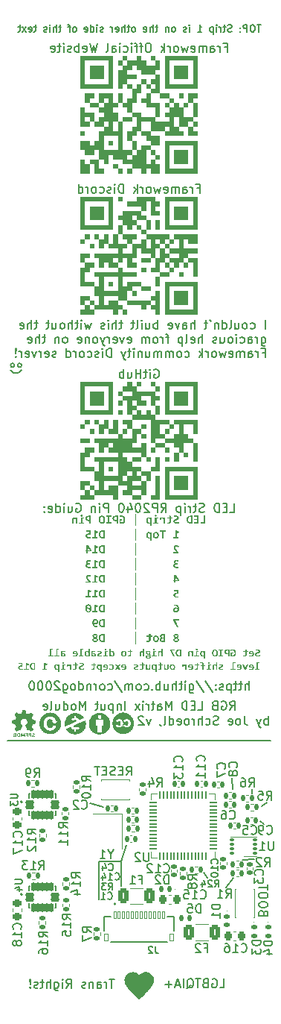
<source format=gbr>
G04 #@! TF.GenerationSoftware,KiCad,Pcbnew,7.0.8*
G04 #@! TF.CreationDate,2023-10-14T22:57:58-04:00*
G04 #@! TF.ProjectId,MicrocontrollerInputModule,4d696372-6f63-46f6-9e74-726f6c6c6572,V2*
G04 #@! TF.SameCoordinates,Original*
G04 #@! TF.FileFunction,Legend,Bot*
G04 #@! TF.FilePolarity,Positive*
%FSLAX46Y46*%
G04 Gerber Fmt 4.6, Leading zero omitted, Abs format (unit mm)*
G04 Created by KiCad (PCBNEW 7.0.8) date 2023-10-14 22:57:58*
%MOMM*%
%LPD*%
G01*
G04 APERTURE LIST*
G04 Aperture macros list*
%AMRoundRect*
0 Rectangle with rounded corners*
0 $1 Rounding radius*
0 $2 $3 $4 $5 $6 $7 $8 $9 X,Y pos of 4 corners*
0 Add a 4 corners polygon primitive as box body*
4,1,4,$2,$3,$4,$5,$6,$7,$8,$9,$2,$3,0*
0 Add four circle primitives for the rounded corners*
1,1,$1+$1,$2,$3*
1,1,$1+$1,$4,$5*
1,1,$1+$1,$6,$7*
1,1,$1+$1,$8,$9*
0 Add four rect primitives between the rounded corners*
20,1,$1+$1,$2,$3,$4,$5,0*
20,1,$1+$1,$4,$5,$6,$7,0*
20,1,$1+$1,$6,$7,$8,$9,0*
20,1,$1+$1,$8,$9,$2,$3,0*%
G04 Aperture macros list end*
%ADD10C,0.150000*%
%ADD11C,0.200000*%
%ADD12C,0.180000*%
%ADD13C,0.120000*%
%ADD14C,0.100000*%
%ADD15C,0.127000*%
%ADD16RoundRect,0.140000X-0.140000X-0.170000X0.140000X-0.170000X0.140000X0.170000X-0.140000X0.170000X0*%
%ADD17RoundRect,0.140000X0.140000X0.170000X-0.140000X0.170000X-0.140000X-0.170000X0.140000X-0.170000X0*%
%ADD18RoundRect,0.135000X0.185000X-0.135000X0.185000X0.135000X-0.185000X0.135000X-0.185000X-0.135000X0*%
%ADD19RoundRect,0.225000X-0.250000X0.225000X-0.250000X-0.225000X0.250000X-0.225000X0.250000X0.225000X0*%
%ADD20RoundRect,0.050000X0.050000X-0.387500X0.050000X0.387500X-0.050000X0.387500X-0.050000X-0.387500X0*%
%ADD21RoundRect,0.050000X0.387500X-0.050000X0.387500X0.050000X-0.387500X0.050000X-0.387500X-0.050000X0*%
%ADD22R,3.200000X3.200000*%
%ADD23RoundRect,0.135000X-0.185000X0.135000X-0.185000X-0.135000X0.185000X-0.135000X0.185000X0.135000X0*%
%ADD24RoundRect,0.250000X0.312500X0.625000X-0.312500X0.625000X-0.312500X-0.625000X0.312500X-0.625000X0*%
%ADD25RoundRect,0.147500X0.147500X0.172500X-0.147500X0.172500X-0.147500X-0.172500X0.147500X-0.172500X0*%
%ADD26RoundRect,0.135000X0.135000X0.185000X-0.135000X0.185000X-0.135000X-0.185000X0.135000X-0.185000X0*%
%ADD27RoundRect,0.225000X-0.225000X-0.250000X0.225000X-0.250000X0.225000X0.250000X-0.225000X0.250000X0*%
%ADD28RoundRect,0.147500X-0.172500X0.147500X-0.172500X-0.147500X0.172500X-0.147500X0.172500X0.147500X0*%
%ADD29RoundRect,0.075000X-0.187500X-0.075000X0.187500X-0.075000X0.187500X0.075000X-0.187500X0.075000X0*%
%ADD30R,0.300000X1.700000*%
%ADD31R,1.500000X0.550000*%
%ADD32R,1.200000X1.400000*%
%ADD33RoundRect,0.250000X-0.312500X-0.625000X0.312500X-0.625000X0.312500X0.625000X-0.312500X0.625000X0*%
%ADD34RoundRect,0.109800X0.422200X0.122200X-0.422200X0.122200X-0.422200X-0.122200X0.422200X-0.122200X0*%
%ADD35RoundRect,0.109800X-0.122200X0.422200X-0.122200X-0.422200X0.122200X-0.422200X0.122200X0.422200X0*%
%ADD36RoundRect,0.050000X0.150000X0.400000X-0.150000X0.400000X-0.150000X-0.400000X0.150000X-0.400000X0*%
%ADD37RoundRect,0.050000X0.200000X0.400000X-0.200000X0.400000X-0.200000X-0.400000X0.200000X-0.400000X0*%
%ADD38RoundRect,0.140000X-0.170000X0.140000X-0.170000X-0.140000X0.170000X-0.140000X0.170000X0.140000X0*%
%ADD39R,0.550000X1.500000*%
%ADD40RoundRect,0.135000X-0.135000X-0.185000X0.135000X-0.185000X0.135000X0.185000X-0.135000X0.185000X0*%
G04 APERTURE END LIST*
D10*
X31480998Y-57672431D02*
G75*
G03*
X32707106Y-57630196I600002J400031D01*
G01*
X58957107Y-105163108D02*
X58947107Y-105713108D01*
X56027107Y-116353108D02*
X56857107Y-115263108D01*
X53867107Y-115303108D02*
X53427107Y-114703108D01*
X56727107Y-103903108D02*
X56747107Y-105203108D01*
X59247107Y-113133108D02*
X57907107Y-113273108D01*
X41507107Y-117693108D02*
X41507107Y-113433108D01*
X44057107Y-113423108D02*
X44057107Y-116183108D01*
X31929437Y-57093108D02*
G75*
G03*
X31929437Y-57093108I-223607J0D01*
G01*
X32729437Y-57093108D02*
G75*
G03*
X32729437Y-57093108I-223607J0D01*
G01*
X40507107Y-106793108D02*
X42007107Y-107193108D01*
X31107107Y-99693108D02*
X61107107Y-99693108D01*
X44057107Y-113423108D02*
X44697107Y-111543108D01*
X41507107Y-113433108D02*
X44057107Y-113423108D01*
X60357107Y-109153108D02*
X59897107Y-108823108D01*
X60707107Y-106693108D02*
X60107107Y-107123108D01*
X60466758Y-52952927D02*
X60466758Y-51952927D01*
X58800092Y-52905308D02*
X58895330Y-52952927D01*
X58895330Y-52952927D02*
X59085806Y-52952927D01*
X59085806Y-52952927D02*
X59181044Y-52905308D01*
X59181044Y-52905308D02*
X59228663Y-52857688D01*
X59228663Y-52857688D02*
X59276282Y-52762450D01*
X59276282Y-52762450D02*
X59276282Y-52476736D01*
X59276282Y-52476736D02*
X59228663Y-52381498D01*
X59228663Y-52381498D02*
X59181044Y-52333879D01*
X59181044Y-52333879D02*
X59085806Y-52286260D01*
X59085806Y-52286260D02*
X58895330Y-52286260D01*
X58895330Y-52286260D02*
X58800092Y-52333879D01*
X58228663Y-52952927D02*
X58323901Y-52905308D01*
X58323901Y-52905308D02*
X58371520Y-52857688D01*
X58371520Y-52857688D02*
X58419139Y-52762450D01*
X58419139Y-52762450D02*
X58419139Y-52476736D01*
X58419139Y-52476736D02*
X58371520Y-52381498D01*
X58371520Y-52381498D02*
X58323901Y-52333879D01*
X58323901Y-52333879D02*
X58228663Y-52286260D01*
X58228663Y-52286260D02*
X58085806Y-52286260D01*
X58085806Y-52286260D02*
X57990568Y-52333879D01*
X57990568Y-52333879D02*
X57942949Y-52381498D01*
X57942949Y-52381498D02*
X57895330Y-52476736D01*
X57895330Y-52476736D02*
X57895330Y-52762450D01*
X57895330Y-52762450D02*
X57942949Y-52857688D01*
X57942949Y-52857688D02*
X57990568Y-52905308D01*
X57990568Y-52905308D02*
X58085806Y-52952927D01*
X58085806Y-52952927D02*
X58228663Y-52952927D01*
X57038187Y-52286260D02*
X57038187Y-52952927D01*
X57466758Y-52286260D02*
X57466758Y-52810069D01*
X57466758Y-52810069D02*
X57419139Y-52905308D01*
X57419139Y-52905308D02*
X57323901Y-52952927D01*
X57323901Y-52952927D02*
X57181044Y-52952927D01*
X57181044Y-52952927D02*
X57085806Y-52905308D01*
X57085806Y-52905308D02*
X57038187Y-52857688D01*
X56419139Y-52952927D02*
X56514377Y-52905308D01*
X56514377Y-52905308D02*
X56561996Y-52810069D01*
X56561996Y-52810069D02*
X56561996Y-51952927D01*
X55609615Y-52952927D02*
X55609615Y-51952927D01*
X55609615Y-52905308D02*
X55704853Y-52952927D01*
X55704853Y-52952927D02*
X55895329Y-52952927D01*
X55895329Y-52952927D02*
X55990567Y-52905308D01*
X55990567Y-52905308D02*
X56038186Y-52857688D01*
X56038186Y-52857688D02*
X56085805Y-52762450D01*
X56085805Y-52762450D02*
X56085805Y-52476736D01*
X56085805Y-52476736D02*
X56038186Y-52381498D01*
X56038186Y-52381498D02*
X55990567Y-52333879D01*
X55990567Y-52333879D02*
X55895329Y-52286260D01*
X55895329Y-52286260D02*
X55704853Y-52286260D01*
X55704853Y-52286260D02*
X55609615Y-52333879D01*
X55133424Y-52286260D02*
X55133424Y-52952927D01*
X55133424Y-52381498D02*
X55085805Y-52333879D01*
X55085805Y-52333879D02*
X54990567Y-52286260D01*
X54990567Y-52286260D02*
X54847710Y-52286260D01*
X54847710Y-52286260D02*
X54752472Y-52333879D01*
X54752472Y-52333879D02*
X54704853Y-52429117D01*
X54704853Y-52429117D02*
X54704853Y-52952927D01*
X54181043Y-51952927D02*
X54276281Y-52143403D01*
X53895329Y-52286260D02*
X53514377Y-52286260D01*
X53752472Y-51952927D02*
X53752472Y-52810069D01*
X53752472Y-52810069D02*
X53704853Y-52905308D01*
X53704853Y-52905308D02*
X53609615Y-52952927D01*
X53609615Y-52952927D02*
X53514377Y-52952927D01*
X52419138Y-52952927D02*
X52419138Y-51952927D01*
X51990567Y-52952927D02*
X51990567Y-52429117D01*
X51990567Y-52429117D02*
X52038186Y-52333879D01*
X52038186Y-52333879D02*
X52133424Y-52286260D01*
X52133424Y-52286260D02*
X52276281Y-52286260D01*
X52276281Y-52286260D02*
X52371519Y-52333879D01*
X52371519Y-52333879D02*
X52419138Y-52381498D01*
X51085805Y-52952927D02*
X51085805Y-52429117D01*
X51085805Y-52429117D02*
X51133424Y-52333879D01*
X51133424Y-52333879D02*
X51228662Y-52286260D01*
X51228662Y-52286260D02*
X51419138Y-52286260D01*
X51419138Y-52286260D02*
X51514376Y-52333879D01*
X51085805Y-52905308D02*
X51181043Y-52952927D01*
X51181043Y-52952927D02*
X51419138Y-52952927D01*
X51419138Y-52952927D02*
X51514376Y-52905308D01*
X51514376Y-52905308D02*
X51561995Y-52810069D01*
X51561995Y-52810069D02*
X51561995Y-52714831D01*
X51561995Y-52714831D02*
X51514376Y-52619593D01*
X51514376Y-52619593D02*
X51419138Y-52571974D01*
X51419138Y-52571974D02*
X51181043Y-52571974D01*
X51181043Y-52571974D02*
X51085805Y-52524355D01*
X50704852Y-52286260D02*
X50466757Y-52952927D01*
X50466757Y-52952927D02*
X50228662Y-52286260D01*
X49466757Y-52905308D02*
X49561995Y-52952927D01*
X49561995Y-52952927D02*
X49752471Y-52952927D01*
X49752471Y-52952927D02*
X49847709Y-52905308D01*
X49847709Y-52905308D02*
X49895328Y-52810069D01*
X49895328Y-52810069D02*
X49895328Y-52429117D01*
X49895328Y-52429117D02*
X49847709Y-52333879D01*
X49847709Y-52333879D02*
X49752471Y-52286260D01*
X49752471Y-52286260D02*
X49561995Y-52286260D01*
X49561995Y-52286260D02*
X49466757Y-52333879D01*
X49466757Y-52333879D02*
X49419138Y-52429117D01*
X49419138Y-52429117D02*
X49419138Y-52524355D01*
X49419138Y-52524355D02*
X49895328Y-52619593D01*
X48228661Y-52952927D02*
X48228661Y-51952927D01*
X48228661Y-52333879D02*
X48133423Y-52286260D01*
X48133423Y-52286260D02*
X47942947Y-52286260D01*
X47942947Y-52286260D02*
X47847709Y-52333879D01*
X47847709Y-52333879D02*
X47800090Y-52381498D01*
X47800090Y-52381498D02*
X47752471Y-52476736D01*
X47752471Y-52476736D02*
X47752471Y-52762450D01*
X47752471Y-52762450D02*
X47800090Y-52857688D01*
X47800090Y-52857688D02*
X47847709Y-52905308D01*
X47847709Y-52905308D02*
X47942947Y-52952927D01*
X47942947Y-52952927D02*
X48133423Y-52952927D01*
X48133423Y-52952927D02*
X48228661Y-52905308D01*
X46895328Y-52286260D02*
X46895328Y-52952927D01*
X47323899Y-52286260D02*
X47323899Y-52810069D01*
X47323899Y-52810069D02*
X47276280Y-52905308D01*
X47276280Y-52905308D02*
X47181042Y-52952927D01*
X47181042Y-52952927D02*
X47038185Y-52952927D01*
X47038185Y-52952927D02*
X46942947Y-52905308D01*
X46942947Y-52905308D02*
X46895328Y-52857688D01*
X46419137Y-52952927D02*
X46419137Y-52286260D01*
X46419137Y-51952927D02*
X46466756Y-52000546D01*
X46466756Y-52000546D02*
X46419137Y-52048165D01*
X46419137Y-52048165D02*
X46371518Y-52000546D01*
X46371518Y-52000546D02*
X46419137Y-51952927D01*
X46419137Y-51952927D02*
X46419137Y-52048165D01*
X45800090Y-52952927D02*
X45895328Y-52905308D01*
X45895328Y-52905308D02*
X45942947Y-52810069D01*
X45942947Y-52810069D02*
X45942947Y-51952927D01*
X45561994Y-52286260D02*
X45181042Y-52286260D01*
X45419137Y-51952927D02*
X45419137Y-52810069D01*
X45419137Y-52810069D02*
X45371518Y-52905308D01*
X45371518Y-52905308D02*
X45276280Y-52952927D01*
X45276280Y-52952927D02*
X45181042Y-52952927D01*
X44228660Y-52286260D02*
X43847708Y-52286260D01*
X44085803Y-51952927D02*
X44085803Y-52810069D01*
X44085803Y-52810069D02*
X44038184Y-52905308D01*
X44038184Y-52905308D02*
X43942946Y-52952927D01*
X43942946Y-52952927D02*
X43847708Y-52952927D01*
X43514374Y-52952927D02*
X43514374Y-51952927D01*
X43085803Y-52952927D02*
X43085803Y-52429117D01*
X43085803Y-52429117D02*
X43133422Y-52333879D01*
X43133422Y-52333879D02*
X43228660Y-52286260D01*
X43228660Y-52286260D02*
X43371517Y-52286260D01*
X43371517Y-52286260D02*
X43466755Y-52333879D01*
X43466755Y-52333879D02*
X43514374Y-52381498D01*
X42609612Y-52952927D02*
X42609612Y-52286260D01*
X42609612Y-51952927D02*
X42657231Y-52000546D01*
X42657231Y-52000546D02*
X42609612Y-52048165D01*
X42609612Y-52048165D02*
X42561993Y-52000546D01*
X42561993Y-52000546D02*
X42609612Y-51952927D01*
X42609612Y-51952927D02*
X42609612Y-52048165D01*
X42181041Y-52905308D02*
X42085803Y-52952927D01*
X42085803Y-52952927D02*
X41895327Y-52952927D01*
X41895327Y-52952927D02*
X41800089Y-52905308D01*
X41800089Y-52905308D02*
X41752470Y-52810069D01*
X41752470Y-52810069D02*
X41752470Y-52762450D01*
X41752470Y-52762450D02*
X41800089Y-52667212D01*
X41800089Y-52667212D02*
X41895327Y-52619593D01*
X41895327Y-52619593D02*
X42038184Y-52619593D01*
X42038184Y-52619593D02*
X42133422Y-52571974D01*
X42133422Y-52571974D02*
X42181041Y-52476736D01*
X42181041Y-52476736D02*
X42181041Y-52429117D01*
X42181041Y-52429117D02*
X42133422Y-52333879D01*
X42133422Y-52333879D02*
X42038184Y-52286260D01*
X42038184Y-52286260D02*
X41895327Y-52286260D01*
X41895327Y-52286260D02*
X41800089Y-52333879D01*
X40657231Y-52286260D02*
X40466755Y-52952927D01*
X40466755Y-52952927D02*
X40276279Y-52476736D01*
X40276279Y-52476736D02*
X40085803Y-52952927D01*
X40085803Y-52952927D02*
X39895327Y-52286260D01*
X39514374Y-52952927D02*
X39514374Y-52286260D01*
X39514374Y-51952927D02*
X39561993Y-52000546D01*
X39561993Y-52000546D02*
X39514374Y-52048165D01*
X39514374Y-52048165D02*
X39466755Y-52000546D01*
X39466755Y-52000546D02*
X39514374Y-51952927D01*
X39514374Y-51952927D02*
X39514374Y-52048165D01*
X39181041Y-52286260D02*
X38800089Y-52286260D01*
X39038184Y-51952927D02*
X39038184Y-52810069D01*
X39038184Y-52810069D02*
X38990565Y-52905308D01*
X38990565Y-52905308D02*
X38895327Y-52952927D01*
X38895327Y-52952927D02*
X38800089Y-52952927D01*
X38466755Y-52952927D02*
X38466755Y-51952927D01*
X38038184Y-52952927D02*
X38038184Y-52429117D01*
X38038184Y-52429117D02*
X38085803Y-52333879D01*
X38085803Y-52333879D02*
X38181041Y-52286260D01*
X38181041Y-52286260D02*
X38323898Y-52286260D01*
X38323898Y-52286260D02*
X38419136Y-52333879D01*
X38419136Y-52333879D02*
X38466755Y-52381498D01*
X37419136Y-52952927D02*
X37514374Y-52905308D01*
X37514374Y-52905308D02*
X37561993Y-52857688D01*
X37561993Y-52857688D02*
X37609612Y-52762450D01*
X37609612Y-52762450D02*
X37609612Y-52476736D01*
X37609612Y-52476736D02*
X37561993Y-52381498D01*
X37561993Y-52381498D02*
X37514374Y-52333879D01*
X37514374Y-52333879D02*
X37419136Y-52286260D01*
X37419136Y-52286260D02*
X37276279Y-52286260D01*
X37276279Y-52286260D02*
X37181041Y-52333879D01*
X37181041Y-52333879D02*
X37133422Y-52381498D01*
X37133422Y-52381498D02*
X37085803Y-52476736D01*
X37085803Y-52476736D02*
X37085803Y-52762450D01*
X37085803Y-52762450D02*
X37133422Y-52857688D01*
X37133422Y-52857688D02*
X37181041Y-52905308D01*
X37181041Y-52905308D02*
X37276279Y-52952927D01*
X37276279Y-52952927D02*
X37419136Y-52952927D01*
X36228660Y-52286260D02*
X36228660Y-52952927D01*
X36657231Y-52286260D02*
X36657231Y-52810069D01*
X36657231Y-52810069D02*
X36609612Y-52905308D01*
X36609612Y-52905308D02*
X36514374Y-52952927D01*
X36514374Y-52952927D02*
X36371517Y-52952927D01*
X36371517Y-52952927D02*
X36276279Y-52905308D01*
X36276279Y-52905308D02*
X36228660Y-52857688D01*
X35895326Y-52286260D02*
X35514374Y-52286260D01*
X35752469Y-51952927D02*
X35752469Y-52810069D01*
X35752469Y-52810069D02*
X35704850Y-52905308D01*
X35704850Y-52905308D02*
X35609612Y-52952927D01*
X35609612Y-52952927D02*
X35514374Y-52952927D01*
X34561992Y-52286260D02*
X34181040Y-52286260D01*
X34419135Y-51952927D02*
X34419135Y-52810069D01*
X34419135Y-52810069D02*
X34371516Y-52905308D01*
X34371516Y-52905308D02*
X34276278Y-52952927D01*
X34276278Y-52952927D02*
X34181040Y-52952927D01*
X33847706Y-52952927D02*
X33847706Y-51952927D01*
X33419135Y-52952927D02*
X33419135Y-52429117D01*
X33419135Y-52429117D02*
X33466754Y-52333879D01*
X33466754Y-52333879D02*
X33561992Y-52286260D01*
X33561992Y-52286260D02*
X33704849Y-52286260D01*
X33704849Y-52286260D02*
X33800087Y-52333879D01*
X33800087Y-52333879D02*
X33847706Y-52381498D01*
X32561992Y-52905308D02*
X32657230Y-52952927D01*
X32657230Y-52952927D02*
X32847706Y-52952927D01*
X32847706Y-52952927D02*
X32942944Y-52905308D01*
X32942944Y-52905308D02*
X32990563Y-52810069D01*
X32990563Y-52810069D02*
X32990563Y-52429117D01*
X32990563Y-52429117D02*
X32942944Y-52333879D01*
X32942944Y-52333879D02*
X32847706Y-52286260D01*
X32847706Y-52286260D02*
X32657230Y-52286260D01*
X32657230Y-52286260D02*
X32561992Y-52333879D01*
X32561992Y-52333879D02*
X32514373Y-52429117D01*
X32514373Y-52429117D02*
X32514373Y-52524355D01*
X32514373Y-52524355D02*
X32990563Y-52619593D01*
X60038187Y-53896260D02*
X60038187Y-54705784D01*
X60038187Y-54705784D02*
X60085806Y-54801022D01*
X60085806Y-54801022D02*
X60133425Y-54848641D01*
X60133425Y-54848641D02*
X60228663Y-54896260D01*
X60228663Y-54896260D02*
X60371520Y-54896260D01*
X60371520Y-54896260D02*
X60466758Y-54848641D01*
X60038187Y-54515308D02*
X60133425Y-54562927D01*
X60133425Y-54562927D02*
X60323901Y-54562927D01*
X60323901Y-54562927D02*
X60419139Y-54515308D01*
X60419139Y-54515308D02*
X60466758Y-54467688D01*
X60466758Y-54467688D02*
X60514377Y-54372450D01*
X60514377Y-54372450D02*
X60514377Y-54086736D01*
X60514377Y-54086736D02*
X60466758Y-53991498D01*
X60466758Y-53991498D02*
X60419139Y-53943879D01*
X60419139Y-53943879D02*
X60323901Y-53896260D01*
X60323901Y-53896260D02*
X60133425Y-53896260D01*
X60133425Y-53896260D02*
X60038187Y-53943879D01*
X59561996Y-54562927D02*
X59561996Y-53896260D01*
X59561996Y-54086736D02*
X59514377Y-53991498D01*
X59514377Y-53991498D02*
X59466758Y-53943879D01*
X59466758Y-53943879D02*
X59371520Y-53896260D01*
X59371520Y-53896260D02*
X59276282Y-53896260D01*
X58514377Y-54562927D02*
X58514377Y-54039117D01*
X58514377Y-54039117D02*
X58561996Y-53943879D01*
X58561996Y-53943879D02*
X58657234Y-53896260D01*
X58657234Y-53896260D02*
X58847710Y-53896260D01*
X58847710Y-53896260D02*
X58942948Y-53943879D01*
X58514377Y-54515308D02*
X58609615Y-54562927D01*
X58609615Y-54562927D02*
X58847710Y-54562927D01*
X58847710Y-54562927D02*
X58942948Y-54515308D01*
X58942948Y-54515308D02*
X58990567Y-54420069D01*
X58990567Y-54420069D02*
X58990567Y-54324831D01*
X58990567Y-54324831D02*
X58942948Y-54229593D01*
X58942948Y-54229593D02*
X58847710Y-54181974D01*
X58847710Y-54181974D02*
X58609615Y-54181974D01*
X58609615Y-54181974D02*
X58514377Y-54134355D01*
X57609615Y-54515308D02*
X57704853Y-54562927D01*
X57704853Y-54562927D02*
X57895329Y-54562927D01*
X57895329Y-54562927D02*
X57990567Y-54515308D01*
X57990567Y-54515308D02*
X58038186Y-54467688D01*
X58038186Y-54467688D02*
X58085805Y-54372450D01*
X58085805Y-54372450D02*
X58085805Y-54086736D01*
X58085805Y-54086736D02*
X58038186Y-53991498D01*
X58038186Y-53991498D02*
X57990567Y-53943879D01*
X57990567Y-53943879D02*
X57895329Y-53896260D01*
X57895329Y-53896260D02*
X57704853Y-53896260D01*
X57704853Y-53896260D02*
X57609615Y-53943879D01*
X57181043Y-54562927D02*
X57181043Y-53896260D01*
X57181043Y-53562927D02*
X57228662Y-53610546D01*
X57228662Y-53610546D02*
X57181043Y-53658165D01*
X57181043Y-53658165D02*
X57133424Y-53610546D01*
X57133424Y-53610546D02*
X57181043Y-53562927D01*
X57181043Y-53562927D02*
X57181043Y-53658165D01*
X56561996Y-54562927D02*
X56657234Y-54515308D01*
X56657234Y-54515308D02*
X56704853Y-54467688D01*
X56704853Y-54467688D02*
X56752472Y-54372450D01*
X56752472Y-54372450D02*
X56752472Y-54086736D01*
X56752472Y-54086736D02*
X56704853Y-53991498D01*
X56704853Y-53991498D02*
X56657234Y-53943879D01*
X56657234Y-53943879D02*
X56561996Y-53896260D01*
X56561996Y-53896260D02*
X56419139Y-53896260D01*
X56419139Y-53896260D02*
X56323901Y-53943879D01*
X56323901Y-53943879D02*
X56276282Y-53991498D01*
X56276282Y-53991498D02*
X56228663Y-54086736D01*
X56228663Y-54086736D02*
X56228663Y-54372450D01*
X56228663Y-54372450D02*
X56276282Y-54467688D01*
X56276282Y-54467688D02*
X56323901Y-54515308D01*
X56323901Y-54515308D02*
X56419139Y-54562927D01*
X56419139Y-54562927D02*
X56561996Y-54562927D01*
X55371520Y-53896260D02*
X55371520Y-54562927D01*
X55800091Y-53896260D02*
X55800091Y-54420069D01*
X55800091Y-54420069D02*
X55752472Y-54515308D01*
X55752472Y-54515308D02*
X55657234Y-54562927D01*
X55657234Y-54562927D02*
X55514377Y-54562927D01*
X55514377Y-54562927D02*
X55419139Y-54515308D01*
X55419139Y-54515308D02*
X55371520Y-54467688D01*
X54942948Y-54515308D02*
X54847710Y-54562927D01*
X54847710Y-54562927D02*
X54657234Y-54562927D01*
X54657234Y-54562927D02*
X54561996Y-54515308D01*
X54561996Y-54515308D02*
X54514377Y-54420069D01*
X54514377Y-54420069D02*
X54514377Y-54372450D01*
X54514377Y-54372450D02*
X54561996Y-54277212D01*
X54561996Y-54277212D02*
X54657234Y-54229593D01*
X54657234Y-54229593D02*
X54800091Y-54229593D01*
X54800091Y-54229593D02*
X54895329Y-54181974D01*
X54895329Y-54181974D02*
X54942948Y-54086736D01*
X54942948Y-54086736D02*
X54942948Y-54039117D01*
X54942948Y-54039117D02*
X54895329Y-53943879D01*
X54895329Y-53943879D02*
X54800091Y-53896260D01*
X54800091Y-53896260D02*
X54657234Y-53896260D01*
X54657234Y-53896260D02*
X54561996Y-53943879D01*
X53323900Y-54562927D02*
X53323900Y-53562927D01*
X52895329Y-54562927D02*
X52895329Y-54039117D01*
X52895329Y-54039117D02*
X52942948Y-53943879D01*
X52942948Y-53943879D02*
X53038186Y-53896260D01*
X53038186Y-53896260D02*
X53181043Y-53896260D01*
X53181043Y-53896260D02*
X53276281Y-53943879D01*
X53276281Y-53943879D02*
X53323900Y-53991498D01*
X52038186Y-54515308D02*
X52133424Y-54562927D01*
X52133424Y-54562927D02*
X52323900Y-54562927D01*
X52323900Y-54562927D02*
X52419138Y-54515308D01*
X52419138Y-54515308D02*
X52466757Y-54420069D01*
X52466757Y-54420069D02*
X52466757Y-54039117D01*
X52466757Y-54039117D02*
X52419138Y-53943879D01*
X52419138Y-53943879D02*
X52323900Y-53896260D01*
X52323900Y-53896260D02*
X52133424Y-53896260D01*
X52133424Y-53896260D02*
X52038186Y-53943879D01*
X52038186Y-53943879D02*
X51990567Y-54039117D01*
X51990567Y-54039117D02*
X51990567Y-54134355D01*
X51990567Y-54134355D02*
X52466757Y-54229593D01*
X51419138Y-54562927D02*
X51514376Y-54515308D01*
X51514376Y-54515308D02*
X51561995Y-54420069D01*
X51561995Y-54420069D02*
X51561995Y-53562927D01*
X51038185Y-53896260D02*
X51038185Y-54896260D01*
X51038185Y-53943879D02*
X50942947Y-53896260D01*
X50942947Y-53896260D02*
X50752471Y-53896260D01*
X50752471Y-53896260D02*
X50657233Y-53943879D01*
X50657233Y-53943879D02*
X50609614Y-53991498D01*
X50609614Y-53991498D02*
X50561995Y-54086736D01*
X50561995Y-54086736D02*
X50561995Y-54372450D01*
X50561995Y-54372450D02*
X50609614Y-54467688D01*
X50609614Y-54467688D02*
X50657233Y-54515308D01*
X50657233Y-54515308D02*
X50752471Y-54562927D01*
X50752471Y-54562927D02*
X50942947Y-54562927D01*
X50942947Y-54562927D02*
X51038185Y-54515308D01*
X49514375Y-53896260D02*
X49133423Y-53896260D01*
X49371518Y-54562927D02*
X49371518Y-53705784D01*
X49371518Y-53705784D02*
X49323899Y-53610546D01*
X49323899Y-53610546D02*
X49228661Y-53562927D01*
X49228661Y-53562927D02*
X49133423Y-53562927D01*
X48800089Y-54562927D02*
X48800089Y-53896260D01*
X48800089Y-54086736D02*
X48752470Y-53991498D01*
X48752470Y-53991498D02*
X48704851Y-53943879D01*
X48704851Y-53943879D02*
X48609613Y-53896260D01*
X48609613Y-53896260D02*
X48514375Y-53896260D01*
X48038184Y-54562927D02*
X48133422Y-54515308D01*
X48133422Y-54515308D02*
X48181041Y-54467688D01*
X48181041Y-54467688D02*
X48228660Y-54372450D01*
X48228660Y-54372450D02*
X48228660Y-54086736D01*
X48228660Y-54086736D02*
X48181041Y-53991498D01*
X48181041Y-53991498D02*
X48133422Y-53943879D01*
X48133422Y-53943879D02*
X48038184Y-53896260D01*
X48038184Y-53896260D02*
X47895327Y-53896260D01*
X47895327Y-53896260D02*
X47800089Y-53943879D01*
X47800089Y-53943879D02*
X47752470Y-53991498D01*
X47752470Y-53991498D02*
X47704851Y-54086736D01*
X47704851Y-54086736D02*
X47704851Y-54372450D01*
X47704851Y-54372450D02*
X47752470Y-54467688D01*
X47752470Y-54467688D02*
X47800089Y-54515308D01*
X47800089Y-54515308D02*
X47895327Y-54562927D01*
X47895327Y-54562927D02*
X48038184Y-54562927D01*
X47276279Y-54562927D02*
X47276279Y-53896260D01*
X47276279Y-53991498D02*
X47228660Y-53943879D01*
X47228660Y-53943879D02*
X47133422Y-53896260D01*
X47133422Y-53896260D02*
X46990565Y-53896260D01*
X46990565Y-53896260D02*
X46895327Y-53943879D01*
X46895327Y-53943879D02*
X46847708Y-54039117D01*
X46847708Y-54039117D02*
X46847708Y-54562927D01*
X46847708Y-54039117D02*
X46800089Y-53943879D01*
X46800089Y-53943879D02*
X46704851Y-53896260D01*
X46704851Y-53896260D02*
X46561994Y-53896260D01*
X46561994Y-53896260D02*
X46466755Y-53943879D01*
X46466755Y-53943879D02*
X46419136Y-54039117D01*
X46419136Y-54039117D02*
X46419136Y-54562927D01*
X44800089Y-54515308D02*
X44895327Y-54562927D01*
X44895327Y-54562927D02*
X45085803Y-54562927D01*
X45085803Y-54562927D02*
X45181041Y-54515308D01*
X45181041Y-54515308D02*
X45228660Y-54420069D01*
X45228660Y-54420069D02*
X45228660Y-54039117D01*
X45228660Y-54039117D02*
X45181041Y-53943879D01*
X45181041Y-53943879D02*
X45085803Y-53896260D01*
X45085803Y-53896260D02*
X44895327Y-53896260D01*
X44895327Y-53896260D02*
X44800089Y-53943879D01*
X44800089Y-53943879D02*
X44752470Y-54039117D01*
X44752470Y-54039117D02*
X44752470Y-54134355D01*
X44752470Y-54134355D02*
X45228660Y-54229593D01*
X44419136Y-53896260D02*
X44181041Y-54562927D01*
X44181041Y-54562927D02*
X43942946Y-53896260D01*
X43181041Y-54515308D02*
X43276279Y-54562927D01*
X43276279Y-54562927D02*
X43466755Y-54562927D01*
X43466755Y-54562927D02*
X43561993Y-54515308D01*
X43561993Y-54515308D02*
X43609612Y-54420069D01*
X43609612Y-54420069D02*
X43609612Y-54039117D01*
X43609612Y-54039117D02*
X43561993Y-53943879D01*
X43561993Y-53943879D02*
X43466755Y-53896260D01*
X43466755Y-53896260D02*
X43276279Y-53896260D01*
X43276279Y-53896260D02*
X43181041Y-53943879D01*
X43181041Y-53943879D02*
X43133422Y-54039117D01*
X43133422Y-54039117D02*
X43133422Y-54134355D01*
X43133422Y-54134355D02*
X43609612Y-54229593D01*
X42704850Y-54562927D02*
X42704850Y-53896260D01*
X42704850Y-54086736D02*
X42657231Y-53991498D01*
X42657231Y-53991498D02*
X42609612Y-53943879D01*
X42609612Y-53943879D02*
X42514374Y-53896260D01*
X42514374Y-53896260D02*
X42419136Y-53896260D01*
X42181040Y-53896260D02*
X41942945Y-54562927D01*
X41704850Y-53896260D02*
X41942945Y-54562927D01*
X41942945Y-54562927D02*
X42038183Y-54801022D01*
X42038183Y-54801022D02*
X42085802Y-54848641D01*
X42085802Y-54848641D02*
X42181040Y-54896260D01*
X41181040Y-54562927D02*
X41276278Y-54515308D01*
X41276278Y-54515308D02*
X41323897Y-54467688D01*
X41323897Y-54467688D02*
X41371516Y-54372450D01*
X41371516Y-54372450D02*
X41371516Y-54086736D01*
X41371516Y-54086736D02*
X41323897Y-53991498D01*
X41323897Y-53991498D02*
X41276278Y-53943879D01*
X41276278Y-53943879D02*
X41181040Y-53896260D01*
X41181040Y-53896260D02*
X41038183Y-53896260D01*
X41038183Y-53896260D02*
X40942945Y-53943879D01*
X40942945Y-53943879D02*
X40895326Y-53991498D01*
X40895326Y-53991498D02*
X40847707Y-54086736D01*
X40847707Y-54086736D02*
X40847707Y-54372450D01*
X40847707Y-54372450D02*
X40895326Y-54467688D01*
X40895326Y-54467688D02*
X40942945Y-54515308D01*
X40942945Y-54515308D02*
X41038183Y-54562927D01*
X41038183Y-54562927D02*
X41181040Y-54562927D01*
X40419135Y-53896260D02*
X40419135Y-54562927D01*
X40419135Y-53991498D02*
X40371516Y-53943879D01*
X40371516Y-53943879D02*
X40276278Y-53896260D01*
X40276278Y-53896260D02*
X40133421Y-53896260D01*
X40133421Y-53896260D02*
X40038183Y-53943879D01*
X40038183Y-53943879D02*
X39990564Y-54039117D01*
X39990564Y-54039117D02*
X39990564Y-54562927D01*
X39133421Y-54515308D02*
X39228659Y-54562927D01*
X39228659Y-54562927D02*
X39419135Y-54562927D01*
X39419135Y-54562927D02*
X39514373Y-54515308D01*
X39514373Y-54515308D02*
X39561992Y-54420069D01*
X39561992Y-54420069D02*
X39561992Y-54039117D01*
X39561992Y-54039117D02*
X39514373Y-53943879D01*
X39514373Y-53943879D02*
X39419135Y-53896260D01*
X39419135Y-53896260D02*
X39228659Y-53896260D01*
X39228659Y-53896260D02*
X39133421Y-53943879D01*
X39133421Y-53943879D02*
X39085802Y-54039117D01*
X39085802Y-54039117D02*
X39085802Y-54134355D01*
X39085802Y-54134355D02*
X39561992Y-54229593D01*
X37752468Y-54562927D02*
X37847706Y-54515308D01*
X37847706Y-54515308D02*
X37895325Y-54467688D01*
X37895325Y-54467688D02*
X37942944Y-54372450D01*
X37942944Y-54372450D02*
X37942944Y-54086736D01*
X37942944Y-54086736D02*
X37895325Y-53991498D01*
X37895325Y-53991498D02*
X37847706Y-53943879D01*
X37847706Y-53943879D02*
X37752468Y-53896260D01*
X37752468Y-53896260D02*
X37609611Y-53896260D01*
X37609611Y-53896260D02*
X37514373Y-53943879D01*
X37514373Y-53943879D02*
X37466754Y-53991498D01*
X37466754Y-53991498D02*
X37419135Y-54086736D01*
X37419135Y-54086736D02*
X37419135Y-54372450D01*
X37419135Y-54372450D02*
X37466754Y-54467688D01*
X37466754Y-54467688D02*
X37514373Y-54515308D01*
X37514373Y-54515308D02*
X37609611Y-54562927D01*
X37609611Y-54562927D02*
X37752468Y-54562927D01*
X36990563Y-53896260D02*
X36990563Y-54562927D01*
X36990563Y-53991498D02*
X36942944Y-53943879D01*
X36942944Y-53943879D02*
X36847706Y-53896260D01*
X36847706Y-53896260D02*
X36704849Y-53896260D01*
X36704849Y-53896260D02*
X36609611Y-53943879D01*
X36609611Y-53943879D02*
X36561992Y-54039117D01*
X36561992Y-54039117D02*
X36561992Y-54562927D01*
X35466753Y-53896260D02*
X35085801Y-53896260D01*
X35323896Y-53562927D02*
X35323896Y-54420069D01*
X35323896Y-54420069D02*
X35276277Y-54515308D01*
X35276277Y-54515308D02*
X35181039Y-54562927D01*
X35181039Y-54562927D02*
X35085801Y-54562927D01*
X34752467Y-54562927D02*
X34752467Y-53562927D01*
X34323896Y-54562927D02*
X34323896Y-54039117D01*
X34323896Y-54039117D02*
X34371515Y-53943879D01*
X34371515Y-53943879D02*
X34466753Y-53896260D01*
X34466753Y-53896260D02*
X34609610Y-53896260D01*
X34609610Y-53896260D02*
X34704848Y-53943879D01*
X34704848Y-53943879D02*
X34752467Y-53991498D01*
X33466753Y-54515308D02*
X33561991Y-54562927D01*
X33561991Y-54562927D02*
X33752467Y-54562927D01*
X33752467Y-54562927D02*
X33847705Y-54515308D01*
X33847705Y-54515308D02*
X33895324Y-54420069D01*
X33895324Y-54420069D02*
X33895324Y-54039117D01*
X33895324Y-54039117D02*
X33847705Y-53943879D01*
X33847705Y-53943879D02*
X33752467Y-53896260D01*
X33752467Y-53896260D02*
X33561991Y-53896260D01*
X33561991Y-53896260D02*
X33466753Y-53943879D01*
X33466753Y-53943879D02*
X33419134Y-54039117D01*
X33419134Y-54039117D02*
X33419134Y-54134355D01*
X33419134Y-54134355D02*
X33895324Y-54229593D01*
X60133425Y-55649117D02*
X60466758Y-55649117D01*
X60466758Y-56172927D02*
X60466758Y-55172927D01*
X60466758Y-55172927D02*
X59990568Y-55172927D01*
X59609615Y-56172927D02*
X59609615Y-55506260D01*
X59609615Y-55696736D02*
X59561996Y-55601498D01*
X59561996Y-55601498D02*
X59514377Y-55553879D01*
X59514377Y-55553879D02*
X59419139Y-55506260D01*
X59419139Y-55506260D02*
X59323901Y-55506260D01*
X58561996Y-56172927D02*
X58561996Y-55649117D01*
X58561996Y-55649117D02*
X58609615Y-55553879D01*
X58609615Y-55553879D02*
X58704853Y-55506260D01*
X58704853Y-55506260D02*
X58895329Y-55506260D01*
X58895329Y-55506260D02*
X58990567Y-55553879D01*
X58561996Y-56125308D02*
X58657234Y-56172927D01*
X58657234Y-56172927D02*
X58895329Y-56172927D01*
X58895329Y-56172927D02*
X58990567Y-56125308D01*
X58990567Y-56125308D02*
X59038186Y-56030069D01*
X59038186Y-56030069D02*
X59038186Y-55934831D01*
X59038186Y-55934831D02*
X58990567Y-55839593D01*
X58990567Y-55839593D02*
X58895329Y-55791974D01*
X58895329Y-55791974D02*
X58657234Y-55791974D01*
X58657234Y-55791974D02*
X58561996Y-55744355D01*
X58085805Y-56172927D02*
X58085805Y-55506260D01*
X58085805Y-55601498D02*
X58038186Y-55553879D01*
X58038186Y-55553879D02*
X57942948Y-55506260D01*
X57942948Y-55506260D02*
X57800091Y-55506260D01*
X57800091Y-55506260D02*
X57704853Y-55553879D01*
X57704853Y-55553879D02*
X57657234Y-55649117D01*
X57657234Y-55649117D02*
X57657234Y-56172927D01*
X57657234Y-55649117D02*
X57609615Y-55553879D01*
X57609615Y-55553879D02*
X57514377Y-55506260D01*
X57514377Y-55506260D02*
X57371520Y-55506260D01*
X57371520Y-55506260D02*
X57276281Y-55553879D01*
X57276281Y-55553879D02*
X57228662Y-55649117D01*
X57228662Y-55649117D02*
X57228662Y-56172927D01*
X56371520Y-56125308D02*
X56466758Y-56172927D01*
X56466758Y-56172927D02*
X56657234Y-56172927D01*
X56657234Y-56172927D02*
X56752472Y-56125308D01*
X56752472Y-56125308D02*
X56800091Y-56030069D01*
X56800091Y-56030069D02*
X56800091Y-55649117D01*
X56800091Y-55649117D02*
X56752472Y-55553879D01*
X56752472Y-55553879D02*
X56657234Y-55506260D01*
X56657234Y-55506260D02*
X56466758Y-55506260D01*
X56466758Y-55506260D02*
X56371520Y-55553879D01*
X56371520Y-55553879D02*
X56323901Y-55649117D01*
X56323901Y-55649117D02*
X56323901Y-55744355D01*
X56323901Y-55744355D02*
X56800091Y-55839593D01*
X55990567Y-55506260D02*
X55800091Y-56172927D01*
X55800091Y-56172927D02*
X55609615Y-55696736D01*
X55609615Y-55696736D02*
X55419139Y-56172927D01*
X55419139Y-56172927D02*
X55228663Y-55506260D01*
X54704853Y-56172927D02*
X54800091Y-56125308D01*
X54800091Y-56125308D02*
X54847710Y-56077688D01*
X54847710Y-56077688D02*
X54895329Y-55982450D01*
X54895329Y-55982450D02*
X54895329Y-55696736D01*
X54895329Y-55696736D02*
X54847710Y-55601498D01*
X54847710Y-55601498D02*
X54800091Y-55553879D01*
X54800091Y-55553879D02*
X54704853Y-55506260D01*
X54704853Y-55506260D02*
X54561996Y-55506260D01*
X54561996Y-55506260D02*
X54466758Y-55553879D01*
X54466758Y-55553879D02*
X54419139Y-55601498D01*
X54419139Y-55601498D02*
X54371520Y-55696736D01*
X54371520Y-55696736D02*
X54371520Y-55982450D01*
X54371520Y-55982450D02*
X54419139Y-56077688D01*
X54419139Y-56077688D02*
X54466758Y-56125308D01*
X54466758Y-56125308D02*
X54561996Y-56172927D01*
X54561996Y-56172927D02*
X54704853Y-56172927D01*
X53942948Y-56172927D02*
X53942948Y-55506260D01*
X53942948Y-55696736D02*
X53895329Y-55601498D01*
X53895329Y-55601498D02*
X53847710Y-55553879D01*
X53847710Y-55553879D02*
X53752472Y-55506260D01*
X53752472Y-55506260D02*
X53657234Y-55506260D01*
X53323900Y-56172927D02*
X53323900Y-55172927D01*
X53228662Y-55791974D02*
X52942948Y-56172927D01*
X52942948Y-55506260D02*
X53323900Y-55887212D01*
X51323900Y-56125308D02*
X51419138Y-56172927D01*
X51419138Y-56172927D02*
X51609614Y-56172927D01*
X51609614Y-56172927D02*
X51704852Y-56125308D01*
X51704852Y-56125308D02*
X51752471Y-56077688D01*
X51752471Y-56077688D02*
X51800090Y-55982450D01*
X51800090Y-55982450D02*
X51800090Y-55696736D01*
X51800090Y-55696736D02*
X51752471Y-55601498D01*
X51752471Y-55601498D02*
X51704852Y-55553879D01*
X51704852Y-55553879D02*
X51609614Y-55506260D01*
X51609614Y-55506260D02*
X51419138Y-55506260D01*
X51419138Y-55506260D02*
X51323900Y-55553879D01*
X50752471Y-56172927D02*
X50847709Y-56125308D01*
X50847709Y-56125308D02*
X50895328Y-56077688D01*
X50895328Y-56077688D02*
X50942947Y-55982450D01*
X50942947Y-55982450D02*
X50942947Y-55696736D01*
X50942947Y-55696736D02*
X50895328Y-55601498D01*
X50895328Y-55601498D02*
X50847709Y-55553879D01*
X50847709Y-55553879D02*
X50752471Y-55506260D01*
X50752471Y-55506260D02*
X50609614Y-55506260D01*
X50609614Y-55506260D02*
X50514376Y-55553879D01*
X50514376Y-55553879D02*
X50466757Y-55601498D01*
X50466757Y-55601498D02*
X50419138Y-55696736D01*
X50419138Y-55696736D02*
X50419138Y-55982450D01*
X50419138Y-55982450D02*
X50466757Y-56077688D01*
X50466757Y-56077688D02*
X50514376Y-56125308D01*
X50514376Y-56125308D02*
X50609614Y-56172927D01*
X50609614Y-56172927D02*
X50752471Y-56172927D01*
X49990566Y-56172927D02*
X49990566Y-55506260D01*
X49990566Y-55601498D02*
X49942947Y-55553879D01*
X49942947Y-55553879D02*
X49847709Y-55506260D01*
X49847709Y-55506260D02*
X49704852Y-55506260D01*
X49704852Y-55506260D02*
X49609614Y-55553879D01*
X49609614Y-55553879D02*
X49561995Y-55649117D01*
X49561995Y-55649117D02*
X49561995Y-56172927D01*
X49561995Y-55649117D02*
X49514376Y-55553879D01*
X49514376Y-55553879D02*
X49419138Y-55506260D01*
X49419138Y-55506260D02*
X49276281Y-55506260D01*
X49276281Y-55506260D02*
X49181042Y-55553879D01*
X49181042Y-55553879D02*
X49133423Y-55649117D01*
X49133423Y-55649117D02*
X49133423Y-56172927D01*
X48657233Y-56172927D02*
X48657233Y-55506260D01*
X48657233Y-55601498D02*
X48609614Y-55553879D01*
X48609614Y-55553879D02*
X48514376Y-55506260D01*
X48514376Y-55506260D02*
X48371519Y-55506260D01*
X48371519Y-55506260D02*
X48276281Y-55553879D01*
X48276281Y-55553879D02*
X48228662Y-55649117D01*
X48228662Y-55649117D02*
X48228662Y-56172927D01*
X48228662Y-55649117D02*
X48181043Y-55553879D01*
X48181043Y-55553879D02*
X48085805Y-55506260D01*
X48085805Y-55506260D02*
X47942948Y-55506260D01*
X47942948Y-55506260D02*
X47847709Y-55553879D01*
X47847709Y-55553879D02*
X47800090Y-55649117D01*
X47800090Y-55649117D02*
X47800090Y-56172927D01*
X46895329Y-55506260D02*
X46895329Y-56172927D01*
X47323900Y-55506260D02*
X47323900Y-56030069D01*
X47323900Y-56030069D02*
X47276281Y-56125308D01*
X47276281Y-56125308D02*
X47181043Y-56172927D01*
X47181043Y-56172927D02*
X47038186Y-56172927D01*
X47038186Y-56172927D02*
X46942948Y-56125308D01*
X46942948Y-56125308D02*
X46895329Y-56077688D01*
X46419138Y-55506260D02*
X46419138Y-56172927D01*
X46419138Y-55601498D02*
X46371519Y-55553879D01*
X46371519Y-55553879D02*
X46276281Y-55506260D01*
X46276281Y-55506260D02*
X46133424Y-55506260D01*
X46133424Y-55506260D02*
X46038186Y-55553879D01*
X46038186Y-55553879D02*
X45990567Y-55649117D01*
X45990567Y-55649117D02*
X45990567Y-56172927D01*
X45514376Y-56172927D02*
X45514376Y-55506260D01*
X45514376Y-55172927D02*
X45561995Y-55220546D01*
X45561995Y-55220546D02*
X45514376Y-55268165D01*
X45514376Y-55268165D02*
X45466757Y-55220546D01*
X45466757Y-55220546D02*
X45514376Y-55172927D01*
X45514376Y-55172927D02*
X45514376Y-55268165D01*
X45181043Y-55506260D02*
X44800091Y-55506260D01*
X45038186Y-55172927D02*
X45038186Y-56030069D01*
X45038186Y-56030069D02*
X44990567Y-56125308D01*
X44990567Y-56125308D02*
X44895329Y-56172927D01*
X44895329Y-56172927D02*
X44800091Y-56172927D01*
X44561995Y-55506260D02*
X44323900Y-56172927D01*
X44085805Y-55506260D02*
X44323900Y-56172927D01*
X44323900Y-56172927D02*
X44419138Y-56411022D01*
X44419138Y-56411022D02*
X44466757Y-56458641D01*
X44466757Y-56458641D02*
X44561995Y-56506260D01*
X42942947Y-56172927D02*
X42942947Y-55172927D01*
X42942947Y-55172927D02*
X42704852Y-55172927D01*
X42704852Y-55172927D02*
X42561995Y-55220546D01*
X42561995Y-55220546D02*
X42466757Y-55315784D01*
X42466757Y-55315784D02*
X42419138Y-55411022D01*
X42419138Y-55411022D02*
X42371519Y-55601498D01*
X42371519Y-55601498D02*
X42371519Y-55744355D01*
X42371519Y-55744355D02*
X42419138Y-55934831D01*
X42419138Y-55934831D02*
X42466757Y-56030069D01*
X42466757Y-56030069D02*
X42561995Y-56125308D01*
X42561995Y-56125308D02*
X42704852Y-56172927D01*
X42704852Y-56172927D02*
X42942947Y-56172927D01*
X41942947Y-56172927D02*
X41942947Y-55506260D01*
X41942947Y-55172927D02*
X41990566Y-55220546D01*
X41990566Y-55220546D02*
X41942947Y-55268165D01*
X41942947Y-55268165D02*
X41895328Y-55220546D01*
X41895328Y-55220546D02*
X41942947Y-55172927D01*
X41942947Y-55172927D02*
X41942947Y-55268165D01*
X41514376Y-56125308D02*
X41419138Y-56172927D01*
X41419138Y-56172927D02*
X41228662Y-56172927D01*
X41228662Y-56172927D02*
X41133424Y-56125308D01*
X41133424Y-56125308D02*
X41085805Y-56030069D01*
X41085805Y-56030069D02*
X41085805Y-55982450D01*
X41085805Y-55982450D02*
X41133424Y-55887212D01*
X41133424Y-55887212D02*
X41228662Y-55839593D01*
X41228662Y-55839593D02*
X41371519Y-55839593D01*
X41371519Y-55839593D02*
X41466757Y-55791974D01*
X41466757Y-55791974D02*
X41514376Y-55696736D01*
X41514376Y-55696736D02*
X41514376Y-55649117D01*
X41514376Y-55649117D02*
X41466757Y-55553879D01*
X41466757Y-55553879D02*
X41371519Y-55506260D01*
X41371519Y-55506260D02*
X41228662Y-55506260D01*
X41228662Y-55506260D02*
X41133424Y-55553879D01*
X40228662Y-56125308D02*
X40323900Y-56172927D01*
X40323900Y-56172927D02*
X40514376Y-56172927D01*
X40514376Y-56172927D02*
X40609614Y-56125308D01*
X40609614Y-56125308D02*
X40657233Y-56077688D01*
X40657233Y-56077688D02*
X40704852Y-55982450D01*
X40704852Y-55982450D02*
X40704852Y-55696736D01*
X40704852Y-55696736D02*
X40657233Y-55601498D01*
X40657233Y-55601498D02*
X40609614Y-55553879D01*
X40609614Y-55553879D02*
X40514376Y-55506260D01*
X40514376Y-55506260D02*
X40323900Y-55506260D01*
X40323900Y-55506260D02*
X40228662Y-55553879D01*
X39657233Y-56172927D02*
X39752471Y-56125308D01*
X39752471Y-56125308D02*
X39800090Y-56077688D01*
X39800090Y-56077688D02*
X39847709Y-55982450D01*
X39847709Y-55982450D02*
X39847709Y-55696736D01*
X39847709Y-55696736D02*
X39800090Y-55601498D01*
X39800090Y-55601498D02*
X39752471Y-55553879D01*
X39752471Y-55553879D02*
X39657233Y-55506260D01*
X39657233Y-55506260D02*
X39514376Y-55506260D01*
X39514376Y-55506260D02*
X39419138Y-55553879D01*
X39419138Y-55553879D02*
X39371519Y-55601498D01*
X39371519Y-55601498D02*
X39323900Y-55696736D01*
X39323900Y-55696736D02*
X39323900Y-55982450D01*
X39323900Y-55982450D02*
X39371519Y-56077688D01*
X39371519Y-56077688D02*
X39419138Y-56125308D01*
X39419138Y-56125308D02*
X39514376Y-56172927D01*
X39514376Y-56172927D02*
X39657233Y-56172927D01*
X38895328Y-56172927D02*
X38895328Y-55506260D01*
X38895328Y-55696736D02*
X38847709Y-55601498D01*
X38847709Y-55601498D02*
X38800090Y-55553879D01*
X38800090Y-55553879D02*
X38704852Y-55506260D01*
X38704852Y-55506260D02*
X38609614Y-55506260D01*
X37847709Y-56172927D02*
X37847709Y-55172927D01*
X37847709Y-56125308D02*
X37942947Y-56172927D01*
X37942947Y-56172927D02*
X38133423Y-56172927D01*
X38133423Y-56172927D02*
X38228661Y-56125308D01*
X38228661Y-56125308D02*
X38276280Y-56077688D01*
X38276280Y-56077688D02*
X38323899Y-55982450D01*
X38323899Y-55982450D02*
X38323899Y-55696736D01*
X38323899Y-55696736D02*
X38276280Y-55601498D01*
X38276280Y-55601498D02*
X38228661Y-55553879D01*
X38228661Y-55553879D02*
X38133423Y-55506260D01*
X38133423Y-55506260D02*
X37942947Y-55506260D01*
X37942947Y-55506260D02*
X37847709Y-55553879D01*
X36657232Y-56125308D02*
X36561994Y-56172927D01*
X36561994Y-56172927D02*
X36371518Y-56172927D01*
X36371518Y-56172927D02*
X36276280Y-56125308D01*
X36276280Y-56125308D02*
X36228661Y-56030069D01*
X36228661Y-56030069D02*
X36228661Y-55982450D01*
X36228661Y-55982450D02*
X36276280Y-55887212D01*
X36276280Y-55887212D02*
X36371518Y-55839593D01*
X36371518Y-55839593D02*
X36514375Y-55839593D01*
X36514375Y-55839593D02*
X36609613Y-55791974D01*
X36609613Y-55791974D02*
X36657232Y-55696736D01*
X36657232Y-55696736D02*
X36657232Y-55649117D01*
X36657232Y-55649117D02*
X36609613Y-55553879D01*
X36609613Y-55553879D02*
X36514375Y-55506260D01*
X36514375Y-55506260D02*
X36371518Y-55506260D01*
X36371518Y-55506260D02*
X36276280Y-55553879D01*
X35419137Y-56125308D02*
X35514375Y-56172927D01*
X35514375Y-56172927D02*
X35704851Y-56172927D01*
X35704851Y-56172927D02*
X35800089Y-56125308D01*
X35800089Y-56125308D02*
X35847708Y-56030069D01*
X35847708Y-56030069D02*
X35847708Y-55649117D01*
X35847708Y-55649117D02*
X35800089Y-55553879D01*
X35800089Y-55553879D02*
X35704851Y-55506260D01*
X35704851Y-55506260D02*
X35514375Y-55506260D01*
X35514375Y-55506260D02*
X35419137Y-55553879D01*
X35419137Y-55553879D02*
X35371518Y-55649117D01*
X35371518Y-55649117D02*
X35371518Y-55744355D01*
X35371518Y-55744355D02*
X35847708Y-55839593D01*
X34942946Y-56172927D02*
X34942946Y-55506260D01*
X34942946Y-55696736D02*
X34895327Y-55601498D01*
X34895327Y-55601498D02*
X34847708Y-55553879D01*
X34847708Y-55553879D02*
X34752470Y-55506260D01*
X34752470Y-55506260D02*
X34657232Y-55506260D01*
X34419136Y-55506260D02*
X34181041Y-56172927D01*
X34181041Y-56172927D02*
X33942946Y-55506260D01*
X33181041Y-56125308D02*
X33276279Y-56172927D01*
X33276279Y-56172927D02*
X33466755Y-56172927D01*
X33466755Y-56172927D02*
X33561993Y-56125308D01*
X33561993Y-56125308D02*
X33609612Y-56030069D01*
X33609612Y-56030069D02*
X33609612Y-55649117D01*
X33609612Y-55649117D02*
X33561993Y-55553879D01*
X33561993Y-55553879D02*
X33466755Y-55506260D01*
X33466755Y-55506260D02*
X33276279Y-55506260D01*
X33276279Y-55506260D02*
X33181041Y-55553879D01*
X33181041Y-55553879D02*
X33133422Y-55649117D01*
X33133422Y-55649117D02*
X33133422Y-55744355D01*
X33133422Y-55744355D02*
X33609612Y-55839593D01*
X32704850Y-56172927D02*
X32704850Y-55506260D01*
X32704850Y-55696736D02*
X32657231Y-55601498D01*
X32657231Y-55601498D02*
X32609612Y-55553879D01*
X32609612Y-55553879D02*
X32514374Y-55506260D01*
X32514374Y-55506260D02*
X32419136Y-55506260D01*
X32085802Y-56077688D02*
X32038183Y-56125308D01*
X32038183Y-56125308D02*
X32085802Y-56172927D01*
X32085802Y-56172927D02*
X32133421Y-56125308D01*
X32133421Y-56125308D02*
X32085802Y-56077688D01*
X32085802Y-56077688D02*
X32085802Y-56172927D01*
X32085802Y-55791974D02*
X32133421Y-55220546D01*
X32133421Y-55220546D02*
X32085802Y-55172927D01*
X32085802Y-55172927D02*
X32038183Y-55220546D01*
X32038183Y-55220546D02*
X32085802Y-55791974D01*
X32085802Y-55791974D02*
X32085802Y-55172927D01*
X58609614Y-93962927D02*
X58609614Y-92962927D01*
X58181043Y-93962927D02*
X58181043Y-93439117D01*
X58181043Y-93439117D02*
X58228662Y-93343879D01*
X58228662Y-93343879D02*
X58323900Y-93296260D01*
X58323900Y-93296260D02*
X58466757Y-93296260D01*
X58466757Y-93296260D02*
X58561995Y-93343879D01*
X58561995Y-93343879D02*
X58609614Y-93391498D01*
X57847709Y-93296260D02*
X57466757Y-93296260D01*
X57704852Y-92962927D02*
X57704852Y-93820069D01*
X57704852Y-93820069D02*
X57657233Y-93915308D01*
X57657233Y-93915308D02*
X57561995Y-93962927D01*
X57561995Y-93962927D02*
X57466757Y-93962927D01*
X57276280Y-93296260D02*
X56895328Y-93296260D01*
X57133423Y-92962927D02*
X57133423Y-93820069D01*
X57133423Y-93820069D02*
X57085804Y-93915308D01*
X57085804Y-93915308D02*
X56990566Y-93962927D01*
X56990566Y-93962927D02*
X56895328Y-93962927D01*
X56561994Y-93296260D02*
X56561994Y-94296260D01*
X56561994Y-93343879D02*
X56466756Y-93296260D01*
X56466756Y-93296260D02*
X56276280Y-93296260D01*
X56276280Y-93296260D02*
X56181042Y-93343879D01*
X56181042Y-93343879D02*
X56133423Y-93391498D01*
X56133423Y-93391498D02*
X56085804Y-93486736D01*
X56085804Y-93486736D02*
X56085804Y-93772450D01*
X56085804Y-93772450D02*
X56133423Y-93867688D01*
X56133423Y-93867688D02*
X56181042Y-93915308D01*
X56181042Y-93915308D02*
X56276280Y-93962927D01*
X56276280Y-93962927D02*
X56466756Y-93962927D01*
X56466756Y-93962927D02*
X56561994Y-93915308D01*
X55704851Y-93915308D02*
X55609613Y-93962927D01*
X55609613Y-93962927D02*
X55419137Y-93962927D01*
X55419137Y-93962927D02*
X55323899Y-93915308D01*
X55323899Y-93915308D02*
X55276280Y-93820069D01*
X55276280Y-93820069D02*
X55276280Y-93772450D01*
X55276280Y-93772450D02*
X55323899Y-93677212D01*
X55323899Y-93677212D02*
X55419137Y-93629593D01*
X55419137Y-93629593D02*
X55561994Y-93629593D01*
X55561994Y-93629593D02*
X55657232Y-93581974D01*
X55657232Y-93581974D02*
X55704851Y-93486736D01*
X55704851Y-93486736D02*
X55704851Y-93439117D01*
X55704851Y-93439117D02*
X55657232Y-93343879D01*
X55657232Y-93343879D02*
X55561994Y-93296260D01*
X55561994Y-93296260D02*
X55419137Y-93296260D01*
X55419137Y-93296260D02*
X55323899Y-93343879D01*
X54847708Y-93867688D02*
X54800089Y-93915308D01*
X54800089Y-93915308D02*
X54847708Y-93962927D01*
X54847708Y-93962927D02*
X54895327Y-93915308D01*
X54895327Y-93915308D02*
X54847708Y-93867688D01*
X54847708Y-93867688D02*
X54847708Y-93962927D01*
X54847708Y-93343879D02*
X54800089Y-93391498D01*
X54800089Y-93391498D02*
X54847708Y-93439117D01*
X54847708Y-93439117D02*
X54895327Y-93391498D01*
X54895327Y-93391498D02*
X54847708Y-93343879D01*
X54847708Y-93343879D02*
X54847708Y-93439117D01*
X53657233Y-92915308D02*
X54514375Y-94201022D01*
X52609614Y-92915308D02*
X53466756Y-94201022D01*
X51847709Y-93296260D02*
X51847709Y-94105784D01*
X51847709Y-94105784D02*
X51895328Y-94201022D01*
X51895328Y-94201022D02*
X51942947Y-94248641D01*
X51942947Y-94248641D02*
X52038185Y-94296260D01*
X52038185Y-94296260D02*
X52181042Y-94296260D01*
X52181042Y-94296260D02*
X52276280Y-94248641D01*
X51847709Y-93915308D02*
X51942947Y-93962927D01*
X51942947Y-93962927D02*
X52133423Y-93962927D01*
X52133423Y-93962927D02*
X52228661Y-93915308D01*
X52228661Y-93915308D02*
X52276280Y-93867688D01*
X52276280Y-93867688D02*
X52323899Y-93772450D01*
X52323899Y-93772450D02*
X52323899Y-93486736D01*
X52323899Y-93486736D02*
X52276280Y-93391498D01*
X52276280Y-93391498D02*
X52228661Y-93343879D01*
X52228661Y-93343879D02*
X52133423Y-93296260D01*
X52133423Y-93296260D02*
X51942947Y-93296260D01*
X51942947Y-93296260D02*
X51847709Y-93343879D01*
X51371518Y-93962927D02*
X51371518Y-93296260D01*
X51371518Y-92962927D02*
X51419137Y-93010546D01*
X51419137Y-93010546D02*
X51371518Y-93058165D01*
X51371518Y-93058165D02*
X51323899Y-93010546D01*
X51323899Y-93010546D02*
X51371518Y-92962927D01*
X51371518Y-92962927D02*
X51371518Y-93058165D01*
X51038185Y-93296260D02*
X50657233Y-93296260D01*
X50895328Y-92962927D02*
X50895328Y-93820069D01*
X50895328Y-93820069D02*
X50847709Y-93915308D01*
X50847709Y-93915308D02*
X50752471Y-93962927D01*
X50752471Y-93962927D02*
X50657233Y-93962927D01*
X50323899Y-93962927D02*
X50323899Y-92962927D01*
X49895328Y-93962927D02*
X49895328Y-93439117D01*
X49895328Y-93439117D02*
X49942947Y-93343879D01*
X49942947Y-93343879D02*
X50038185Y-93296260D01*
X50038185Y-93296260D02*
X50181042Y-93296260D01*
X50181042Y-93296260D02*
X50276280Y-93343879D01*
X50276280Y-93343879D02*
X50323899Y-93391498D01*
X48990566Y-93296260D02*
X48990566Y-93962927D01*
X49419137Y-93296260D02*
X49419137Y-93820069D01*
X49419137Y-93820069D02*
X49371518Y-93915308D01*
X49371518Y-93915308D02*
X49276280Y-93962927D01*
X49276280Y-93962927D02*
X49133423Y-93962927D01*
X49133423Y-93962927D02*
X49038185Y-93915308D01*
X49038185Y-93915308D02*
X48990566Y-93867688D01*
X48514375Y-93962927D02*
X48514375Y-92962927D01*
X48514375Y-93343879D02*
X48419137Y-93296260D01*
X48419137Y-93296260D02*
X48228661Y-93296260D01*
X48228661Y-93296260D02*
X48133423Y-93343879D01*
X48133423Y-93343879D02*
X48085804Y-93391498D01*
X48085804Y-93391498D02*
X48038185Y-93486736D01*
X48038185Y-93486736D02*
X48038185Y-93772450D01*
X48038185Y-93772450D02*
X48085804Y-93867688D01*
X48085804Y-93867688D02*
X48133423Y-93915308D01*
X48133423Y-93915308D02*
X48228661Y-93962927D01*
X48228661Y-93962927D02*
X48419137Y-93962927D01*
X48419137Y-93962927D02*
X48514375Y-93915308D01*
X47609613Y-93867688D02*
X47561994Y-93915308D01*
X47561994Y-93915308D02*
X47609613Y-93962927D01*
X47609613Y-93962927D02*
X47657232Y-93915308D01*
X47657232Y-93915308D02*
X47609613Y-93867688D01*
X47609613Y-93867688D02*
X47609613Y-93962927D01*
X46704852Y-93915308D02*
X46800090Y-93962927D01*
X46800090Y-93962927D02*
X46990566Y-93962927D01*
X46990566Y-93962927D02*
X47085804Y-93915308D01*
X47085804Y-93915308D02*
X47133423Y-93867688D01*
X47133423Y-93867688D02*
X47181042Y-93772450D01*
X47181042Y-93772450D02*
X47181042Y-93486736D01*
X47181042Y-93486736D02*
X47133423Y-93391498D01*
X47133423Y-93391498D02*
X47085804Y-93343879D01*
X47085804Y-93343879D02*
X46990566Y-93296260D01*
X46990566Y-93296260D02*
X46800090Y-93296260D01*
X46800090Y-93296260D02*
X46704852Y-93343879D01*
X46133423Y-93962927D02*
X46228661Y-93915308D01*
X46228661Y-93915308D02*
X46276280Y-93867688D01*
X46276280Y-93867688D02*
X46323899Y-93772450D01*
X46323899Y-93772450D02*
X46323899Y-93486736D01*
X46323899Y-93486736D02*
X46276280Y-93391498D01*
X46276280Y-93391498D02*
X46228661Y-93343879D01*
X46228661Y-93343879D02*
X46133423Y-93296260D01*
X46133423Y-93296260D02*
X45990566Y-93296260D01*
X45990566Y-93296260D02*
X45895328Y-93343879D01*
X45895328Y-93343879D02*
X45847709Y-93391498D01*
X45847709Y-93391498D02*
X45800090Y-93486736D01*
X45800090Y-93486736D02*
X45800090Y-93772450D01*
X45800090Y-93772450D02*
X45847709Y-93867688D01*
X45847709Y-93867688D02*
X45895328Y-93915308D01*
X45895328Y-93915308D02*
X45990566Y-93962927D01*
X45990566Y-93962927D02*
X46133423Y-93962927D01*
X45371518Y-93962927D02*
X45371518Y-93296260D01*
X45371518Y-93391498D02*
X45323899Y-93343879D01*
X45323899Y-93343879D02*
X45228661Y-93296260D01*
X45228661Y-93296260D02*
X45085804Y-93296260D01*
X45085804Y-93296260D02*
X44990566Y-93343879D01*
X44990566Y-93343879D02*
X44942947Y-93439117D01*
X44942947Y-93439117D02*
X44942947Y-93962927D01*
X44942947Y-93439117D02*
X44895328Y-93343879D01*
X44895328Y-93343879D02*
X44800090Y-93296260D01*
X44800090Y-93296260D02*
X44657233Y-93296260D01*
X44657233Y-93296260D02*
X44561994Y-93343879D01*
X44561994Y-93343879D02*
X44514375Y-93439117D01*
X44514375Y-93439117D02*
X44514375Y-93962927D01*
X43323900Y-92915308D02*
X44181042Y-94201022D01*
X42561995Y-93915308D02*
X42657233Y-93962927D01*
X42657233Y-93962927D02*
X42847709Y-93962927D01*
X42847709Y-93962927D02*
X42942947Y-93915308D01*
X42942947Y-93915308D02*
X42990566Y-93867688D01*
X42990566Y-93867688D02*
X43038185Y-93772450D01*
X43038185Y-93772450D02*
X43038185Y-93486736D01*
X43038185Y-93486736D02*
X42990566Y-93391498D01*
X42990566Y-93391498D02*
X42942947Y-93343879D01*
X42942947Y-93343879D02*
X42847709Y-93296260D01*
X42847709Y-93296260D02*
X42657233Y-93296260D01*
X42657233Y-93296260D02*
X42561995Y-93343879D01*
X41990566Y-93962927D02*
X42085804Y-93915308D01*
X42085804Y-93915308D02*
X42133423Y-93867688D01*
X42133423Y-93867688D02*
X42181042Y-93772450D01*
X42181042Y-93772450D02*
X42181042Y-93486736D01*
X42181042Y-93486736D02*
X42133423Y-93391498D01*
X42133423Y-93391498D02*
X42085804Y-93343879D01*
X42085804Y-93343879D02*
X41990566Y-93296260D01*
X41990566Y-93296260D02*
X41847709Y-93296260D01*
X41847709Y-93296260D02*
X41752471Y-93343879D01*
X41752471Y-93343879D02*
X41704852Y-93391498D01*
X41704852Y-93391498D02*
X41657233Y-93486736D01*
X41657233Y-93486736D02*
X41657233Y-93772450D01*
X41657233Y-93772450D02*
X41704852Y-93867688D01*
X41704852Y-93867688D02*
X41752471Y-93915308D01*
X41752471Y-93915308D02*
X41847709Y-93962927D01*
X41847709Y-93962927D02*
X41990566Y-93962927D01*
X41228661Y-93962927D02*
X41228661Y-93296260D01*
X41228661Y-93486736D02*
X41181042Y-93391498D01*
X41181042Y-93391498D02*
X41133423Y-93343879D01*
X41133423Y-93343879D02*
X41038185Y-93296260D01*
X41038185Y-93296260D02*
X40942947Y-93296260D01*
X40609613Y-93296260D02*
X40609613Y-93962927D01*
X40609613Y-93391498D02*
X40561994Y-93343879D01*
X40561994Y-93343879D02*
X40466756Y-93296260D01*
X40466756Y-93296260D02*
X40323899Y-93296260D01*
X40323899Y-93296260D02*
X40228661Y-93343879D01*
X40228661Y-93343879D02*
X40181042Y-93439117D01*
X40181042Y-93439117D02*
X40181042Y-93962927D01*
X39276280Y-93962927D02*
X39276280Y-92962927D01*
X39276280Y-93915308D02*
X39371518Y-93962927D01*
X39371518Y-93962927D02*
X39561994Y-93962927D01*
X39561994Y-93962927D02*
X39657232Y-93915308D01*
X39657232Y-93915308D02*
X39704851Y-93867688D01*
X39704851Y-93867688D02*
X39752470Y-93772450D01*
X39752470Y-93772450D02*
X39752470Y-93486736D01*
X39752470Y-93486736D02*
X39704851Y-93391498D01*
X39704851Y-93391498D02*
X39657232Y-93343879D01*
X39657232Y-93343879D02*
X39561994Y-93296260D01*
X39561994Y-93296260D02*
X39371518Y-93296260D01*
X39371518Y-93296260D02*
X39276280Y-93343879D01*
X38657232Y-93962927D02*
X38752470Y-93915308D01*
X38752470Y-93915308D02*
X38800089Y-93867688D01*
X38800089Y-93867688D02*
X38847708Y-93772450D01*
X38847708Y-93772450D02*
X38847708Y-93486736D01*
X38847708Y-93486736D02*
X38800089Y-93391498D01*
X38800089Y-93391498D02*
X38752470Y-93343879D01*
X38752470Y-93343879D02*
X38657232Y-93296260D01*
X38657232Y-93296260D02*
X38514375Y-93296260D01*
X38514375Y-93296260D02*
X38419137Y-93343879D01*
X38419137Y-93343879D02*
X38371518Y-93391498D01*
X38371518Y-93391498D02*
X38323899Y-93486736D01*
X38323899Y-93486736D02*
X38323899Y-93772450D01*
X38323899Y-93772450D02*
X38371518Y-93867688D01*
X38371518Y-93867688D02*
X38419137Y-93915308D01*
X38419137Y-93915308D02*
X38514375Y-93962927D01*
X38514375Y-93962927D02*
X38657232Y-93962927D01*
X37466756Y-93296260D02*
X37466756Y-94105784D01*
X37466756Y-94105784D02*
X37514375Y-94201022D01*
X37514375Y-94201022D02*
X37561994Y-94248641D01*
X37561994Y-94248641D02*
X37657232Y-94296260D01*
X37657232Y-94296260D02*
X37800089Y-94296260D01*
X37800089Y-94296260D02*
X37895327Y-94248641D01*
X37466756Y-93915308D02*
X37561994Y-93962927D01*
X37561994Y-93962927D02*
X37752470Y-93962927D01*
X37752470Y-93962927D02*
X37847708Y-93915308D01*
X37847708Y-93915308D02*
X37895327Y-93867688D01*
X37895327Y-93867688D02*
X37942946Y-93772450D01*
X37942946Y-93772450D02*
X37942946Y-93486736D01*
X37942946Y-93486736D02*
X37895327Y-93391498D01*
X37895327Y-93391498D02*
X37847708Y-93343879D01*
X37847708Y-93343879D02*
X37752470Y-93296260D01*
X37752470Y-93296260D02*
X37561994Y-93296260D01*
X37561994Y-93296260D02*
X37466756Y-93343879D01*
X37038184Y-93058165D02*
X36990565Y-93010546D01*
X36990565Y-93010546D02*
X36895327Y-92962927D01*
X36895327Y-92962927D02*
X36657232Y-92962927D01*
X36657232Y-92962927D02*
X36561994Y-93010546D01*
X36561994Y-93010546D02*
X36514375Y-93058165D01*
X36514375Y-93058165D02*
X36466756Y-93153403D01*
X36466756Y-93153403D02*
X36466756Y-93248641D01*
X36466756Y-93248641D02*
X36514375Y-93391498D01*
X36514375Y-93391498D02*
X37085803Y-93962927D01*
X37085803Y-93962927D02*
X36466756Y-93962927D01*
X35847708Y-92962927D02*
X35752470Y-92962927D01*
X35752470Y-92962927D02*
X35657232Y-93010546D01*
X35657232Y-93010546D02*
X35609613Y-93058165D01*
X35609613Y-93058165D02*
X35561994Y-93153403D01*
X35561994Y-93153403D02*
X35514375Y-93343879D01*
X35514375Y-93343879D02*
X35514375Y-93581974D01*
X35514375Y-93581974D02*
X35561994Y-93772450D01*
X35561994Y-93772450D02*
X35609613Y-93867688D01*
X35609613Y-93867688D02*
X35657232Y-93915308D01*
X35657232Y-93915308D02*
X35752470Y-93962927D01*
X35752470Y-93962927D02*
X35847708Y-93962927D01*
X35847708Y-93962927D02*
X35942946Y-93915308D01*
X35942946Y-93915308D02*
X35990565Y-93867688D01*
X35990565Y-93867688D02*
X36038184Y-93772450D01*
X36038184Y-93772450D02*
X36085803Y-93581974D01*
X36085803Y-93581974D02*
X36085803Y-93343879D01*
X36085803Y-93343879D02*
X36038184Y-93153403D01*
X36038184Y-93153403D02*
X35990565Y-93058165D01*
X35990565Y-93058165D02*
X35942946Y-93010546D01*
X35942946Y-93010546D02*
X35847708Y-92962927D01*
X34895327Y-92962927D02*
X34800089Y-92962927D01*
X34800089Y-92962927D02*
X34704851Y-93010546D01*
X34704851Y-93010546D02*
X34657232Y-93058165D01*
X34657232Y-93058165D02*
X34609613Y-93153403D01*
X34609613Y-93153403D02*
X34561994Y-93343879D01*
X34561994Y-93343879D02*
X34561994Y-93581974D01*
X34561994Y-93581974D02*
X34609613Y-93772450D01*
X34609613Y-93772450D02*
X34657232Y-93867688D01*
X34657232Y-93867688D02*
X34704851Y-93915308D01*
X34704851Y-93915308D02*
X34800089Y-93962927D01*
X34800089Y-93962927D02*
X34895327Y-93962927D01*
X34895327Y-93962927D02*
X34990565Y-93915308D01*
X34990565Y-93915308D02*
X35038184Y-93867688D01*
X35038184Y-93867688D02*
X35085803Y-93772450D01*
X35085803Y-93772450D02*
X35133422Y-93581974D01*
X35133422Y-93581974D02*
X35133422Y-93343879D01*
X35133422Y-93343879D02*
X35085803Y-93153403D01*
X35085803Y-93153403D02*
X35038184Y-93058165D01*
X35038184Y-93058165D02*
X34990565Y-93010546D01*
X34990565Y-93010546D02*
X34895327Y-92962927D01*
X33942946Y-92962927D02*
X33847708Y-92962927D01*
X33847708Y-92962927D02*
X33752470Y-93010546D01*
X33752470Y-93010546D02*
X33704851Y-93058165D01*
X33704851Y-93058165D02*
X33657232Y-93153403D01*
X33657232Y-93153403D02*
X33609613Y-93343879D01*
X33609613Y-93343879D02*
X33609613Y-93581974D01*
X33609613Y-93581974D02*
X33657232Y-93772450D01*
X33657232Y-93772450D02*
X33704851Y-93867688D01*
X33704851Y-93867688D02*
X33752470Y-93915308D01*
X33752470Y-93915308D02*
X33847708Y-93962927D01*
X33847708Y-93962927D02*
X33942946Y-93962927D01*
X33942946Y-93962927D02*
X34038184Y-93915308D01*
X34038184Y-93915308D02*
X34085803Y-93867688D01*
X34085803Y-93867688D02*
X34133422Y-93772450D01*
X34133422Y-93772450D02*
X34181041Y-93581974D01*
X34181041Y-93581974D02*
X34181041Y-93343879D01*
X34181041Y-93343879D02*
X34133422Y-93153403D01*
X34133422Y-93153403D02*
X34085803Y-93058165D01*
X34085803Y-93058165D02*
X34038184Y-93010546D01*
X34038184Y-93010546D02*
X33942946Y-92962927D01*
X59981996Y-18447403D02*
X59524853Y-18447403D01*
X59753425Y-19247403D02*
X59753425Y-18447403D01*
X59105805Y-18447403D02*
X58953424Y-18447403D01*
X58953424Y-18447403D02*
X58877234Y-18485498D01*
X58877234Y-18485498D02*
X58801043Y-18561688D01*
X58801043Y-18561688D02*
X58762948Y-18714069D01*
X58762948Y-18714069D02*
X58762948Y-18980736D01*
X58762948Y-18980736D02*
X58801043Y-19133117D01*
X58801043Y-19133117D02*
X58877234Y-19209308D01*
X58877234Y-19209308D02*
X58953424Y-19247403D01*
X58953424Y-19247403D02*
X59105805Y-19247403D01*
X59105805Y-19247403D02*
X59181996Y-19209308D01*
X59181996Y-19209308D02*
X59258186Y-19133117D01*
X59258186Y-19133117D02*
X59296282Y-18980736D01*
X59296282Y-18980736D02*
X59296282Y-18714069D01*
X59296282Y-18714069D02*
X59258186Y-18561688D01*
X59258186Y-18561688D02*
X59181996Y-18485498D01*
X59181996Y-18485498D02*
X59105805Y-18447403D01*
X58420091Y-19247403D02*
X58420091Y-18447403D01*
X58420091Y-18447403D02*
X58115329Y-18447403D01*
X58115329Y-18447403D02*
X58039139Y-18485498D01*
X58039139Y-18485498D02*
X58001044Y-18523593D01*
X58001044Y-18523593D02*
X57962948Y-18599784D01*
X57962948Y-18599784D02*
X57962948Y-18714069D01*
X57962948Y-18714069D02*
X58001044Y-18790260D01*
X58001044Y-18790260D02*
X58039139Y-18828355D01*
X58039139Y-18828355D02*
X58115329Y-18866450D01*
X58115329Y-18866450D02*
X58420091Y-18866450D01*
X57620091Y-19171212D02*
X57581996Y-19209308D01*
X57581996Y-19209308D02*
X57620091Y-19247403D01*
X57620091Y-19247403D02*
X57658187Y-19209308D01*
X57658187Y-19209308D02*
X57620091Y-19171212D01*
X57620091Y-19171212D02*
X57620091Y-19247403D01*
X57620091Y-18752165D02*
X57581996Y-18790260D01*
X57581996Y-18790260D02*
X57620091Y-18828355D01*
X57620091Y-18828355D02*
X57658187Y-18790260D01*
X57658187Y-18790260D02*
X57620091Y-18752165D01*
X57620091Y-18752165D02*
X57620091Y-18828355D01*
X56667711Y-19209308D02*
X56553425Y-19247403D01*
X56553425Y-19247403D02*
X56362949Y-19247403D01*
X56362949Y-19247403D02*
X56286758Y-19209308D01*
X56286758Y-19209308D02*
X56248663Y-19171212D01*
X56248663Y-19171212D02*
X56210568Y-19095022D01*
X56210568Y-19095022D02*
X56210568Y-19018831D01*
X56210568Y-19018831D02*
X56248663Y-18942641D01*
X56248663Y-18942641D02*
X56286758Y-18904546D01*
X56286758Y-18904546D02*
X56362949Y-18866450D01*
X56362949Y-18866450D02*
X56515330Y-18828355D01*
X56515330Y-18828355D02*
X56591520Y-18790260D01*
X56591520Y-18790260D02*
X56629615Y-18752165D01*
X56629615Y-18752165D02*
X56667711Y-18675974D01*
X56667711Y-18675974D02*
X56667711Y-18599784D01*
X56667711Y-18599784D02*
X56629615Y-18523593D01*
X56629615Y-18523593D02*
X56591520Y-18485498D01*
X56591520Y-18485498D02*
X56515330Y-18447403D01*
X56515330Y-18447403D02*
X56324853Y-18447403D01*
X56324853Y-18447403D02*
X56210568Y-18485498D01*
X55981996Y-18714069D02*
X55677234Y-18714069D01*
X55867710Y-18447403D02*
X55867710Y-19133117D01*
X55867710Y-19133117D02*
X55829615Y-19209308D01*
X55829615Y-19209308D02*
X55753425Y-19247403D01*
X55753425Y-19247403D02*
X55677234Y-19247403D01*
X55410567Y-19247403D02*
X55410567Y-18714069D01*
X55410567Y-18866450D02*
X55372472Y-18790260D01*
X55372472Y-18790260D02*
X55334377Y-18752165D01*
X55334377Y-18752165D02*
X55258186Y-18714069D01*
X55258186Y-18714069D02*
X55181996Y-18714069D01*
X54915329Y-19247403D02*
X54915329Y-18714069D01*
X54915329Y-18447403D02*
X54953425Y-18485498D01*
X54953425Y-18485498D02*
X54915329Y-18523593D01*
X54915329Y-18523593D02*
X54877234Y-18485498D01*
X54877234Y-18485498D02*
X54915329Y-18447403D01*
X54915329Y-18447403D02*
X54915329Y-18523593D01*
X54534377Y-18714069D02*
X54534377Y-19514069D01*
X54534377Y-18752165D02*
X54458187Y-18714069D01*
X54458187Y-18714069D02*
X54305806Y-18714069D01*
X54305806Y-18714069D02*
X54229615Y-18752165D01*
X54229615Y-18752165D02*
X54191520Y-18790260D01*
X54191520Y-18790260D02*
X54153425Y-18866450D01*
X54153425Y-18866450D02*
X54153425Y-19095022D01*
X54153425Y-19095022D02*
X54191520Y-19171212D01*
X54191520Y-19171212D02*
X54229615Y-19209308D01*
X54229615Y-19209308D02*
X54305806Y-19247403D01*
X54305806Y-19247403D02*
X54458187Y-19247403D01*
X54458187Y-19247403D02*
X54534377Y-19209308D01*
X52781996Y-19247403D02*
X53239139Y-19247403D01*
X53010567Y-19247403D02*
X53010567Y-18447403D01*
X53010567Y-18447403D02*
X53086758Y-18561688D01*
X53086758Y-18561688D02*
X53162948Y-18637879D01*
X53162948Y-18637879D02*
X53239139Y-18675974D01*
X51829614Y-19247403D02*
X51829614Y-18714069D01*
X51829614Y-18447403D02*
X51867710Y-18485498D01*
X51867710Y-18485498D02*
X51829614Y-18523593D01*
X51829614Y-18523593D02*
X51791519Y-18485498D01*
X51791519Y-18485498D02*
X51829614Y-18447403D01*
X51829614Y-18447403D02*
X51829614Y-18523593D01*
X51486758Y-19209308D02*
X51410567Y-19247403D01*
X51410567Y-19247403D02*
X51258186Y-19247403D01*
X51258186Y-19247403D02*
X51181996Y-19209308D01*
X51181996Y-19209308D02*
X51143900Y-19133117D01*
X51143900Y-19133117D02*
X51143900Y-19095022D01*
X51143900Y-19095022D02*
X51181996Y-19018831D01*
X51181996Y-19018831D02*
X51258186Y-18980736D01*
X51258186Y-18980736D02*
X51372472Y-18980736D01*
X51372472Y-18980736D02*
X51448662Y-18942641D01*
X51448662Y-18942641D02*
X51486758Y-18866450D01*
X51486758Y-18866450D02*
X51486758Y-18828355D01*
X51486758Y-18828355D02*
X51448662Y-18752165D01*
X51448662Y-18752165D02*
X51372472Y-18714069D01*
X51372472Y-18714069D02*
X51258186Y-18714069D01*
X51258186Y-18714069D02*
X51181996Y-18752165D01*
X50077234Y-19247403D02*
X50153424Y-19209308D01*
X50153424Y-19209308D02*
X50191519Y-19171212D01*
X50191519Y-19171212D02*
X50229615Y-19095022D01*
X50229615Y-19095022D02*
X50229615Y-18866450D01*
X50229615Y-18866450D02*
X50191519Y-18790260D01*
X50191519Y-18790260D02*
X50153424Y-18752165D01*
X50153424Y-18752165D02*
X50077234Y-18714069D01*
X50077234Y-18714069D02*
X49962948Y-18714069D01*
X49962948Y-18714069D02*
X49886757Y-18752165D01*
X49886757Y-18752165D02*
X49848662Y-18790260D01*
X49848662Y-18790260D02*
X49810567Y-18866450D01*
X49810567Y-18866450D02*
X49810567Y-19095022D01*
X49810567Y-19095022D02*
X49848662Y-19171212D01*
X49848662Y-19171212D02*
X49886757Y-19209308D01*
X49886757Y-19209308D02*
X49962948Y-19247403D01*
X49962948Y-19247403D02*
X50077234Y-19247403D01*
X49467709Y-18714069D02*
X49467709Y-19247403D01*
X49467709Y-18790260D02*
X49429614Y-18752165D01*
X49429614Y-18752165D02*
X49353424Y-18714069D01*
X49353424Y-18714069D02*
X49239138Y-18714069D01*
X49239138Y-18714069D02*
X49162947Y-18752165D01*
X49162947Y-18752165D02*
X49124852Y-18828355D01*
X49124852Y-18828355D02*
X49124852Y-19247403D01*
X48248661Y-18714069D02*
X47943899Y-18714069D01*
X48134375Y-18447403D02*
X48134375Y-19133117D01*
X48134375Y-19133117D02*
X48096280Y-19209308D01*
X48096280Y-19209308D02*
X48020090Y-19247403D01*
X48020090Y-19247403D02*
X47943899Y-19247403D01*
X47677232Y-19247403D02*
X47677232Y-18447403D01*
X47334375Y-19247403D02*
X47334375Y-18828355D01*
X47334375Y-18828355D02*
X47372470Y-18752165D01*
X47372470Y-18752165D02*
X47448661Y-18714069D01*
X47448661Y-18714069D02*
X47562947Y-18714069D01*
X47562947Y-18714069D02*
X47639137Y-18752165D01*
X47639137Y-18752165D02*
X47677232Y-18790260D01*
X46648660Y-19209308D02*
X46724851Y-19247403D01*
X46724851Y-19247403D02*
X46877232Y-19247403D01*
X46877232Y-19247403D02*
X46953422Y-19209308D01*
X46953422Y-19209308D02*
X46991518Y-19133117D01*
X46991518Y-19133117D02*
X46991518Y-18828355D01*
X46991518Y-18828355D02*
X46953422Y-18752165D01*
X46953422Y-18752165D02*
X46877232Y-18714069D01*
X46877232Y-18714069D02*
X46724851Y-18714069D01*
X46724851Y-18714069D02*
X46648660Y-18752165D01*
X46648660Y-18752165D02*
X46610565Y-18828355D01*
X46610565Y-18828355D02*
X46610565Y-18904546D01*
X46610565Y-18904546D02*
X46991518Y-18980736D01*
X45543899Y-19247403D02*
X45620089Y-19209308D01*
X45620089Y-19209308D02*
X45658184Y-19171212D01*
X45658184Y-19171212D02*
X45696280Y-19095022D01*
X45696280Y-19095022D02*
X45696280Y-18866450D01*
X45696280Y-18866450D02*
X45658184Y-18790260D01*
X45658184Y-18790260D02*
X45620089Y-18752165D01*
X45620089Y-18752165D02*
X45543899Y-18714069D01*
X45543899Y-18714069D02*
X45429613Y-18714069D01*
X45429613Y-18714069D02*
X45353422Y-18752165D01*
X45353422Y-18752165D02*
X45315327Y-18790260D01*
X45315327Y-18790260D02*
X45277232Y-18866450D01*
X45277232Y-18866450D02*
X45277232Y-19095022D01*
X45277232Y-19095022D02*
X45315327Y-19171212D01*
X45315327Y-19171212D02*
X45353422Y-19209308D01*
X45353422Y-19209308D02*
X45429613Y-19247403D01*
X45429613Y-19247403D02*
X45543899Y-19247403D01*
X45048660Y-18714069D02*
X44743898Y-18714069D01*
X44934374Y-18447403D02*
X44934374Y-19133117D01*
X44934374Y-19133117D02*
X44896279Y-19209308D01*
X44896279Y-19209308D02*
X44820089Y-19247403D01*
X44820089Y-19247403D02*
X44743898Y-19247403D01*
X44477231Y-19247403D02*
X44477231Y-18447403D01*
X44134374Y-19247403D02*
X44134374Y-18828355D01*
X44134374Y-18828355D02*
X44172469Y-18752165D01*
X44172469Y-18752165D02*
X44248660Y-18714069D01*
X44248660Y-18714069D02*
X44362946Y-18714069D01*
X44362946Y-18714069D02*
X44439136Y-18752165D01*
X44439136Y-18752165D02*
X44477231Y-18790260D01*
X43448659Y-19209308D02*
X43524850Y-19247403D01*
X43524850Y-19247403D02*
X43677231Y-19247403D01*
X43677231Y-19247403D02*
X43753421Y-19209308D01*
X43753421Y-19209308D02*
X43791517Y-19133117D01*
X43791517Y-19133117D02*
X43791517Y-18828355D01*
X43791517Y-18828355D02*
X43753421Y-18752165D01*
X43753421Y-18752165D02*
X43677231Y-18714069D01*
X43677231Y-18714069D02*
X43524850Y-18714069D01*
X43524850Y-18714069D02*
X43448659Y-18752165D01*
X43448659Y-18752165D02*
X43410564Y-18828355D01*
X43410564Y-18828355D02*
X43410564Y-18904546D01*
X43410564Y-18904546D02*
X43791517Y-18980736D01*
X43067707Y-19247403D02*
X43067707Y-18714069D01*
X43067707Y-18866450D02*
X43029612Y-18790260D01*
X43029612Y-18790260D02*
X42991517Y-18752165D01*
X42991517Y-18752165D02*
X42915326Y-18714069D01*
X42915326Y-18714069D02*
X42839136Y-18714069D01*
X42001041Y-19209308D02*
X41924850Y-19247403D01*
X41924850Y-19247403D02*
X41772469Y-19247403D01*
X41772469Y-19247403D02*
X41696279Y-19209308D01*
X41696279Y-19209308D02*
X41658183Y-19133117D01*
X41658183Y-19133117D02*
X41658183Y-19095022D01*
X41658183Y-19095022D02*
X41696279Y-19018831D01*
X41696279Y-19018831D02*
X41772469Y-18980736D01*
X41772469Y-18980736D02*
X41886755Y-18980736D01*
X41886755Y-18980736D02*
X41962945Y-18942641D01*
X41962945Y-18942641D02*
X42001041Y-18866450D01*
X42001041Y-18866450D02*
X42001041Y-18828355D01*
X42001041Y-18828355D02*
X41962945Y-18752165D01*
X41962945Y-18752165D02*
X41886755Y-18714069D01*
X41886755Y-18714069D02*
X41772469Y-18714069D01*
X41772469Y-18714069D02*
X41696279Y-18752165D01*
X41315326Y-19247403D02*
X41315326Y-18714069D01*
X41315326Y-18447403D02*
X41353422Y-18485498D01*
X41353422Y-18485498D02*
X41315326Y-18523593D01*
X41315326Y-18523593D02*
X41277231Y-18485498D01*
X41277231Y-18485498D02*
X41315326Y-18447403D01*
X41315326Y-18447403D02*
X41315326Y-18523593D01*
X40591517Y-19247403D02*
X40591517Y-18447403D01*
X40591517Y-19209308D02*
X40667708Y-19247403D01*
X40667708Y-19247403D02*
X40820089Y-19247403D01*
X40820089Y-19247403D02*
X40896279Y-19209308D01*
X40896279Y-19209308D02*
X40934374Y-19171212D01*
X40934374Y-19171212D02*
X40972470Y-19095022D01*
X40972470Y-19095022D02*
X40972470Y-18866450D01*
X40972470Y-18866450D02*
X40934374Y-18790260D01*
X40934374Y-18790260D02*
X40896279Y-18752165D01*
X40896279Y-18752165D02*
X40820089Y-18714069D01*
X40820089Y-18714069D02*
X40667708Y-18714069D01*
X40667708Y-18714069D02*
X40591517Y-18752165D01*
X39905802Y-19209308D02*
X39981993Y-19247403D01*
X39981993Y-19247403D02*
X40134374Y-19247403D01*
X40134374Y-19247403D02*
X40210564Y-19209308D01*
X40210564Y-19209308D02*
X40248660Y-19133117D01*
X40248660Y-19133117D02*
X40248660Y-18828355D01*
X40248660Y-18828355D02*
X40210564Y-18752165D01*
X40210564Y-18752165D02*
X40134374Y-18714069D01*
X40134374Y-18714069D02*
X39981993Y-18714069D01*
X39981993Y-18714069D02*
X39905802Y-18752165D01*
X39905802Y-18752165D02*
X39867707Y-18828355D01*
X39867707Y-18828355D02*
X39867707Y-18904546D01*
X39867707Y-18904546D02*
X40248660Y-18980736D01*
X38801041Y-19247403D02*
X38877231Y-19209308D01*
X38877231Y-19209308D02*
X38915326Y-19171212D01*
X38915326Y-19171212D02*
X38953422Y-19095022D01*
X38953422Y-19095022D02*
X38953422Y-18866450D01*
X38953422Y-18866450D02*
X38915326Y-18790260D01*
X38915326Y-18790260D02*
X38877231Y-18752165D01*
X38877231Y-18752165D02*
X38801041Y-18714069D01*
X38801041Y-18714069D02*
X38686755Y-18714069D01*
X38686755Y-18714069D02*
X38610564Y-18752165D01*
X38610564Y-18752165D02*
X38572469Y-18790260D01*
X38572469Y-18790260D02*
X38534374Y-18866450D01*
X38534374Y-18866450D02*
X38534374Y-19095022D01*
X38534374Y-19095022D02*
X38572469Y-19171212D01*
X38572469Y-19171212D02*
X38610564Y-19209308D01*
X38610564Y-19209308D02*
X38686755Y-19247403D01*
X38686755Y-19247403D02*
X38801041Y-19247403D01*
X38305802Y-18714069D02*
X38001040Y-18714069D01*
X38191516Y-19247403D02*
X38191516Y-18561688D01*
X38191516Y-18561688D02*
X38153421Y-18485498D01*
X38153421Y-18485498D02*
X38077231Y-18447403D01*
X38077231Y-18447403D02*
X38001040Y-18447403D01*
X37239135Y-18714069D02*
X36934373Y-18714069D01*
X37124849Y-18447403D02*
X37124849Y-19133117D01*
X37124849Y-19133117D02*
X37086754Y-19209308D01*
X37086754Y-19209308D02*
X37010564Y-19247403D01*
X37010564Y-19247403D02*
X36934373Y-19247403D01*
X36667706Y-19247403D02*
X36667706Y-18447403D01*
X36324849Y-19247403D02*
X36324849Y-18828355D01*
X36324849Y-18828355D02*
X36362944Y-18752165D01*
X36362944Y-18752165D02*
X36439135Y-18714069D01*
X36439135Y-18714069D02*
X36553421Y-18714069D01*
X36553421Y-18714069D02*
X36629611Y-18752165D01*
X36629611Y-18752165D02*
X36667706Y-18790260D01*
X35943896Y-19247403D02*
X35943896Y-18714069D01*
X35943896Y-18447403D02*
X35981992Y-18485498D01*
X35981992Y-18485498D02*
X35943896Y-18523593D01*
X35943896Y-18523593D02*
X35905801Y-18485498D01*
X35905801Y-18485498D02*
X35943896Y-18447403D01*
X35943896Y-18447403D02*
X35943896Y-18523593D01*
X35601040Y-19209308D02*
X35524849Y-19247403D01*
X35524849Y-19247403D02*
X35372468Y-19247403D01*
X35372468Y-19247403D02*
X35296278Y-19209308D01*
X35296278Y-19209308D02*
X35258182Y-19133117D01*
X35258182Y-19133117D02*
X35258182Y-19095022D01*
X35258182Y-19095022D02*
X35296278Y-19018831D01*
X35296278Y-19018831D02*
X35372468Y-18980736D01*
X35372468Y-18980736D02*
X35486754Y-18980736D01*
X35486754Y-18980736D02*
X35562944Y-18942641D01*
X35562944Y-18942641D02*
X35601040Y-18866450D01*
X35601040Y-18866450D02*
X35601040Y-18828355D01*
X35601040Y-18828355D02*
X35562944Y-18752165D01*
X35562944Y-18752165D02*
X35486754Y-18714069D01*
X35486754Y-18714069D02*
X35372468Y-18714069D01*
X35372468Y-18714069D02*
X35296278Y-18752165D01*
X34420087Y-18714069D02*
X34115325Y-18714069D01*
X34305801Y-18447403D02*
X34305801Y-19133117D01*
X34305801Y-19133117D02*
X34267706Y-19209308D01*
X34267706Y-19209308D02*
X34191516Y-19247403D01*
X34191516Y-19247403D02*
X34115325Y-19247403D01*
X33543896Y-19209308D02*
X33620087Y-19247403D01*
X33620087Y-19247403D02*
X33772468Y-19247403D01*
X33772468Y-19247403D02*
X33848658Y-19209308D01*
X33848658Y-19209308D02*
X33886754Y-19133117D01*
X33886754Y-19133117D02*
X33886754Y-18828355D01*
X33886754Y-18828355D02*
X33848658Y-18752165D01*
X33848658Y-18752165D02*
X33772468Y-18714069D01*
X33772468Y-18714069D02*
X33620087Y-18714069D01*
X33620087Y-18714069D02*
X33543896Y-18752165D01*
X33543896Y-18752165D02*
X33505801Y-18828355D01*
X33505801Y-18828355D02*
X33505801Y-18904546D01*
X33505801Y-18904546D02*
X33886754Y-18980736D01*
X33239135Y-19247403D02*
X32820087Y-18714069D01*
X33239135Y-18714069D02*
X32820087Y-19247403D01*
X32629611Y-18714069D02*
X32324849Y-18714069D01*
X32515325Y-18447403D02*
X32515325Y-19133117D01*
X32515325Y-19133117D02*
X32477230Y-19209308D01*
X32477230Y-19209308D02*
X32401040Y-19247403D01*
X32401040Y-19247403D02*
X32324849Y-19247403D01*
X56466757Y-73762927D02*
X56942947Y-73762927D01*
X56942947Y-73762927D02*
X56942947Y-72762927D01*
X56133423Y-73239117D02*
X55800090Y-73239117D01*
X55657233Y-73762927D02*
X56133423Y-73762927D01*
X56133423Y-73762927D02*
X56133423Y-72762927D01*
X56133423Y-72762927D02*
X55657233Y-72762927D01*
X55228661Y-73762927D02*
X55228661Y-72762927D01*
X55228661Y-72762927D02*
X54990566Y-72762927D01*
X54990566Y-72762927D02*
X54847709Y-72810546D01*
X54847709Y-72810546D02*
X54752471Y-72905784D01*
X54752471Y-72905784D02*
X54704852Y-73001022D01*
X54704852Y-73001022D02*
X54657233Y-73191498D01*
X54657233Y-73191498D02*
X54657233Y-73334355D01*
X54657233Y-73334355D02*
X54704852Y-73524831D01*
X54704852Y-73524831D02*
X54752471Y-73620069D01*
X54752471Y-73620069D02*
X54847709Y-73715308D01*
X54847709Y-73715308D02*
X54990566Y-73762927D01*
X54990566Y-73762927D02*
X55228661Y-73762927D01*
X53514375Y-73715308D02*
X53371518Y-73762927D01*
X53371518Y-73762927D02*
X53133423Y-73762927D01*
X53133423Y-73762927D02*
X53038185Y-73715308D01*
X53038185Y-73715308D02*
X52990566Y-73667688D01*
X52990566Y-73667688D02*
X52942947Y-73572450D01*
X52942947Y-73572450D02*
X52942947Y-73477212D01*
X52942947Y-73477212D02*
X52990566Y-73381974D01*
X52990566Y-73381974D02*
X53038185Y-73334355D01*
X53038185Y-73334355D02*
X53133423Y-73286736D01*
X53133423Y-73286736D02*
X53323899Y-73239117D01*
X53323899Y-73239117D02*
X53419137Y-73191498D01*
X53419137Y-73191498D02*
X53466756Y-73143879D01*
X53466756Y-73143879D02*
X53514375Y-73048641D01*
X53514375Y-73048641D02*
X53514375Y-72953403D01*
X53514375Y-72953403D02*
X53466756Y-72858165D01*
X53466756Y-72858165D02*
X53419137Y-72810546D01*
X53419137Y-72810546D02*
X53323899Y-72762927D01*
X53323899Y-72762927D02*
X53085804Y-72762927D01*
X53085804Y-72762927D02*
X52942947Y-72810546D01*
X52657232Y-73096260D02*
X52276280Y-73096260D01*
X52514375Y-72762927D02*
X52514375Y-73620069D01*
X52514375Y-73620069D02*
X52466756Y-73715308D01*
X52466756Y-73715308D02*
X52371518Y-73762927D01*
X52371518Y-73762927D02*
X52276280Y-73762927D01*
X51942946Y-73762927D02*
X51942946Y-73096260D01*
X51942946Y-73286736D02*
X51895327Y-73191498D01*
X51895327Y-73191498D02*
X51847708Y-73143879D01*
X51847708Y-73143879D02*
X51752470Y-73096260D01*
X51752470Y-73096260D02*
X51657232Y-73096260D01*
X51323898Y-73762927D02*
X51323898Y-73096260D01*
X51323898Y-72762927D02*
X51371517Y-72810546D01*
X51371517Y-72810546D02*
X51323898Y-72858165D01*
X51323898Y-72858165D02*
X51276279Y-72810546D01*
X51276279Y-72810546D02*
X51323898Y-72762927D01*
X51323898Y-72762927D02*
X51323898Y-72858165D01*
X50847708Y-73096260D02*
X50847708Y-74096260D01*
X50847708Y-73143879D02*
X50752470Y-73096260D01*
X50752470Y-73096260D02*
X50561994Y-73096260D01*
X50561994Y-73096260D02*
X50466756Y-73143879D01*
X50466756Y-73143879D02*
X50419137Y-73191498D01*
X50419137Y-73191498D02*
X50371518Y-73286736D01*
X50371518Y-73286736D02*
X50371518Y-73572450D01*
X50371518Y-73572450D02*
X50419137Y-73667688D01*
X50419137Y-73667688D02*
X50466756Y-73715308D01*
X50466756Y-73715308D02*
X50561994Y-73762927D01*
X50561994Y-73762927D02*
X50752470Y-73762927D01*
X50752470Y-73762927D02*
X50847708Y-73715308D01*
X48609613Y-73762927D02*
X48942946Y-73286736D01*
X49181041Y-73762927D02*
X49181041Y-72762927D01*
X49181041Y-72762927D02*
X48800089Y-72762927D01*
X48800089Y-72762927D02*
X48704851Y-72810546D01*
X48704851Y-72810546D02*
X48657232Y-72858165D01*
X48657232Y-72858165D02*
X48609613Y-72953403D01*
X48609613Y-72953403D02*
X48609613Y-73096260D01*
X48609613Y-73096260D02*
X48657232Y-73191498D01*
X48657232Y-73191498D02*
X48704851Y-73239117D01*
X48704851Y-73239117D02*
X48800089Y-73286736D01*
X48800089Y-73286736D02*
X49181041Y-73286736D01*
X48181041Y-73762927D02*
X48181041Y-72762927D01*
X48181041Y-72762927D02*
X47800089Y-72762927D01*
X47800089Y-72762927D02*
X47704851Y-72810546D01*
X47704851Y-72810546D02*
X47657232Y-72858165D01*
X47657232Y-72858165D02*
X47609613Y-72953403D01*
X47609613Y-72953403D02*
X47609613Y-73096260D01*
X47609613Y-73096260D02*
X47657232Y-73191498D01*
X47657232Y-73191498D02*
X47704851Y-73239117D01*
X47704851Y-73239117D02*
X47800089Y-73286736D01*
X47800089Y-73286736D02*
X48181041Y-73286736D01*
X47228660Y-72858165D02*
X47181041Y-72810546D01*
X47181041Y-72810546D02*
X47085803Y-72762927D01*
X47085803Y-72762927D02*
X46847708Y-72762927D01*
X46847708Y-72762927D02*
X46752470Y-72810546D01*
X46752470Y-72810546D02*
X46704851Y-72858165D01*
X46704851Y-72858165D02*
X46657232Y-72953403D01*
X46657232Y-72953403D02*
X46657232Y-73048641D01*
X46657232Y-73048641D02*
X46704851Y-73191498D01*
X46704851Y-73191498D02*
X47276279Y-73762927D01*
X47276279Y-73762927D02*
X46657232Y-73762927D01*
X46038184Y-72762927D02*
X45942946Y-72762927D01*
X45942946Y-72762927D02*
X45847708Y-72810546D01*
X45847708Y-72810546D02*
X45800089Y-72858165D01*
X45800089Y-72858165D02*
X45752470Y-72953403D01*
X45752470Y-72953403D02*
X45704851Y-73143879D01*
X45704851Y-73143879D02*
X45704851Y-73381974D01*
X45704851Y-73381974D02*
X45752470Y-73572450D01*
X45752470Y-73572450D02*
X45800089Y-73667688D01*
X45800089Y-73667688D02*
X45847708Y-73715308D01*
X45847708Y-73715308D02*
X45942946Y-73762927D01*
X45942946Y-73762927D02*
X46038184Y-73762927D01*
X46038184Y-73762927D02*
X46133422Y-73715308D01*
X46133422Y-73715308D02*
X46181041Y-73667688D01*
X46181041Y-73667688D02*
X46228660Y-73572450D01*
X46228660Y-73572450D02*
X46276279Y-73381974D01*
X46276279Y-73381974D02*
X46276279Y-73143879D01*
X46276279Y-73143879D02*
X46228660Y-72953403D01*
X46228660Y-72953403D02*
X46181041Y-72858165D01*
X46181041Y-72858165D02*
X46133422Y-72810546D01*
X46133422Y-72810546D02*
X46038184Y-72762927D01*
X44847708Y-73096260D02*
X44847708Y-73762927D01*
X45085803Y-72715308D02*
X45323898Y-73429593D01*
X45323898Y-73429593D02*
X44704851Y-73429593D01*
X44133422Y-72762927D02*
X44038184Y-72762927D01*
X44038184Y-72762927D02*
X43942946Y-72810546D01*
X43942946Y-72810546D02*
X43895327Y-72858165D01*
X43895327Y-72858165D02*
X43847708Y-72953403D01*
X43847708Y-72953403D02*
X43800089Y-73143879D01*
X43800089Y-73143879D02*
X43800089Y-73381974D01*
X43800089Y-73381974D02*
X43847708Y-73572450D01*
X43847708Y-73572450D02*
X43895327Y-73667688D01*
X43895327Y-73667688D02*
X43942946Y-73715308D01*
X43942946Y-73715308D02*
X44038184Y-73762927D01*
X44038184Y-73762927D02*
X44133422Y-73762927D01*
X44133422Y-73762927D02*
X44228660Y-73715308D01*
X44228660Y-73715308D02*
X44276279Y-73667688D01*
X44276279Y-73667688D02*
X44323898Y-73572450D01*
X44323898Y-73572450D02*
X44371517Y-73381974D01*
X44371517Y-73381974D02*
X44371517Y-73143879D01*
X44371517Y-73143879D02*
X44323898Y-72953403D01*
X44323898Y-72953403D02*
X44276279Y-72858165D01*
X44276279Y-72858165D02*
X44228660Y-72810546D01*
X44228660Y-72810546D02*
X44133422Y-72762927D01*
X42609612Y-73762927D02*
X42609612Y-72762927D01*
X42609612Y-72762927D02*
X42228660Y-72762927D01*
X42228660Y-72762927D02*
X42133422Y-72810546D01*
X42133422Y-72810546D02*
X42085803Y-72858165D01*
X42085803Y-72858165D02*
X42038184Y-72953403D01*
X42038184Y-72953403D02*
X42038184Y-73096260D01*
X42038184Y-73096260D02*
X42085803Y-73191498D01*
X42085803Y-73191498D02*
X42133422Y-73239117D01*
X42133422Y-73239117D02*
X42228660Y-73286736D01*
X42228660Y-73286736D02*
X42609612Y-73286736D01*
X41609612Y-73762927D02*
X41609612Y-73096260D01*
X41609612Y-72762927D02*
X41657231Y-72810546D01*
X41657231Y-72810546D02*
X41609612Y-72858165D01*
X41609612Y-72858165D02*
X41561993Y-72810546D01*
X41561993Y-72810546D02*
X41609612Y-72762927D01*
X41609612Y-72762927D02*
X41609612Y-72858165D01*
X41133422Y-73096260D02*
X41133422Y-73762927D01*
X41133422Y-73191498D02*
X41085803Y-73143879D01*
X41085803Y-73143879D02*
X40990565Y-73096260D01*
X40990565Y-73096260D02*
X40847708Y-73096260D01*
X40847708Y-73096260D02*
X40752470Y-73143879D01*
X40752470Y-73143879D02*
X40704851Y-73239117D01*
X40704851Y-73239117D02*
X40704851Y-73762927D01*
X38942946Y-72810546D02*
X39038184Y-72762927D01*
X39038184Y-72762927D02*
X39181041Y-72762927D01*
X39181041Y-72762927D02*
X39323898Y-72810546D01*
X39323898Y-72810546D02*
X39419136Y-72905784D01*
X39419136Y-72905784D02*
X39466755Y-73001022D01*
X39466755Y-73001022D02*
X39514374Y-73191498D01*
X39514374Y-73191498D02*
X39514374Y-73334355D01*
X39514374Y-73334355D02*
X39466755Y-73524831D01*
X39466755Y-73524831D02*
X39419136Y-73620069D01*
X39419136Y-73620069D02*
X39323898Y-73715308D01*
X39323898Y-73715308D02*
X39181041Y-73762927D01*
X39181041Y-73762927D02*
X39085803Y-73762927D01*
X39085803Y-73762927D02*
X38942946Y-73715308D01*
X38942946Y-73715308D02*
X38895327Y-73667688D01*
X38895327Y-73667688D02*
X38895327Y-73334355D01*
X38895327Y-73334355D02*
X39085803Y-73334355D01*
X38038184Y-73096260D02*
X38038184Y-73762927D01*
X38466755Y-73096260D02*
X38466755Y-73620069D01*
X38466755Y-73620069D02*
X38419136Y-73715308D01*
X38419136Y-73715308D02*
X38323898Y-73762927D01*
X38323898Y-73762927D02*
X38181041Y-73762927D01*
X38181041Y-73762927D02*
X38085803Y-73715308D01*
X38085803Y-73715308D02*
X38038184Y-73667688D01*
X37561993Y-73762927D02*
X37561993Y-73096260D01*
X37561993Y-72762927D02*
X37609612Y-72810546D01*
X37609612Y-72810546D02*
X37561993Y-72858165D01*
X37561993Y-72858165D02*
X37514374Y-72810546D01*
X37514374Y-72810546D02*
X37561993Y-72762927D01*
X37561993Y-72762927D02*
X37561993Y-72858165D01*
X36657232Y-73762927D02*
X36657232Y-72762927D01*
X36657232Y-73715308D02*
X36752470Y-73762927D01*
X36752470Y-73762927D02*
X36942946Y-73762927D01*
X36942946Y-73762927D02*
X37038184Y-73715308D01*
X37038184Y-73715308D02*
X37085803Y-73667688D01*
X37085803Y-73667688D02*
X37133422Y-73572450D01*
X37133422Y-73572450D02*
X37133422Y-73286736D01*
X37133422Y-73286736D02*
X37085803Y-73191498D01*
X37085803Y-73191498D02*
X37038184Y-73143879D01*
X37038184Y-73143879D02*
X36942946Y-73096260D01*
X36942946Y-73096260D02*
X36752470Y-73096260D01*
X36752470Y-73096260D02*
X36657232Y-73143879D01*
X35800089Y-73715308D02*
X35895327Y-73762927D01*
X35895327Y-73762927D02*
X36085803Y-73762927D01*
X36085803Y-73762927D02*
X36181041Y-73715308D01*
X36181041Y-73715308D02*
X36228660Y-73620069D01*
X36228660Y-73620069D02*
X36228660Y-73239117D01*
X36228660Y-73239117D02*
X36181041Y-73143879D01*
X36181041Y-73143879D02*
X36085803Y-73096260D01*
X36085803Y-73096260D02*
X35895327Y-73096260D01*
X35895327Y-73096260D02*
X35800089Y-73143879D01*
X35800089Y-73143879D02*
X35752470Y-73239117D01*
X35752470Y-73239117D02*
X35752470Y-73334355D01*
X35752470Y-73334355D02*
X36228660Y-73429593D01*
X35323898Y-73667688D02*
X35276279Y-73715308D01*
X35276279Y-73715308D02*
X35323898Y-73762927D01*
X35323898Y-73762927D02*
X35371517Y-73715308D01*
X35371517Y-73715308D02*
X35323898Y-73667688D01*
X35323898Y-73667688D02*
X35323898Y-73762927D01*
X35323898Y-73143879D02*
X35276279Y-73191498D01*
X35276279Y-73191498D02*
X35323898Y-73239117D01*
X35323898Y-73239117D02*
X35371517Y-73191498D01*
X35371517Y-73191498D02*
X35323898Y-73143879D01*
X35323898Y-73143879D02*
X35323898Y-73239117D01*
X55823900Y-20999117D02*
X56157233Y-20999117D01*
X56157233Y-21522927D02*
X56157233Y-20522927D01*
X56157233Y-20522927D02*
X55681043Y-20522927D01*
X55300090Y-21522927D02*
X55300090Y-20856260D01*
X55300090Y-21046736D02*
X55252471Y-20951498D01*
X55252471Y-20951498D02*
X55204852Y-20903879D01*
X55204852Y-20903879D02*
X55109614Y-20856260D01*
X55109614Y-20856260D02*
X55014376Y-20856260D01*
X54252471Y-21522927D02*
X54252471Y-20999117D01*
X54252471Y-20999117D02*
X54300090Y-20903879D01*
X54300090Y-20903879D02*
X54395328Y-20856260D01*
X54395328Y-20856260D02*
X54585804Y-20856260D01*
X54585804Y-20856260D02*
X54681042Y-20903879D01*
X54252471Y-21475308D02*
X54347709Y-21522927D01*
X54347709Y-21522927D02*
X54585804Y-21522927D01*
X54585804Y-21522927D02*
X54681042Y-21475308D01*
X54681042Y-21475308D02*
X54728661Y-21380069D01*
X54728661Y-21380069D02*
X54728661Y-21284831D01*
X54728661Y-21284831D02*
X54681042Y-21189593D01*
X54681042Y-21189593D02*
X54585804Y-21141974D01*
X54585804Y-21141974D02*
X54347709Y-21141974D01*
X54347709Y-21141974D02*
X54252471Y-21094355D01*
X53776280Y-21522927D02*
X53776280Y-20856260D01*
X53776280Y-20951498D02*
X53728661Y-20903879D01*
X53728661Y-20903879D02*
X53633423Y-20856260D01*
X53633423Y-20856260D02*
X53490566Y-20856260D01*
X53490566Y-20856260D02*
X53395328Y-20903879D01*
X53395328Y-20903879D02*
X53347709Y-20999117D01*
X53347709Y-20999117D02*
X53347709Y-21522927D01*
X53347709Y-20999117D02*
X53300090Y-20903879D01*
X53300090Y-20903879D02*
X53204852Y-20856260D01*
X53204852Y-20856260D02*
X53061995Y-20856260D01*
X53061995Y-20856260D02*
X52966756Y-20903879D01*
X52966756Y-20903879D02*
X52919137Y-20999117D01*
X52919137Y-20999117D02*
X52919137Y-21522927D01*
X52061995Y-21475308D02*
X52157233Y-21522927D01*
X52157233Y-21522927D02*
X52347709Y-21522927D01*
X52347709Y-21522927D02*
X52442947Y-21475308D01*
X52442947Y-21475308D02*
X52490566Y-21380069D01*
X52490566Y-21380069D02*
X52490566Y-20999117D01*
X52490566Y-20999117D02*
X52442947Y-20903879D01*
X52442947Y-20903879D02*
X52347709Y-20856260D01*
X52347709Y-20856260D02*
X52157233Y-20856260D01*
X52157233Y-20856260D02*
X52061995Y-20903879D01*
X52061995Y-20903879D02*
X52014376Y-20999117D01*
X52014376Y-20999117D02*
X52014376Y-21094355D01*
X52014376Y-21094355D02*
X52490566Y-21189593D01*
X51681042Y-20856260D02*
X51490566Y-21522927D01*
X51490566Y-21522927D02*
X51300090Y-21046736D01*
X51300090Y-21046736D02*
X51109614Y-21522927D01*
X51109614Y-21522927D02*
X50919138Y-20856260D01*
X50395328Y-21522927D02*
X50490566Y-21475308D01*
X50490566Y-21475308D02*
X50538185Y-21427688D01*
X50538185Y-21427688D02*
X50585804Y-21332450D01*
X50585804Y-21332450D02*
X50585804Y-21046736D01*
X50585804Y-21046736D02*
X50538185Y-20951498D01*
X50538185Y-20951498D02*
X50490566Y-20903879D01*
X50490566Y-20903879D02*
X50395328Y-20856260D01*
X50395328Y-20856260D02*
X50252471Y-20856260D01*
X50252471Y-20856260D02*
X50157233Y-20903879D01*
X50157233Y-20903879D02*
X50109614Y-20951498D01*
X50109614Y-20951498D02*
X50061995Y-21046736D01*
X50061995Y-21046736D02*
X50061995Y-21332450D01*
X50061995Y-21332450D02*
X50109614Y-21427688D01*
X50109614Y-21427688D02*
X50157233Y-21475308D01*
X50157233Y-21475308D02*
X50252471Y-21522927D01*
X50252471Y-21522927D02*
X50395328Y-21522927D01*
X49633423Y-21522927D02*
X49633423Y-20856260D01*
X49633423Y-21046736D02*
X49585804Y-20951498D01*
X49585804Y-20951498D02*
X49538185Y-20903879D01*
X49538185Y-20903879D02*
X49442947Y-20856260D01*
X49442947Y-20856260D02*
X49347709Y-20856260D01*
X49014375Y-21522927D02*
X49014375Y-20522927D01*
X48919137Y-21141974D02*
X48633423Y-21522927D01*
X48633423Y-20856260D02*
X49014375Y-21237212D01*
X47252470Y-20522927D02*
X47061994Y-20522927D01*
X47061994Y-20522927D02*
X46966756Y-20570546D01*
X46966756Y-20570546D02*
X46871518Y-20665784D01*
X46871518Y-20665784D02*
X46823899Y-20856260D01*
X46823899Y-20856260D02*
X46823899Y-21189593D01*
X46823899Y-21189593D02*
X46871518Y-21380069D01*
X46871518Y-21380069D02*
X46966756Y-21475308D01*
X46966756Y-21475308D02*
X47061994Y-21522927D01*
X47061994Y-21522927D02*
X47252470Y-21522927D01*
X47252470Y-21522927D02*
X47347708Y-21475308D01*
X47347708Y-21475308D02*
X47442946Y-21380069D01*
X47442946Y-21380069D02*
X47490565Y-21189593D01*
X47490565Y-21189593D02*
X47490565Y-20856260D01*
X47490565Y-20856260D02*
X47442946Y-20665784D01*
X47442946Y-20665784D02*
X47347708Y-20570546D01*
X47347708Y-20570546D02*
X47252470Y-20522927D01*
X46538184Y-20856260D02*
X46157232Y-20856260D01*
X46395327Y-21522927D02*
X46395327Y-20665784D01*
X46395327Y-20665784D02*
X46347708Y-20570546D01*
X46347708Y-20570546D02*
X46252470Y-20522927D01*
X46252470Y-20522927D02*
X46157232Y-20522927D01*
X45966755Y-20856260D02*
X45585803Y-20856260D01*
X45823898Y-21522927D02*
X45823898Y-20665784D01*
X45823898Y-20665784D02*
X45776279Y-20570546D01*
X45776279Y-20570546D02*
X45681041Y-20522927D01*
X45681041Y-20522927D02*
X45585803Y-20522927D01*
X45252469Y-21522927D02*
X45252469Y-20856260D01*
X45252469Y-20522927D02*
X45300088Y-20570546D01*
X45300088Y-20570546D02*
X45252469Y-20618165D01*
X45252469Y-20618165D02*
X45204850Y-20570546D01*
X45204850Y-20570546D02*
X45252469Y-20522927D01*
X45252469Y-20522927D02*
X45252469Y-20618165D01*
X44347708Y-21475308D02*
X44442946Y-21522927D01*
X44442946Y-21522927D02*
X44633422Y-21522927D01*
X44633422Y-21522927D02*
X44728660Y-21475308D01*
X44728660Y-21475308D02*
X44776279Y-21427688D01*
X44776279Y-21427688D02*
X44823898Y-21332450D01*
X44823898Y-21332450D02*
X44823898Y-21046736D01*
X44823898Y-21046736D02*
X44776279Y-20951498D01*
X44776279Y-20951498D02*
X44728660Y-20903879D01*
X44728660Y-20903879D02*
X44633422Y-20856260D01*
X44633422Y-20856260D02*
X44442946Y-20856260D01*
X44442946Y-20856260D02*
X44347708Y-20903879D01*
X43919136Y-21522927D02*
X43919136Y-20856260D01*
X43919136Y-20522927D02*
X43966755Y-20570546D01*
X43966755Y-20570546D02*
X43919136Y-20618165D01*
X43919136Y-20618165D02*
X43871517Y-20570546D01*
X43871517Y-20570546D02*
X43919136Y-20522927D01*
X43919136Y-20522927D02*
X43919136Y-20618165D01*
X43014375Y-21522927D02*
X43014375Y-20999117D01*
X43014375Y-20999117D02*
X43061994Y-20903879D01*
X43061994Y-20903879D02*
X43157232Y-20856260D01*
X43157232Y-20856260D02*
X43347708Y-20856260D01*
X43347708Y-20856260D02*
X43442946Y-20903879D01*
X43014375Y-21475308D02*
X43109613Y-21522927D01*
X43109613Y-21522927D02*
X43347708Y-21522927D01*
X43347708Y-21522927D02*
X43442946Y-21475308D01*
X43442946Y-21475308D02*
X43490565Y-21380069D01*
X43490565Y-21380069D02*
X43490565Y-21284831D01*
X43490565Y-21284831D02*
X43442946Y-21189593D01*
X43442946Y-21189593D02*
X43347708Y-21141974D01*
X43347708Y-21141974D02*
X43109613Y-21141974D01*
X43109613Y-21141974D02*
X43014375Y-21094355D01*
X42395327Y-21522927D02*
X42490565Y-21475308D01*
X42490565Y-21475308D02*
X42538184Y-21380069D01*
X42538184Y-21380069D02*
X42538184Y-20522927D01*
X41347707Y-20522927D02*
X41109612Y-21522927D01*
X41109612Y-21522927D02*
X40919136Y-20808641D01*
X40919136Y-20808641D02*
X40728660Y-21522927D01*
X40728660Y-21522927D02*
X40490565Y-20522927D01*
X39728660Y-21475308D02*
X39823898Y-21522927D01*
X39823898Y-21522927D02*
X40014374Y-21522927D01*
X40014374Y-21522927D02*
X40109612Y-21475308D01*
X40109612Y-21475308D02*
X40157231Y-21380069D01*
X40157231Y-21380069D02*
X40157231Y-20999117D01*
X40157231Y-20999117D02*
X40109612Y-20903879D01*
X40109612Y-20903879D02*
X40014374Y-20856260D01*
X40014374Y-20856260D02*
X39823898Y-20856260D01*
X39823898Y-20856260D02*
X39728660Y-20903879D01*
X39728660Y-20903879D02*
X39681041Y-20999117D01*
X39681041Y-20999117D02*
X39681041Y-21094355D01*
X39681041Y-21094355D02*
X40157231Y-21189593D01*
X39252469Y-21522927D02*
X39252469Y-20522927D01*
X39252469Y-20903879D02*
X39157231Y-20856260D01*
X39157231Y-20856260D02*
X38966755Y-20856260D01*
X38966755Y-20856260D02*
X38871517Y-20903879D01*
X38871517Y-20903879D02*
X38823898Y-20951498D01*
X38823898Y-20951498D02*
X38776279Y-21046736D01*
X38776279Y-21046736D02*
X38776279Y-21332450D01*
X38776279Y-21332450D02*
X38823898Y-21427688D01*
X38823898Y-21427688D02*
X38871517Y-21475308D01*
X38871517Y-21475308D02*
X38966755Y-21522927D01*
X38966755Y-21522927D02*
X39157231Y-21522927D01*
X39157231Y-21522927D02*
X39252469Y-21475308D01*
X38395326Y-21475308D02*
X38300088Y-21522927D01*
X38300088Y-21522927D02*
X38109612Y-21522927D01*
X38109612Y-21522927D02*
X38014374Y-21475308D01*
X38014374Y-21475308D02*
X37966755Y-21380069D01*
X37966755Y-21380069D02*
X37966755Y-21332450D01*
X37966755Y-21332450D02*
X38014374Y-21237212D01*
X38014374Y-21237212D02*
X38109612Y-21189593D01*
X38109612Y-21189593D02*
X38252469Y-21189593D01*
X38252469Y-21189593D02*
X38347707Y-21141974D01*
X38347707Y-21141974D02*
X38395326Y-21046736D01*
X38395326Y-21046736D02*
X38395326Y-20999117D01*
X38395326Y-20999117D02*
X38347707Y-20903879D01*
X38347707Y-20903879D02*
X38252469Y-20856260D01*
X38252469Y-20856260D02*
X38109612Y-20856260D01*
X38109612Y-20856260D02*
X38014374Y-20903879D01*
X37538183Y-21522927D02*
X37538183Y-20856260D01*
X37538183Y-20522927D02*
X37585802Y-20570546D01*
X37585802Y-20570546D02*
X37538183Y-20618165D01*
X37538183Y-20618165D02*
X37490564Y-20570546D01*
X37490564Y-20570546D02*
X37538183Y-20522927D01*
X37538183Y-20522927D02*
X37538183Y-20618165D01*
X37204850Y-20856260D02*
X36823898Y-20856260D01*
X37061993Y-20522927D02*
X37061993Y-21380069D01*
X37061993Y-21380069D02*
X37014374Y-21475308D01*
X37014374Y-21475308D02*
X36919136Y-21522927D01*
X36919136Y-21522927D02*
X36823898Y-21522927D01*
X36109612Y-21475308D02*
X36204850Y-21522927D01*
X36204850Y-21522927D02*
X36395326Y-21522927D01*
X36395326Y-21522927D02*
X36490564Y-21475308D01*
X36490564Y-21475308D02*
X36538183Y-21380069D01*
X36538183Y-21380069D02*
X36538183Y-20999117D01*
X36538183Y-20999117D02*
X36490564Y-20903879D01*
X36490564Y-20903879D02*
X36395326Y-20856260D01*
X36395326Y-20856260D02*
X36204850Y-20856260D01*
X36204850Y-20856260D02*
X36109612Y-20903879D01*
X36109612Y-20903879D02*
X36061993Y-20999117D01*
X36061993Y-20999117D02*
X36061993Y-21094355D01*
X36061993Y-21094355D02*
X36538183Y-21189593D01*
X60286097Y-119270250D02*
X60238478Y-119127393D01*
X60238478Y-119127393D02*
X60190859Y-119079774D01*
X60190859Y-119079774D02*
X60095621Y-119032155D01*
X60095621Y-119032155D02*
X59952764Y-119032155D01*
X59952764Y-119032155D02*
X59857526Y-119079774D01*
X59857526Y-119079774D02*
X59809907Y-119127393D01*
X59809907Y-119127393D02*
X59762287Y-119222631D01*
X59762287Y-119222631D02*
X59762287Y-119603583D01*
X59762287Y-119603583D02*
X60762287Y-119603583D01*
X60762287Y-119603583D02*
X60762287Y-119270250D01*
X60762287Y-119270250D02*
X60714668Y-119175012D01*
X60714668Y-119175012D02*
X60667049Y-119127393D01*
X60667049Y-119127393D02*
X60571811Y-119079774D01*
X60571811Y-119079774D02*
X60476573Y-119079774D01*
X60476573Y-119079774D02*
X60381335Y-119127393D01*
X60381335Y-119127393D02*
X60333716Y-119175012D01*
X60333716Y-119175012D02*
X60286097Y-119270250D01*
X60286097Y-119270250D02*
X60286097Y-119603583D01*
X60762287Y-118413107D02*
X60762287Y-118222631D01*
X60762287Y-118222631D02*
X60714668Y-118127393D01*
X60714668Y-118127393D02*
X60619430Y-118032155D01*
X60619430Y-118032155D02*
X60428954Y-117984536D01*
X60428954Y-117984536D02*
X60095621Y-117984536D01*
X60095621Y-117984536D02*
X59905145Y-118032155D01*
X59905145Y-118032155D02*
X59809907Y-118127393D01*
X59809907Y-118127393D02*
X59762287Y-118222631D01*
X59762287Y-118222631D02*
X59762287Y-118413107D01*
X59762287Y-118413107D02*
X59809907Y-118508345D01*
X59809907Y-118508345D02*
X59905145Y-118603583D01*
X59905145Y-118603583D02*
X60095621Y-118651202D01*
X60095621Y-118651202D02*
X60428954Y-118651202D01*
X60428954Y-118651202D02*
X60619430Y-118603583D01*
X60619430Y-118603583D02*
X60714668Y-118508345D01*
X60714668Y-118508345D02*
X60762287Y-118413107D01*
X60762287Y-117365488D02*
X60762287Y-117175012D01*
X60762287Y-117175012D02*
X60714668Y-117079774D01*
X60714668Y-117079774D02*
X60619430Y-116984536D01*
X60619430Y-116984536D02*
X60428954Y-116936917D01*
X60428954Y-116936917D02*
X60095621Y-116936917D01*
X60095621Y-116936917D02*
X59905145Y-116984536D01*
X59905145Y-116984536D02*
X59809907Y-117079774D01*
X59809907Y-117079774D02*
X59762287Y-117175012D01*
X59762287Y-117175012D02*
X59762287Y-117365488D01*
X59762287Y-117365488D02*
X59809907Y-117460726D01*
X59809907Y-117460726D02*
X59905145Y-117555964D01*
X59905145Y-117555964D02*
X60095621Y-117603583D01*
X60095621Y-117603583D02*
X60428954Y-117603583D01*
X60428954Y-117603583D02*
X60619430Y-117555964D01*
X60619430Y-117555964D02*
X60714668Y-117460726D01*
X60714668Y-117460726D02*
X60762287Y-117365488D01*
X60762287Y-116651202D02*
X60762287Y-116079774D01*
X59762287Y-116365488D02*
X60762287Y-116365488D01*
X60800327Y-97902927D02*
X60800327Y-96902927D01*
X60800327Y-97283879D02*
X60705089Y-97236260D01*
X60705089Y-97236260D02*
X60514613Y-97236260D01*
X60514613Y-97236260D02*
X60419375Y-97283879D01*
X60419375Y-97283879D02*
X60371756Y-97331498D01*
X60371756Y-97331498D02*
X60324137Y-97426736D01*
X60324137Y-97426736D02*
X60324137Y-97712450D01*
X60324137Y-97712450D02*
X60371756Y-97807688D01*
X60371756Y-97807688D02*
X60419375Y-97855308D01*
X60419375Y-97855308D02*
X60514613Y-97902927D01*
X60514613Y-97902927D02*
X60705089Y-97902927D01*
X60705089Y-97902927D02*
X60800327Y-97855308D01*
X59990803Y-97236260D02*
X59752708Y-97902927D01*
X59514613Y-97236260D02*
X59752708Y-97902927D01*
X59752708Y-97902927D02*
X59847946Y-98141022D01*
X59847946Y-98141022D02*
X59895565Y-98188641D01*
X59895565Y-98188641D02*
X59990803Y-98236260D01*
X58086041Y-96902927D02*
X58086041Y-97617212D01*
X58086041Y-97617212D02*
X58133660Y-97760069D01*
X58133660Y-97760069D02*
X58228898Y-97855308D01*
X58228898Y-97855308D02*
X58371755Y-97902927D01*
X58371755Y-97902927D02*
X58466993Y-97902927D01*
X57466993Y-97902927D02*
X57562231Y-97855308D01*
X57562231Y-97855308D02*
X57609850Y-97807688D01*
X57609850Y-97807688D02*
X57657469Y-97712450D01*
X57657469Y-97712450D02*
X57657469Y-97426736D01*
X57657469Y-97426736D02*
X57609850Y-97331498D01*
X57609850Y-97331498D02*
X57562231Y-97283879D01*
X57562231Y-97283879D02*
X57466993Y-97236260D01*
X57466993Y-97236260D02*
X57324136Y-97236260D01*
X57324136Y-97236260D02*
X57228898Y-97283879D01*
X57228898Y-97283879D02*
X57181279Y-97331498D01*
X57181279Y-97331498D02*
X57133660Y-97426736D01*
X57133660Y-97426736D02*
X57133660Y-97712450D01*
X57133660Y-97712450D02*
X57181279Y-97807688D01*
X57181279Y-97807688D02*
X57228898Y-97855308D01*
X57228898Y-97855308D02*
X57324136Y-97902927D01*
X57324136Y-97902927D02*
X57466993Y-97902927D01*
X56324136Y-97855308D02*
X56419374Y-97902927D01*
X56419374Y-97902927D02*
X56609850Y-97902927D01*
X56609850Y-97902927D02*
X56705088Y-97855308D01*
X56705088Y-97855308D02*
X56752707Y-97760069D01*
X56752707Y-97760069D02*
X56752707Y-97379117D01*
X56752707Y-97379117D02*
X56705088Y-97283879D01*
X56705088Y-97283879D02*
X56609850Y-97236260D01*
X56609850Y-97236260D02*
X56419374Y-97236260D01*
X56419374Y-97236260D02*
X56324136Y-97283879D01*
X56324136Y-97283879D02*
X56276517Y-97379117D01*
X56276517Y-97379117D02*
X56276517Y-97474355D01*
X56276517Y-97474355D02*
X56752707Y-97569593D01*
X55133659Y-97855308D02*
X54990802Y-97902927D01*
X54990802Y-97902927D02*
X54752707Y-97902927D01*
X54752707Y-97902927D02*
X54657469Y-97855308D01*
X54657469Y-97855308D02*
X54609850Y-97807688D01*
X54609850Y-97807688D02*
X54562231Y-97712450D01*
X54562231Y-97712450D02*
X54562231Y-97617212D01*
X54562231Y-97617212D02*
X54609850Y-97521974D01*
X54609850Y-97521974D02*
X54657469Y-97474355D01*
X54657469Y-97474355D02*
X54752707Y-97426736D01*
X54752707Y-97426736D02*
X54943183Y-97379117D01*
X54943183Y-97379117D02*
X55038421Y-97331498D01*
X55038421Y-97331498D02*
X55086040Y-97283879D01*
X55086040Y-97283879D02*
X55133659Y-97188641D01*
X55133659Y-97188641D02*
X55133659Y-97093403D01*
X55133659Y-97093403D02*
X55086040Y-96998165D01*
X55086040Y-96998165D02*
X55038421Y-96950546D01*
X55038421Y-96950546D02*
X54943183Y-96902927D01*
X54943183Y-96902927D02*
X54705088Y-96902927D01*
X54705088Y-96902927D02*
X54562231Y-96950546D01*
X53705088Y-97855308D02*
X53800326Y-97902927D01*
X53800326Y-97902927D02*
X53990802Y-97902927D01*
X53990802Y-97902927D02*
X54086040Y-97855308D01*
X54086040Y-97855308D02*
X54133659Y-97807688D01*
X54133659Y-97807688D02*
X54181278Y-97712450D01*
X54181278Y-97712450D02*
X54181278Y-97426736D01*
X54181278Y-97426736D02*
X54133659Y-97331498D01*
X54133659Y-97331498D02*
X54086040Y-97283879D01*
X54086040Y-97283879D02*
X53990802Y-97236260D01*
X53990802Y-97236260D02*
X53800326Y-97236260D01*
X53800326Y-97236260D02*
X53705088Y-97283879D01*
X53276516Y-97902927D02*
X53276516Y-96902927D01*
X52847945Y-97902927D02*
X52847945Y-97379117D01*
X52847945Y-97379117D02*
X52895564Y-97283879D01*
X52895564Y-97283879D02*
X52990802Y-97236260D01*
X52990802Y-97236260D02*
X53133659Y-97236260D01*
X53133659Y-97236260D02*
X53228897Y-97283879D01*
X53228897Y-97283879D02*
X53276516Y-97331498D01*
X52371754Y-97902927D02*
X52371754Y-97236260D01*
X52371754Y-97426736D02*
X52324135Y-97331498D01*
X52324135Y-97331498D02*
X52276516Y-97283879D01*
X52276516Y-97283879D02*
X52181278Y-97236260D01*
X52181278Y-97236260D02*
X52086040Y-97236260D01*
X51609849Y-97902927D02*
X51705087Y-97855308D01*
X51705087Y-97855308D02*
X51752706Y-97807688D01*
X51752706Y-97807688D02*
X51800325Y-97712450D01*
X51800325Y-97712450D02*
X51800325Y-97426736D01*
X51800325Y-97426736D02*
X51752706Y-97331498D01*
X51752706Y-97331498D02*
X51705087Y-97283879D01*
X51705087Y-97283879D02*
X51609849Y-97236260D01*
X51609849Y-97236260D02*
X51466992Y-97236260D01*
X51466992Y-97236260D02*
X51371754Y-97283879D01*
X51371754Y-97283879D02*
X51324135Y-97331498D01*
X51324135Y-97331498D02*
X51276516Y-97426736D01*
X51276516Y-97426736D02*
X51276516Y-97712450D01*
X51276516Y-97712450D02*
X51324135Y-97807688D01*
X51324135Y-97807688D02*
X51371754Y-97855308D01*
X51371754Y-97855308D02*
X51466992Y-97902927D01*
X51466992Y-97902927D02*
X51609849Y-97902927D01*
X50466992Y-97855308D02*
X50562230Y-97902927D01*
X50562230Y-97902927D02*
X50752706Y-97902927D01*
X50752706Y-97902927D02*
X50847944Y-97855308D01*
X50847944Y-97855308D02*
X50895563Y-97760069D01*
X50895563Y-97760069D02*
X50895563Y-97379117D01*
X50895563Y-97379117D02*
X50847944Y-97283879D01*
X50847944Y-97283879D02*
X50752706Y-97236260D01*
X50752706Y-97236260D02*
X50562230Y-97236260D01*
X50562230Y-97236260D02*
X50466992Y-97283879D01*
X50466992Y-97283879D02*
X50419373Y-97379117D01*
X50419373Y-97379117D02*
X50419373Y-97474355D01*
X50419373Y-97474355D02*
X50895563Y-97569593D01*
X49562230Y-97902927D02*
X49562230Y-96902927D01*
X49562230Y-97855308D02*
X49657468Y-97902927D01*
X49657468Y-97902927D02*
X49847944Y-97902927D01*
X49847944Y-97902927D02*
X49943182Y-97855308D01*
X49943182Y-97855308D02*
X49990801Y-97807688D01*
X49990801Y-97807688D02*
X50038420Y-97712450D01*
X50038420Y-97712450D02*
X50038420Y-97426736D01*
X50038420Y-97426736D02*
X49990801Y-97331498D01*
X49990801Y-97331498D02*
X49943182Y-97283879D01*
X49943182Y-97283879D02*
X49847944Y-97236260D01*
X49847944Y-97236260D02*
X49657468Y-97236260D01*
X49657468Y-97236260D02*
X49562230Y-97283879D01*
X48943182Y-97902927D02*
X49038420Y-97855308D01*
X49038420Y-97855308D02*
X49086039Y-97760069D01*
X49086039Y-97760069D02*
X49086039Y-96902927D01*
X48514610Y-97855308D02*
X48514610Y-97902927D01*
X48514610Y-97902927D02*
X48562229Y-97998165D01*
X48562229Y-97998165D02*
X48609848Y-98045784D01*
X47419372Y-97236260D02*
X47181277Y-97902927D01*
X47181277Y-97902927D02*
X46943182Y-97236260D01*
X46609848Y-96998165D02*
X46562229Y-96950546D01*
X46562229Y-96950546D02*
X46466991Y-96902927D01*
X46466991Y-96902927D02*
X46228896Y-96902927D01*
X46228896Y-96902927D02*
X46133658Y-96950546D01*
X46133658Y-96950546D02*
X46086039Y-96998165D01*
X46086039Y-96998165D02*
X46038420Y-97093403D01*
X46038420Y-97093403D02*
X46038420Y-97188641D01*
X46038420Y-97188641D02*
X46086039Y-97331498D01*
X46086039Y-97331498D02*
X46657467Y-97902927D01*
X46657467Y-97902927D02*
X46038420Y-97902927D01*
X56466758Y-96212927D02*
X56800091Y-95736736D01*
X57038186Y-96212927D02*
X57038186Y-95212927D01*
X57038186Y-95212927D02*
X56657234Y-95212927D01*
X56657234Y-95212927D02*
X56561996Y-95260546D01*
X56561996Y-95260546D02*
X56514377Y-95308165D01*
X56514377Y-95308165D02*
X56466758Y-95403403D01*
X56466758Y-95403403D02*
X56466758Y-95546260D01*
X56466758Y-95546260D02*
X56514377Y-95641498D01*
X56514377Y-95641498D02*
X56561996Y-95689117D01*
X56561996Y-95689117D02*
X56657234Y-95736736D01*
X56657234Y-95736736D02*
X57038186Y-95736736D01*
X55514377Y-95260546D02*
X55609615Y-95212927D01*
X55609615Y-95212927D02*
X55752472Y-95212927D01*
X55752472Y-95212927D02*
X55895329Y-95260546D01*
X55895329Y-95260546D02*
X55990567Y-95355784D01*
X55990567Y-95355784D02*
X56038186Y-95451022D01*
X56038186Y-95451022D02*
X56085805Y-95641498D01*
X56085805Y-95641498D02*
X56085805Y-95784355D01*
X56085805Y-95784355D02*
X56038186Y-95974831D01*
X56038186Y-95974831D02*
X55990567Y-96070069D01*
X55990567Y-96070069D02*
X55895329Y-96165308D01*
X55895329Y-96165308D02*
X55752472Y-96212927D01*
X55752472Y-96212927D02*
X55657234Y-96212927D01*
X55657234Y-96212927D02*
X55514377Y-96165308D01*
X55514377Y-96165308D02*
X55466758Y-96117688D01*
X55466758Y-96117688D02*
X55466758Y-95784355D01*
X55466758Y-95784355D02*
X55657234Y-95784355D01*
X54704853Y-95689117D02*
X54561996Y-95736736D01*
X54561996Y-95736736D02*
X54514377Y-95784355D01*
X54514377Y-95784355D02*
X54466758Y-95879593D01*
X54466758Y-95879593D02*
X54466758Y-96022450D01*
X54466758Y-96022450D02*
X54514377Y-96117688D01*
X54514377Y-96117688D02*
X54561996Y-96165308D01*
X54561996Y-96165308D02*
X54657234Y-96212927D01*
X54657234Y-96212927D02*
X55038186Y-96212927D01*
X55038186Y-96212927D02*
X55038186Y-95212927D01*
X55038186Y-95212927D02*
X54704853Y-95212927D01*
X54704853Y-95212927D02*
X54609615Y-95260546D01*
X54609615Y-95260546D02*
X54561996Y-95308165D01*
X54561996Y-95308165D02*
X54514377Y-95403403D01*
X54514377Y-95403403D02*
X54514377Y-95498641D01*
X54514377Y-95498641D02*
X54561996Y-95593879D01*
X54561996Y-95593879D02*
X54609615Y-95641498D01*
X54609615Y-95641498D02*
X54704853Y-95689117D01*
X54704853Y-95689117D02*
X55038186Y-95689117D01*
X52800091Y-96212927D02*
X53276281Y-96212927D01*
X53276281Y-96212927D02*
X53276281Y-95212927D01*
X52466757Y-95689117D02*
X52133424Y-95689117D01*
X51990567Y-96212927D02*
X52466757Y-96212927D01*
X52466757Y-96212927D02*
X52466757Y-95212927D01*
X52466757Y-95212927D02*
X51990567Y-95212927D01*
X51561995Y-96212927D02*
X51561995Y-95212927D01*
X51561995Y-95212927D02*
X51323900Y-95212927D01*
X51323900Y-95212927D02*
X51181043Y-95260546D01*
X51181043Y-95260546D02*
X51085805Y-95355784D01*
X51085805Y-95355784D02*
X51038186Y-95451022D01*
X51038186Y-95451022D02*
X50990567Y-95641498D01*
X50990567Y-95641498D02*
X50990567Y-95784355D01*
X50990567Y-95784355D02*
X51038186Y-95974831D01*
X51038186Y-95974831D02*
X51085805Y-96070069D01*
X51085805Y-96070069D02*
X51181043Y-96165308D01*
X51181043Y-96165308D02*
X51323900Y-96212927D01*
X51323900Y-96212927D02*
X51561995Y-96212927D01*
X49800090Y-96212927D02*
X49800090Y-95212927D01*
X49800090Y-95212927D02*
X49466757Y-95927212D01*
X49466757Y-95927212D02*
X49133424Y-95212927D01*
X49133424Y-95212927D02*
X49133424Y-96212927D01*
X48228662Y-96212927D02*
X48228662Y-95689117D01*
X48228662Y-95689117D02*
X48276281Y-95593879D01*
X48276281Y-95593879D02*
X48371519Y-95546260D01*
X48371519Y-95546260D02*
X48561995Y-95546260D01*
X48561995Y-95546260D02*
X48657233Y-95593879D01*
X48228662Y-96165308D02*
X48323900Y-96212927D01*
X48323900Y-96212927D02*
X48561995Y-96212927D01*
X48561995Y-96212927D02*
X48657233Y-96165308D01*
X48657233Y-96165308D02*
X48704852Y-96070069D01*
X48704852Y-96070069D02*
X48704852Y-95974831D01*
X48704852Y-95974831D02*
X48657233Y-95879593D01*
X48657233Y-95879593D02*
X48561995Y-95831974D01*
X48561995Y-95831974D02*
X48323900Y-95831974D01*
X48323900Y-95831974D02*
X48228662Y-95784355D01*
X47895328Y-95546260D02*
X47514376Y-95546260D01*
X47752471Y-95212927D02*
X47752471Y-96070069D01*
X47752471Y-96070069D02*
X47704852Y-96165308D01*
X47704852Y-96165308D02*
X47609614Y-96212927D01*
X47609614Y-96212927D02*
X47514376Y-96212927D01*
X47181042Y-96212927D02*
X47181042Y-95546260D01*
X47181042Y-95736736D02*
X47133423Y-95641498D01*
X47133423Y-95641498D02*
X47085804Y-95593879D01*
X47085804Y-95593879D02*
X46990566Y-95546260D01*
X46990566Y-95546260D02*
X46895328Y-95546260D01*
X46561994Y-96212927D02*
X46561994Y-95546260D01*
X46561994Y-95212927D02*
X46609613Y-95260546D01*
X46609613Y-95260546D02*
X46561994Y-95308165D01*
X46561994Y-95308165D02*
X46514375Y-95260546D01*
X46514375Y-95260546D02*
X46561994Y-95212927D01*
X46561994Y-95212927D02*
X46561994Y-95308165D01*
X46181042Y-96212927D02*
X45657233Y-95546260D01*
X46181042Y-95546260D02*
X45657233Y-96212927D01*
X44514375Y-96212927D02*
X44514375Y-95212927D01*
X44038185Y-95546260D02*
X44038185Y-96212927D01*
X44038185Y-95641498D02*
X43990566Y-95593879D01*
X43990566Y-95593879D02*
X43895328Y-95546260D01*
X43895328Y-95546260D02*
X43752471Y-95546260D01*
X43752471Y-95546260D02*
X43657233Y-95593879D01*
X43657233Y-95593879D02*
X43609614Y-95689117D01*
X43609614Y-95689117D02*
X43609614Y-96212927D01*
X43133423Y-95546260D02*
X43133423Y-96546260D01*
X43133423Y-95593879D02*
X43038185Y-95546260D01*
X43038185Y-95546260D02*
X42847709Y-95546260D01*
X42847709Y-95546260D02*
X42752471Y-95593879D01*
X42752471Y-95593879D02*
X42704852Y-95641498D01*
X42704852Y-95641498D02*
X42657233Y-95736736D01*
X42657233Y-95736736D02*
X42657233Y-96022450D01*
X42657233Y-96022450D02*
X42704852Y-96117688D01*
X42704852Y-96117688D02*
X42752471Y-96165308D01*
X42752471Y-96165308D02*
X42847709Y-96212927D01*
X42847709Y-96212927D02*
X43038185Y-96212927D01*
X43038185Y-96212927D02*
X43133423Y-96165308D01*
X41800090Y-95546260D02*
X41800090Y-96212927D01*
X42228661Y-95546260D02*
X42228661Y-96070069D01*
X42228661Y-96070069D02*
X42181042Y-96165308D01*
X42181042Y-96165308D02*
X42085804Y-96212927D01*
X42085804Y-96212927D02*
X41942947Y-96212927D01*
X41942947Y-96212927D02*
X41847709Y-96165308D01*
X41847709Y-96165308D02*
X41800090Y-96117688D01*
X41466756Y-95546260D02*
X41085804Y-95546260D01*
X41323899Y-95212927D02*
X41323899Y-96070069D01*
X41323899Y-96070069D02*
X41276280Y-96165308D01*
X41276280Y-96165308D02*
X41181042Y-96212927D01*
X41181042Y-96212927D02*
X41085804Y-96212927D01*
X39990565Y-96212927D02*
X39990565Y-95212927D01*
X39990565Y-95212927D02*
X39657232Y-95927212D01*
X39657232Y-95927212D02*
X39323899Y-95212927D01*
X39323899Y-95212927D02*
X39323899Y-96212927D01*
X38704851Y-96212927D02*
X38800089Y-96165308D01*
X38800089Y-96165308D02*
X38847708Y-96117688D01*
X38847708Y-96117688D02*
X38895327Y-96022450D01*
X38895327Y-96022450D02*
X38895327Y-95736736D01*
X38895327Y-95736736D02*
X38847708Y-95641498D01*
X38847708Y-95641498D02*
X38800089Y-95593879D01*
X38800089Y-95593879D02*
X38704851Y-95546260D01*
X38704851Y-95546260D02*
X38561994Y-95546260D01*
X38561994Y-95546260D02*
X38466756Y-95593879D01*
X38466756Y-95593879D02*
X38419137Y-95641498D01*
X38419137Y-95641498D02*
X38371518Y-95736736D01*
X38371518Y-95736736D02*
X38371518Y-96022450D01*
X38371518Y-96022450D02*
X38419137Y-96117688D01*
X38419137Y-96117688D02*
X38466756Y-96165308D01*
X38466756Y-96165308D02*
X38561994Y-96212927D01*
X38561994Y-96212927D02*
X38704851Y-96212927D01*
X37514375Y-96212927D02*
X37514375Y-95212927D01*
X37514375Y-96165308D02*
X37609613Y-96212927D01*
X37609613Y-96212927D02*
X37800089Y-96212927D01*
X37800089Y-96212927D02*
X37895327Y-96165308D01*
X37895327Y-96165308D02*
X37942946Y-96117688D01*
X37942946Y-96117688D02*
X37990565Y-96022450D01*
X37990565Y-96022450D02*
X37990565Y-95736736D01*
X37990565Y-95736736D02*
X37942946Y-95641498D01*
X37942946Y-95641498D02*
X37895327Y-95593879D01*
X37895327Y-95593879D02*
X37800089Y-95546260D01*
X37800089Y-95546260D02*
X37609613Y-95546260D01*
X37609613Y-95546260D02*
X37514375Y-95593879D01*
X36609613Y-95546260D02*
X36609613Y-96212927D01*
X37038184Y-95546260D02*
X37038184Y-96070069D01*
X37038184Y-96070069D02*
X36990565Y-96165308D01*
X36990565Y-96165308D02*
X36895327Y-96212927D01*
X36895327Y-96212927D02*
X36752470Y-96212927D01*
X36752470Y-96212927D02*
X36657232Y-96165308D01*
X36657232Y-96165308D02*
X36609613Y-96117688D01*
X35990565Y-96212927D02*
X36085803Y-96165308D01*
X36085803Y-96165308D02*
X36133422Y-96070069D01*
X36133422Y-96070069D02*
X36133422Y-95212927D01*
X35228660Y-96165308D02*
X35323898Y-96212927D01*
X35323898Y-96212927D02*
X35514374Y-96212927D01*
X35514374Y-96212927D02*
X35609612Y-96165308D01*
X35609612Y-96165308D02*
X35657231Y-96070069D01*
X35657231Y-96070069D02*
X35657231Y-95689117D01*
X35657231Y-95689117D02*
X35609612Y-95593879D01*
X35609612Y-95593879D02*
X35514374Y-95546260D01*
X35514374Y-95546260D02*
X35323898Y-95546260D01*
X35323898Y-95546260D02*
X35228660Y-95593879D01*
X35228660Y-95593879D02*
X35181041Y-95689117D01*
X35181041Y-95689117D02*
X35181041Y-95784355D01*
X35181041Y-95784355D02*
X35657231Y-95879593D01*
X52704852Y-36999117D02*
X53038185Y-36999117D01*
X53038185Y-37522927D02*
X53038185Y-36522927D01*
X53038185Y-36522927D02*
X52561995Y-36522927D01*
X52181042Y-37522927D02*
X52181042Y-36856260D01*
X52181042Y-37046736D02*
X52133423Y-36951498D01*
X52133423Y-36951498D02*
X52085804Y-36903879D01*
X52085804Y-36903879D02*
X51990566Y-36856260D01*
X51990566Y-36856260D02*
X51895328Y-36856260D01*
X51133423Y-37522927D02*
X51133423Y-36999117D01*
X51133423Y-36999117D02*
X51181042Y-36903879D01*
X51181042Y-36903879D02*
X51276280Y-36856260D01*
X51276280Y-36856260D02*
X51466756Y-36856260D01*
X51466756Y-36856260D02*
X51561994Y-36903879D01*
X51133423Y-37475308D02*
X51228661Y-37522927D01*
X51228661Y-37522927D02*
X51466756Y-37522927D01*
X51466756Y-37522927D02*
X51561994Y-37475308D01*
X51561994Y-37475308D02*
X51609613Y-37380069D01*
X51609613Y-37380069D02*
X51609613Y-37284831D01*
X51609613Y-37284831D02*
X51561994Y-37189593D01*
X51561994Y-37189593D02*
X51466756Y-37141974D01*
X51466756Y-37141974D02*
X51228661Y-37141974D01*
X51228661Y-37141974D02*
X51133423Y-37094355D01*
X50657232Y-37522927D02*
X50657232Y-36856260D01*
X50657232Y-36951498D02*
X50609613Y-36903879D01*
X50609613Y-36903879D02*
X50514375Y-36856260D01*
X50514375Y-36856260D02*
X50371518Y-36856260D01*
X50371518Y-36856260D02*
X50276280Y-36903879D01*
X50276280Y-36903879D02*
X50228661Y-36999117D01*
X50228661Y-36999117D02*
X50228661Y-37522927D01*
X50228661Y-36999117D02*
X50181042Y-36903879D01*
X50181042Y-36903879D02*
X50085804Y-36856260D01*
X50085804Y-36856260D02*
X49942947Y-36856260D01*
X49942947Y-36856260D02*
X49847708Y-36903879D01*
X49847708Y-36903879D02*
X49800089Y-36999117D01*
X49800089Y-36999117D02*
X49800089Y-37522927D01*
X48942947Y-37475308D02*
X49038185Y-37522927D01*
X49038185Y-37522927D02*
X49228661Y-37522927D01*
X49228661Y-37522927D02*
X49323899Y-37475308D01*
X49323899Y-37475308D02*
X49371518Y-37380069D01*
X49371518Y-37380069D02*
X49371518Y-36999117D01*
X49371518Y-36999117D02*
X49323899Y-36903879D01*
X49323899Y-36903879D02*
X49228661Y-36856260D01*
X49228661Y-36856260D02*
X49038185Y-36856260D01*
X49038185Y-36856260D02*
X48942947Y-36903879D01*
X48942947Y-36903879D02*
X48895328Y-36999117D01*
X48895328Y-36999117D02*
X48895328Y-37094355D01*
X48895328Y-37094355D02*
X49371518Y-37189593D01*
X48561994Y-36856260D02*
X48371518Y-37522927D01*
X48371518Y-37522927D02*
X48181042Y-37046736D01*
X48181042Y-37046736D02*
X47990566Y-37522927D01*
X47990566Y-37522927D02*
X47800090Y-36856260D01*
X47276280Y-37522927D02*
X47371518Y-37475308D01*
X47371518Y-37475308D02*
X47419137Y-37427688D01*
X47419137Y-37427688D02*
X47466756Y-37332450D01*
X47466756Y-37332450D02*
X47466756Y-37046736D01*
X47466756Y-37046736D02*
X47419137Y-36951498D01*
X47419137Y-36951498D02*
X47371518Y-36903879D01*
X47371518Y-36903879D02*
X47276280Y-36856260D01*
X47276280Y-36856260D02*
X47133423Y-36856260D01*
X47133423Y-36856260D02*
X47038185Y-36903879D01*
X47038185Y-36903879D02*
X46990566Y-36951498D01*
X46990566Y-36951498D02*
X46942947Y-37046736D01*
X46942947Y-37046736D02*
X46942947Y-37332450D01*
X46942947Y-37332450D02*
X46990566Y-37427688D01*
X46990566Y-37427688D02*
X47038185Y-37475308D01*
X47038185Y-37475308D02*
X47133423Y-37522927D01*
X47133423Y-37522927D02*
X47276280Y-37522927D01*
X46514375Y-37522927D02*
X46514375Y-36856260D01*
X46514375Y-37046736D02*
X46466756Y-36951498D01*
X46466756Y-36951498D02*
X46419137Y-36903879D01*
X46419137Y-36903879D02*
X46323899Y-36856260D01*
X46323899Y-36856260D02*
X46228661Y-36856260D01*
X45895327Y-37522927D02*
X45895327Y-36522927D01*
X45800089Y-37141974D02*
X45514375Y-37522927D01*
X45514375Y-36856260D02*
X45895327Y-37237212D01*
X44323898Y-37522927D02*
X44323898Y-36522927D01*
X44323898Y-36522927D02*
X44085803Y-36522927D01*
X44085803Y-36522927D02*
X43942946Y-36570546D01*
X43942946Y-36570546D02*
X43847708Y-36665784D01*
X43847708Y-36665784D02*
X43800089Y-36761022D01*
X43800089Y-36761022D02*
X43752470Y-36951498D01*
X43752470Y-36951498D02*
X43752470Y-37094355D01*
X43752470Y-37094355D02*
X43800089Y-37284831D01*
X43800089Y-37284831D02*
X43847708Y-37380069D01*
X43847708Y-37380069D02*
X43942946Y-37475308D01*
X43942946Y-37475308D02*
X44085803Y-37522927D01*
X44085803Y-37522927D02*
X44323898Y-37522927D01*
X43323898Y-37522927D02*
X43323898Y-36856260D01*
X43323898Y-36522927D02*
X43371517Y-36570546D01*
X43371517Y-36570546D02*
X43323898Y-36618165D01*
X43323898Y-36618165D02*
X43276279Y-36570546D01*
X43276279Y-36570546D02*
X43323898Y-36522927D01*
X43323898Y-36522927D02*
X43323898Y-36618165D01*
X42895327Y-37475308D02*
X42800089Y-37522927D01*
X42800089Y-37522927D02*
X42609613Y-37522927D01*
X42609613Y-37522927D02*
X42514375Y-37475308D01*
X42514375Y-37475308D02*
X42466756Y-37380069D01*
X42466756Y-37380069D02*
X42466756Y-37332450D01*
X42466756Y-37332450D02*
X42514375Y-37237212D01*
X42514375Y-37237212D02*
X42609613Y-37189593D01*
X42609613Y-37189593D02*
X42752470Y-37189593D01*
X42752470Y-37189593D02*
X42847708Y-37141974D01*
X42847708Y-37141974D02*
X42895327Y-37046736D01*
X42895327Y-37046736D02*
X42895327Y-36999117D01*
X42895327Y-36999117D02*
X42847708Y-36903879D01*
X42847708Y-36903879D02*
X42752470Y-36856260D01*
X42752470Y-36856260D02*
X42609613Y-36856260D01*
X42609613Y-36856260D02*
X42514375Y-36903879D01*
X41609613Y-37475308D02*
X41704851Y-37522927D01*
X41704851Y-37522927D02*
X41895327Y-37522927D01*
X41895327Y-37522927D02*
X41990565Y-37475308D01*
X41990565Y-37475308D02*
X42038184Y-37427688D01*
X42038184Y-37427688D02*
X42085803Y-37332450D01*
X42085803Y-37332450D02*
X42085803Y-37046736D01*
X42085803Y-37046736D02*
X42038184Y-36951498D01*
X42038184Y-36951498D02*
X41990565Y-36903879D01*
X41990565Y-36903879D02*
X41895327Y-36856260D01*
X41895327Y-36856260D02*
X41704851Y-36856260D01*
X41704851Y-36856260D02*
X41609613Y-36903879D01*
X41038184Y-37522927D02*
X41133422Y-37475308D01*
X41133422Y-37475308D02*
X41181041Y-37427688D01*
X41181041Y-37427688D02*
X41228660Y-37332450D01*
X41228660Y-37332450D02*
X41228660Y-37046736D01*
X41228660Y-37046736D02*
X41181041Y-36951498D01*
X41181041Y-36951498D02*
X41133422Y-36903879D01*
X41133422Y-36903879D02*
X41038184Y-36856260D01*
X41038184Y-36856260D02*
X40895327Y-36856260D01*
X40895327Y-36856260D02*
X40800089Y-36903879D01*
X40800089Y-36903879D02*
X40752470Y-36951498D01*
X40752470Y-36951498D02*
X40704851Y-37046736D01*
X40704851Y-37046736D02*
X40704851Y-37332450D01*
X40704851Y-37332450D02*
X40752470Y-37427688D01*
X40752470Y-37427688D02*
X40800089Y-37475308D01*
X40800089Y-37475308D02*
X40895327Y-37522927D01*
X40895327Y-37522927D02*
X41038184Y-37522927D01*
X40276279Y-37522927D02*
X40276279Y-36856260D01*
X40276279Y-37046736D02*
X40228660Y-36951498D01*
X40228660Y-36951498D02*
X40181041Y-36903879D01*
X40181041Y-36903879D02*
X40085803Y-36856260D01*
X40085803Y-36856260D02*
X39990565Y-36856260D01*
X39228660Y-37522927D02*
X39228660Y-36522927D01*
X39228660Y-37475308D02*
X39323898Y-37522927D01*
X39323898Y-37522927D02*
X39514374Y-37522927D01*
X39514374Y-37522927D02*
X39609612Y-37475308D01*
X39609612Y-37475308D02*
X39657231Y-37427688D01*
X39657231Y-37427688D02*
X39704850Y-37332450D01*
X39704850Y-37332450D02*
X39704850Y-37046736D01*
X39704850Y-37046736D02*
X39657231Y-36951498D01*
X39657231Y-36951498D02*
X39609612Y-36903879D01*
X39609612Y-36903879D02*
X39514374Y-36856260D01*
X39514374Y-36856260D02*
X39323898Y-36856260D01*
X39323898Y-36856260D02*
X39228660Y-36903879D01*
X43293422Y-126767659D02*
X42721994Y-126767659D01*
X43007708Y-127767659D02*
X43007708Y-126767659D01*
X42388660Y-127767659D02*
X42388660Y-127100992D01*
X42388660Y-127291468D02*
X42341041Y-127196230D01*
X42341041Y-127196230D02*
X42293422Y-127148611D01*
X42293422Y-127148611D02*
X42198184Y-127100992D01*
X42198184Y-127100992D02*
X42102946Y-127100992D01*
X41341041Y-127767659D02*
X41341041Y-127243849D01*
X41341041Y-127243849D02*
X41388660Y-127148611D01*
X41388660Y-127148611D02*
X41483898Y-127100992D01*
X41483898Y-127100992D02*
X41674374Y-127100992D01*
X41674374Y-127100992D02*
X41769612Y-127148611D01*
X41341041Y-127720040D02*
X41436279Y-127767659D01*
X41436279Y-127767659D02*
X41674374Y-127767659D01*
X41674374Y-127767659D02*
X41769612Y-127720040D01*
X41769612Y-127720040D02*
X41817231Y-127624801D01*
X41817231Y-127624801D02*
X41817231Y-127529563D01*
X41817231Y-127529563D02*
X41769612Y-127434325D01*
X41769612Y-127434325D02*
X41674374Y-127386706D01*
X41674374Y-127386706D02*
X41436279Y-127386706D01*
X41436279Y-127386706D02*
X41341041Y-127339087D01*
X40864850Y-127100992D02*
X40864850Y-127767659D01*
X40864850Y-127196230D02*
X40817231Y-127148611D01*
X40817231Y-127148611D02*
X40721993Y-127100992D01*
X40721993Y-127100992D02*
X40579136Y-127100992D01*
X40579136Y-127100992D02*
X40483898Y-127148611D01*
X40483898Y-127148611D02*
X40436279Y-127243849D01*
X40436279Y-127243849D02*
X40436279Y-127767659D01*
X40007707Y-127720040D02*
X39912469Y-127767659D01*
X39912469Y-127767659D02*
X39721993Y-127767659D01*
X39721993Y-127767659D02*
X39626755Y-127720040D01*
X39626755Y-127720040D02*
X39579136Y-127624801D01*
X39579136Y-127624801D02*
X39579136Y-127577182D01*
X39579136Y-127577182D02*
X39626755Y-127481944D01*
X39626755Y-127481944D02*
X39721993Y-127434325D01*
X39721993Y-127434325D02*
X39864850Y-127434325D01*
X39864850Y-127434325D02*
X39960088Y-127386706D01*
X39960088Y-127386706D02*
X40007707Y-127291468D01*
X40007707Y-127291468D02*
X40007707Y-127243849D01*
X40007707Y-127243849D02*
X39960088Y-127148611D01*
X39960088Y-127148611D02*
X39864850Y-127100992D01*
X39864850Y-127100992D02*
X39721993Y-127100992D01*
X39721993Y-127100992D02*
X39626755Y-127148611D01*
X37817231Y-127767659D02*
X38150564Y-127291468D01*
X38388659Y-127767659D02*
X38388659Y-126767659D01*
X38388659Y-126767659D02*
X38007707Y-126767659D01*
X38007707Y-126767659D02*
X37912469Y-126815278D01*
X37912469Y-126815278D02*
X37864850Y-126862897D01*
X37864850Y-126862897D02*
X37817231Y-126958135D01*
X37817231Y-126958135D02*
X37817231Y-127100992D01*
X37817231Y-127100992D02*
X37864850Y-127196230D01*
X37864850Y-127196230D02*
X37912469Y-127243849D01*
X37912469Y-127243849D02*
X38007707Y-127291468D01*
X38007707Y-127291468D02*
X38388659Y-127291468D01*
X37388659Y-127767659D02*
X37388659Y-127100992D01*
X37388659Y-126767659D02*
X37436278Y-126815278D01*
X37436278Y-126815278D02*
X37388659Y-126862897D01*
X37388659Y-126862897D02*
X37341040Y-126815278D01*
X37341040Y-126815278D02*
X37388659Y-126767659D01*
X37388659Y-126767659D02*
X37388659Y-126862897D01*
X36483898Y-127100992D02*
X36483898Y-127910516D01*
X36483898Y-127910516D02*
X36531517Y-128005754D01*
X36531517Y-128005754D02*
X36579136Y-128053373D01*
X36579136Y-128053373D02*
X36674374Y-128100992D01*
X36674374Y-128100992D02*
X36817231Y-128100992D01*
X36817231Y-128100992D02*
X36912469Y-128053373D01*
X36483898Y-127720040D02*
X36579136Y-127767659D01*
X36579136Y-127767659D02*
X36769612Y-127767659D01*
X36769612Y-127767659D02*
X36864850Y-127720040D01*
X36864850Y-127720040D02*
X36912469Y-127672420D01*
X36912469Y-127672420D02*
X36960088Y-127577182D01*
X36960088Y-127577182D02*
X36960088Y-127291468D01*
X36960088Y-127291468D02*
X36912469Y-127196230D01*
X36912469Y-127196230D02*
X36864850Y-127148611D01*
X36864850Y-127148611D02*
X36769612Y-127100992D01*
X36769612Y-127100992D02*
X36579136Y-127100992D01*
X36579136Y-127100992D02*
X36483898Y-127148611D01*
X36007707Y-127767659D02*
X36007707Y-126767659D01*
X35579136Y-127767659D02*
X35579136Y-127243849D01*
X35579136Y-127243849D02*
X35626755Y-127148611D01*
X35626755Y-127148611D02*
X35721993Y-127100992D01*
X35721993Y-127100992D02*
X35864850Y-127100992D01*
X35864850Y-127100992D02*
X35960088Y-127148611D01*
X35960088Y-127148611D02*
X36007707Y-127196230D01*
X35245802Y-127100992D02*
X34864850Y-127100992D01*
X35102945Y-126767659D02*
X35102945Y-127624801D01*
X35102945Y-127624801D02*
X35055326Y-127720040D01*
X35055326Y-127720040D02*
X34960088Y-127767659D01*
X34960088Y-127767659D02*
X34864850Y-127767659D01*
X34579135Y-127720040D02*
X34483897Y-127767659D01*
X34483897Y-127767659D02*
X34293421Y-127767659D01*
X34293421Y-127767659D02*
X34198183Y-127720040D01*
X34198183Y-127720040D02*
X34150564Y-127624801D01*
X34150564Y-127624801D02*
X34150564Y-127577182D01*
X34150564Y-127577182D02*
X34198183Y-127481944D01*
X34198183Y-127481944D02*
X34293421Y-127434325D01*
X34293421Y-127434325D02*
X34436278Y-127434325D01*
X34436278Y-127434325D02*
X34531516Y-127386706D01*
X34531516Y-127386706D02*
X34579135Y-127291468D01*
X34579135Y-127291468D02*
X34579135Y-127243849D01*
X34579135Y-127243849D02*
X34531516Y-127148611D01*
X34531516Y-127148611D02*
X34436278Y-127100992D01*
X34436278Y-127100992D02*
X34293421Y-127100992D01*
X34293421Y-127100992D02*
X34198183Y-127148611D01*
X33721992Y-127672420D02*
X33674373Y-127720040D01*
X33674373Y-127720040D02*
X33721992Y-127767659D01*
X33721992Y-127767659D02*
X33769611Y-127720040D01*
X33769611Y-127720040D02*
X33721992Y-127672420D01*
X33721992Y-127672420D02*
X33721992Y-127767659D01*
X33721992Y-127386706D02*
X33769611Y-126815278D01*
X33769611Y-126815278D02*
X33721992Y-126767659D01*
X33721992Y-126767659D02*
X33674373Y-126815278D01*
X33674373Y-126815278D02*
X33721992Y-127386706D01*
X33721992Y-127386706D02*
X33721992Y-126767659D01*
D11*
G36*
X53660561Y-75063108D02*
G01*
X53660561Y-74172110D01*
X53488858Y-74172110D01*
X53488858Y-74922424D01*
X53109549Y-74922424D01*
X53109549Y-75063108D01*
X53660561Y-75063108D01*
G37*
G36*
X52900477Y-75063108D02*
G01*
X52900477Y-74172110D01*
X52359968Y-74172110D01*
X52359968Y-74312793D01*
X52728775Y-74312793D01*
X52728775Y-74531635D01*
X52377065Y-74531635D01*
X52377065Y-74672319D01*
X52728775Y-74672319D01*
X52728775Y-74922424D01*
X52359968Y-74922424D01*
X52359968Y-75063108D01*
X52900477Y-75063108D01*
G37*
G36*
X52199012Y-75063108D02*
G01*
X51970889Y-75063108D01*
X51956182Y-75062982D01*
X51941736Y-75062604D01*
X51927552Y-75061974D01*
X51913629Y-75061092D01*
X51899968Y-75059959D01*
X51886568Y-75058574D01*
X51873429Y-75056937D01*
X51860552Y-75055047D01*
X51847937Y-75052907D01*
X51835582Y-75050514D01*
X51823489Y-75047869D01*
X51811658Y-75044972D01*
X51800088Y-75041824D01*
X51788779Y-75038424D01*
X51777732Y-75034772D01*
X51766946Y-75030867D01*
X51756411Y-75026701D01*
X51746117Y-75022323D01*
X51736063Y-75017733D01*
X51726249Y-75012931D01*
X51716676Y-75007917D01*
X51707343Y-75002692D01*
X51698251Y-74997254D01*
X51689399Y-74991605D01*
X51680788Y-74985745D01*
X51672417Y-74979672D01*
X51664286Y-74973387D01*
X51656396Y-74966891D01*
X51648746Y-74960183D01*
X51641337Y-74953263D01*
X51634168Y-74946131D01*
X51627239Y-74938788D01*
X51620514Y-74931212D01*
X51614016Y-74923443D01*
X51607745Y-74915481D01*
X51601701Y-74907326D01*
X51595884Y-74898979D01*
X51590294Y-74890439D01*
X51584931Y-74881707D01*
X51579795Y-74872781D01*
X51574886Y-74863663D01*
X51570205Y-74854352D01*
X51565750Y-74844849D01*
X51561523Y-74835153D01*
X51557522Y-74825264D01*
X51553749Y-74815182D01*
X51550203Y-74804908D01*
X51546883Y-74794440D01*
X51543748Y-74783802D01*
X51540815Y-74773016D01*
X51538085Y-74762080D01*
X51535557Y-74750996D01*
X51533231Y-74739762D01*
X51531107Y-74728380D01*
X51529185Y-74716849D01*
X51527466Y-74705170D01*
X51525949Y-74693341D01*
X51524634Y-74681364D01*
X51523522Y-74669237D01*
X51522612Y-74656962D01*
X51521904Y-74644538D01*
X51521398Y-74631965D01*
X51521095Y-74619244D01*
X51521080Y-74617364D01*
X51702466Y-74617364D01*
X51702719Y-74636787D01*
X51703477Y-74655550D01*
X51704742Y-74673653D01*
X51706511Y-74691095D01*
X51708787Y-74707877D01*
X51711568Y-74723999D01*
X51714855Y-74739461D01*
X51718647Y-74754262D01*
X51722945Y-74768404D01*
X51727749Y-74781885D01*
X51733058Y-74794706D01*
X51738874Y-74806866D01*
X51745194Y-74818367D01*
X51752021Y-74829207D01*
X51759353Y-74839387D01*
X51767190Y-74848907D01*
X51775483Y-74857809D01*
X51784242Y-74866137D01*
X51793466Y-74873891D01*
X51803155Y-74881070D01*
X51813310Y-74887675D01*
X51823931Y-74893706D01*
X51835017Y-74899162D01*
X51846569Y-74904044D01*
X51858587Y-74908352D01*
X51871070Y-74912085D01*
X51884019Y-74915244D01*
X51897433Y-74917829D01*
X51911313Y-74919839D01*
X51925658Y-74921275D01*
X51940469Y-74922136D01*
X51955746Y-74922424D01*
X52029996Y-74922424D01*
X52029996Y-74312793D01*
X51944266Y-74312793D01*
X51939953Y-74312814D01*
X51927280Y-74313114D01*
X51915006Y-74313775D01*
X51903132Y-74314797D01*
X51891656Y-74316179D01*
X51880580Y-74317923D01*
X51869903Y-74320026D01*
X51859626Y-74322491D01*
X51849748Y-74325316D01*
X51840269Y-74328501D01*
X51828251Y-74333310D01*
X51816829Y-74338676D01*
X51806010Y-74344637D01*
X51795794Y-74351193D01*
X51786180Y-74358345D01*
X51777170Y-74366092D01*
X51768763Y-74374434D01*
X51760958Y-74383372D01*
X51753757Y-74392905D01*
X51752033Y-74395365D01*
X51745449Y-74405547D01*
X51739370Y-74416278D01*
X51733794Y-74427559D01*
X51728723Y-74439390D01*
X51725249Y-74448623D01*
X51722059Y-74458166D01*
X51719153Y-74468017D01*
X51716530Y-74478178D01*
X51714190Y-74488648D01*
X51712770Y-74495763D01*
X51710812Y-74506667D01*
X51709061Y-74517851D01*
X51707515Y-74529313D01*
X51706175Y-74541055D01*
X51705042Y-74553075D01*
X51704115Y-74565375D01*
X51703393Y-74577954D01*
X51702878Y-74590811D01*
X51702569Y-74603948D01*
X51702466Y-74617364D01*
X51521080Y-74617364D01*
X51520994Y-74606373D01*
X51521095Y-74592360D01*
X51521398Y-74578591D01*
X51521904Y-74565066D01*
X51522612Y-74551785D01*
X51523522Y-74538749D01*
X51524634Y-74525956D01*
X51525949Y-74513408D01*
X51527466Y-74501105D01*
X51529185Y-74489045D01*
X51531107Y-74477230D01*
X51533231Y-74465659D01*
X51535557Y-74454332D01*
X51538085Y-74443250D01*
X51540815Y-74432411D01*
X51543748Y-74421817D01*
X51546883Y-74411468D01*
X51550190Y-74401352D01*
X51553699Y-74391459D01*
X51557411Y-74381789D01*
X51561324Y-74372343D01*
X51565440Y-74363120D01*
X51569758Y-74354120D01*
X51574279Y-74345344D01*
X51581438Y-74332597D01*
X51589053Y-74320354D01*
X51597123Y-74308612D01*
X51605649Y-74297373D01*
X51614629Y-74286636D01*
X51624064Y-74276401D01*
X51633955Y-74266663D01*
X51644300Y-74257413D01*
X51655101Y-74248653D01*
X51666356Y-74240383D01*
X51678067Y-74232602D01*
X51690233Y-74225311D01*
X51702854Y-74218509D01*
X51715930Y-74212196D01*
X51724900Y-74208259D01*
X51734073Y-74204540D01*
X51743447Y-74201039D01*
X51753024Y-74197755D01*
X51762773Y-74194650D01*
X51772724Y-74191744D01*
X51782877Y-74189040D01*
X51793233Y-74186535D01*
X51803791Y-74184231D01*
X51814551Y-74182127D01*
X51825513Y-74180224D01*
X51836678Y-74178521D01*
X51848044Y-74177018D01*
X51859613Y-74175716D01*
X51871385Y-74174614D01*
X51883358Y-74173712D01*
X51895534Y-74173011D01*
X51907912Y-74172510D01*
X51920493Y-74172210D01*
X51933276Y-74172110D01*
X52199012Y-74172110D01*
X52199012Y-75063108D01*
G37*
G36*
X50019633Y-74793463D02*
G01*
X50019871Y-74806989D01*
X50020586Y-74820179D01*
X50021777Y-74833035D01*
X50023445Y-74845556D01*
X50025590Y-74857742D01*
X50028211Y-74869593D01*
X50031309Y-74881109D01*
X50034883Y-74892290D01*
X50038934Y-74903137D01*
X50043461Y-74913648D01*
X50046744Y-74920470D01*
X50052018Y-74930425D01*
X50057675Y-74940050D01*
X50063713Y-74949344D01*
X50070134Y-74958308D01*
X50076937Y-74966941D01*
X50084122Y-74975244D01*
X50091689Y-74983216D01*
X50099638Y-74990857D01*
X50107969Y-74998168D01*
X50116682Y-75005148D01*
X50122703Y-75009618D01*
X50132026Y-75016010D01*
X50141674Y-75022089D01*
X50151649Y-75027854D01*
X50161950Y-75033306D01*
X50172578Y-75038444D01*
X50183531Y-75043269D01*
X50194811Y-75047781D01*
X50206418Y-75051979D01*
X50218350Y-75055864D01*
X50230609Y-75059435D01*
X50238963Y-75061642D01*
X50251666Y-75064697D01*
X50264588Y-75067452D01*
X50277730Y-75069907D01*
X50291090Y-75072061D01*
X50304669Y-75073914D01*
X50318467Y-75075467D01*
X50332484Y-75076719D01*
X50346720Y-75077670D01*
X50361175Y-75078322D01*
X50375849Y-75078672D01*
X50385753Y-75078739D01*
X50398991Y-75078675D01*
X50412143Y-75078481D01*
X50425209Y-75078159D01*
X50438189Y-75077709D01*
X50451083Y-75077129D01*
X50463891Y-75076421D01*
X50476614Y-75075583D01*
X50489251Y-75074617D01*
X50501802Y-75073523D01*
X50514267Y-75072299D01*
X50522529Y-75071412D01*
X50534881Y-75069998D01*
X50547207Y-75068412D01*
X50559507Y-75066655D01*
X50571782Y-75064726D01*
X50584031Y-75062625D01*
X50596254Y-75060352D01*
X50608451Y-75057908D01*
X50620623Y-75055292D01*
X50632769Y-75052504D01*
X50644889Y-75049544D01*
X50652955Y-75047476D01*
X50652955Y-74875529D01*
X50643043Y-74878552D01*
X50633000Y-74881516D01*
X50622826Y-74884420D01*
X50612521Y-74887264D01*
X50602085Y-74890049D01*
X50591517Y-74892774D01*
X50587253Y-74893847D01*
X50576485Y-74896465D01*
X50565705Y-74898975D01*
X50554914Y-74901378D01*
X50544110Y-74903674D01*
X50533294Y-74905863D01*
X50522467Y-74907944D01*
X50518132Y-74908746D01*
X50507300Y-74910665D01*
X50496480Y-74912453D01*
X50485671Y-74914109D01*
X50474875Y-74915634D01*
X50464090Y-74917029D01*
X50453317Y-74918292D01*
X50449012Y-74918760D01*
X50438303Y-74919815D01*
X50427703Y-74920692D01*
X50417209Y-74921390D01*
X50406823Y-74921908D01*
X50396544Y-74922248D01*
X50386372Y-74922409D01*
X50382333Y-74922424D01*
X50370587Y-74922305D01*
X50359283Y-74921950D01*
X50348422Y-74921359D01*
X50338003Y-74920531D01*
X50328028Y-74919466D01*
X50316180Y-74917802D01*
X50305025Y-74915769D01*
X50300756Y-74914852D01*
X50290527Y-74912349D01*
X50280907Y-74909571D01*
X50270165Y-74905876D01*
X50260299Y-74901786D01*
X50251309Y-74897301D01*
X50245802Y-74894091D01*
X50237066Y-74887981D01*
X50229453Y-74881402D01*
X50222125Y-74873312D01*
X50216264Y-74864611D01*
X50215027Y-74862340D01*
X50210753Y-74852830D01*
X50207700Y-74842862D01*
X50205868Y-74832435D01*
X50205257Y-74821551D01*
X50205723Y-74811580D01*
X50207509Y-74800291D01*
X50210634Y-74789741D01*
X50215099Y-74779930D01*
X50220904Y-74770856D01*
X50224308Y-74766597D01*
X50231790Y-74758451D01*
X50240131Y-74750683D01*
X50247737Y-74744498D01*
X50255940Y-74738576D01*
X50264739Y-74732915D01*
X50274134Y-74727518D01*
X50283966Y-74722258D01*
X50294227Y-74717166D01*
X50304917Y-74712241D01*
X50316037Y-74707482D01*
X50325242Y-74703796D01*
X50334721Y-74700216D01*
X50344476Y-74696743D01*
X50354333Y-74693293D01*
X50364244Y-74689782D01*
X50374209Y-74686210D01*
X50384226Y-74682577D01*
X50394298Y-74678883D01*
X50404422Y-74675128D01*
X50414600Y-74671311D01*
X50424832Y-74667434D01*
X50435010Y-74663461D01*
X50445150Y-74659359D01*
X50455251Y-74655127D01*
X50465315Y-74650765D01*
X50475340Y-74646273D01*
X50485328Y-74641651D01*
X50495277Y-74636900D01*
X50505188Y-74632019D01*
X50514889Y-74626924D01*
X50524330Y-74621532D01*
X50533512Y-74615842D01*
X50542435Y-74609854D01*
X50551098Y-74603568D01*
X50559501Y-74596985D01*
X50567645Y-74590105D01*
X50575530Y-74582926D01*
X50583040Y-74575366D01*
X50590184Y-74567462D01*
X50596962Y-74559215D01*
X50603373Y-74550625D01*
X50609418Y-74541691D01*
X50615097Y-74532414D01*
X50620409Y-74522793D01*
X50625355Y-74512828D01*
X50629763Y-74502429D01*
X50633583Y-74491503D01*
X50636815Y-74480050D01*
X50639460Y-74468071D01*
X50641517Y-74455565D01*
X50642674Y-74445840D01*
X50643501Y-74435818D01*
X50643997Y-74425501D01*
X50644162Y-74414887D01*
X50643992Y-74405090D01*
X50643238Y-74392182D01*
X50641882Y-74379449D01*
X50639922Y-74366891D01*
X50637359Y-74354509D01*
X50634194Y-74342303D01*
X50630425Y-74330272D01*
X50626054Y-74318417D01*
X50624867Y-74315480D01*
X50619703Y-74303882D01*
X50613860Y-74292659D01*
X50607338Y-74281809D01*
X50600137Y-74271333D01*
X50592256Y-74261232D01*
X50583696Y-74251504D01*
X50576831Y-74244453D01*
X50569583Y-74237613D01*
X50564539Y-74233170D01*
X50556595Y-74226702D01*
X50548244Y-74220488D01*
X50539485Y-74214527D01*
X50530318Y-74208819D01*
X50520743Y-74203364D01*
X50510760Y-74198162D01*
X50500370Y-74193214D01*
X50489571Y-74188520D01*
X50478365Y-74184078D01*
X50466751Y-74179890D01*
X50458781Y-74177239D01*
X50446412Y-74173529D01*
X50433574Y-74170183D01*
X50420268Y-74167203D01*
X50406494Y-74164588D01*
X50392253Y-74162337D01*
X50382498Y-74161040D01*
X50372536Y-74159904D01*
X50362365Y-74158931D01*
X50351987Y-74158120D01*
X50341401Y-74157471D01*
X50330606Y-74156985D01*
X50319604Y-74156661D01*
X50308393Y-74156498D01*
X50302710Y-74156478D01*
X50292558Y-74156530D01*
X50282251Y-74156684D01*
X50271790Y-74156942D01*
X50261174Y-74157302D01*
X50250403Y-74157766D01*
X50246779Y-74157944D01*
X50235822Y-74158436D01*
X50224934Y-74158997D01*
X50214115Y-74159626D01*
X50203365Y-74160325D01*
X50192683Y-74161092D01*
X50189137Y-74161363D01*
X50178499Y-74162130D01*
X50168014Y-74162966D01*
X50157684Y-74163870D01*
X50147509Y-74164843D01*
X50137489Y-74165885D01*
X50134183Y-74166248D01*
X50124362Y-74167347D01*
X50113318Y-74168629D01*
X50102717Y-74169911D01*
X50092561Y-74171194D01*
X50085578Y-74172110D01*
X50085578Y-74328425D01*
X50095394Y-74325491D01*
X50105607Y-74322675D01*
X50116218Y-74319975D01*
X50127226Y-74317392D01*
X50133694Y-74315969D01*
X50143555Y-74313914D01*
X50153535Y-74311962D01*
X50163636Y-74310113D01*
X50173857Y-74308367D01*
X50184198Y-74306724D01*
X50187672Y-74306199D01*
X50198122Y-74304628D01*
X50208589Y-74303211D01*
X50219073Y-74301949D01*
X50229575Y-74300841D01*
X50240093Y-74299888D01*
X50243604Y-74299604D01*
X50254051Y-74298774D01*
X50264326Y-74298116D01*
X50274430Y-74297629D01*
X50284362Y-74297315D01*
X50295732Y-74297164D01*
X50297337Y-74297162D01*
X50308240Y-74297280D01*
X50318723Y-74297635D01*
X50328787Y-74298227D01*
X50340776Y-74299299D01*
X50352109Y-74300741D01*
X50362787Y-74302552D01*
X50372808Y-74304733D01*
X50384054Y-74307679D01*
X50394527Y-74311019D01*
X50404227Y-74314754D01*
X50413154Y-74318884D01*
X50422592Y-74324202D01*
X50423855Y-74325006D01*
X50431996Y-74330961D01*
X50440041Y-74338483D01*
X50446742Y-74346768D01*
X50452100Y-74355817D01*
X50452675Y-74357001D01*
X50456522Y-74366786D01*
X50459270Y-74377090D01*
X50460919Y-74387913D01*
X50461460Y-74397809D01*
X50461468Y-74399255D01*
X50460807Y-74409505D01*
X50458823Y-74419188D01*
X50454838Y-74429768D01*
X50449053Y-74439577D01*
X50442661Y-74447371D01*
X50435088Y-74454744D01*
X50426656Y-74461843D01*
X50417365Y-74468666D01*
X50408967Y-74474143D01*
X50399972Y-74479428D01*
X50392347Y-74483519D01*
X50382381Y-74488503D01*
X50372021Y-74493380D01*
X50361267Y-74498149D01*
X50350120Y-74502811D01*
X50340919Y-74506463D01*
X50331466Y-74510046D01*
X50321761Y-74513561D01*
X50311839Y-74517076D01*
X50301855Y-74520659D01*
X50291811Y-74524312D01*
X50281705Y-74528032D01*
X50271539Y-74531822D01*
X50261311Y-74535680D01*
X50251022Y-74539607D01*
X50240673Y-74543603D01*
X50230269Y-74547644D01*
X50219943Y-74551831D01*
X50209692Y-74556162D01*
X50199518Y-74560639D01*
X50189420Y-74565260D01*
X50179398Y-74570027D01*
X50169453Y-74574939D01*
X50159584Y-74579995D01*
X50149822Y-74585262D01*
X50140319Y-74590803D01*
X50131076Y-74596619D01*
X50122093Y-74602710D01*
X50113369Y-74609075D01*
X50104904Y-74615716D01*
X50096699Y-74622631D01*
X50088754Y-74629821D01*
X50081132Y-74637316D01*
X50073901Y-74645147D01*
X50067058Y-74653314D01*
X50060605Y-74661817D01*
X50054540Y-74670655D01*
X50048866Y-74679829D01*
X50043580Y-74689340D01*
X50038684Y-74699186D01*
X50034219Y-74709368D01*
X50030349Y-74720007D01*
X50027075Y-74731105D01*
X50024396Y-74742661D01*
X50022312Y-74754675D01*
X50020824Y-74767146D01*
X50019931Y-74780076D01*
X50019651Y-74790074D01*
X50019633Y-74793463D01*
G37*
G36*
X49280310Y-75063108D02*
G01*
X49291675Y-75064832D01*
X49303055Y-75066466D01*
X49314450Y-75068008D01*
X49325861Y-75069458D01*
X49337287Y-75070816D01*
X49348728Y-75072083D01*
X49360185Y-75073259D01*
X49371657Y-75074343D01*
X49383063Y-75075373D01*
X49394325Y-75076266D01*
X49405442Y-75077022D01*
X49416414Y-75077640D01*
X49427241Y-75078121D01*
X49437923Y-75078464D01*
X49448459Y-75078670D01*
X49458851Y-75078739D01*
X49471555Y-75078610D01*
X49483927Y-75078224D01*
X49495969Y-75077580D01*
X49507681Y-75076678D01*
X49519062Y-75075519D01*
X49530112Y-75074102D01*
X49540832Y-75072428D01*
X49551221Y-75070496D01*
X49561279Y-75068306D01*
X49571007Y-75065859D01*
X49577309Y-75064084D01*
X49589498Y-75060180D01*
X49601153Y-75055795D01*
X49612274Y-75050930D01*
X49622860Y-75045583D01*
X49632912Y-75039756D01*
X49642430Y-75033447D01*
X49651414Y-75026658D01*
X49659863Y-75019388D01*
X49667721Y-75011565D01*
X49675052Y-75003237D01*
X49681856Y-74994407D01*
X49688134Y-74985072D01*
X49693885Y-74975234D01*
X49699110Y-74964891D01*
X49703808Y-74954045D01*
X49707979Y-74942696D01*
X49711585Y-74930758D01*
X49714711Y-74918271D01*
X49716740Y-74908546D01*
X49718498Y-74898511D01*
X49719985Y-74888167D01*
X49721202Y-74877513D01*
X49722149Y-74866551D01*
X49722825Y-74855280D01*
X49723231Y-74843699D01*
X49723366Y-74831810D01*
X49723366Y-74484740D01*
X49910945Y-74484740D01*
X49910945Y-74359688D01*
X49723366Y-74359688D01*
X49723366Y-74184566D01*
X49551664Y-74140847D01*
X49551664Y-74359688D01*
X49280310Y-74359688D01*
X49280310Y-74484740D01*
X49551664Y-74484740D01*
X49551664Y-74816178D01*
X49551423Y-74827188D01*
X49550702Y-74837688D01*
X49549500Y-74847676D01*
X49547149Y-74860199D01*
X49543943Y-74871814D01*
X49539883Y-74882521D01*
X49534967Y-74892319D01*
X49529197Y-74901209D01*
X49524308Y-74907281D01*
X49516832Y-74914493D01*
X49508204Y-74920744D01*
X49498422Y-74926034D01*
X49487489Y-74930362D01*
X49475403Y-74933727D01*
X49465582Y-74935621D01*
X49455112Y-74936973D01*
X49443995Y-74937785D01*
X49432229Y-74938055D01*
X49421944Y-74937983D01*
X49411728Y-74937765D01*
X49401580Y-74937403D01*
X49391501Y-74936895D01*
X49381491Y-74936242D01*
X49371550Y-74935445D01*
X49361677Y-74934502D01*
X49351873Y-74933415D01*
X49342153Y-74932174D01*
X49330314Y-74930570D01*
X49318821Y-74928907D01*
X49307674Y-74927183D01*
X49296872Y-74925400D01*
X49286417Y-74923558D01*
X49280310Y-74922424D01*
X49280310Y-75063108D01*
G37*
G36*
X48637951Y-74625424D02*
G01*
X48637660Y-74613944D01*
X48637703Y-74603013D01*
X48638080Y-74592630D01*
X48638791Y-74582796D01*
X48640084Y-74571720D01*
X48641859Y-74561433D01*
X48643997Y-74551867D01*
X48647034Y-74541532D01*
X48650655Y-74532085D01*
X48655510Y-74522377D01*
X48658223Y-74517957D01*
X48664177Y-74509882D01*
X48671677Y-74502221D01*
X48680028Y-74496066D01*
X48686067Y-74492800D01*
X48695678Y-74488904D01*
X48706100Y-74486283D01*
X48716045Y-74485024D01*
X48723925Y-74484740D01*
X48735515Y-74485539D01*
X48747237Y-74487937D01*
X48756709Y-74491005D01*
X48766265Y-74495096D01*
X48775905Y-74500210D01*
X48785629Y-74506346D01*
X48795437Y-74513506D01*
X48800373Y-74517469D01*
X48807860Y-74523979D01*
X48815485Y-74531236D01*
X48823247Y-74539240D01*
X48831147Y-74547992D01*
X48839184Y-74557490D01*
X48847359Y-74567735D01*
X48855671Y-74578728D01*
X48864120Y-74590467D01*
X48869829Y-74598708D01*
X48875599Y-74607282D01*
X48881431Y-74616187D01*
X48887323Y-74625424D01*
X48887323Y-75063108D01*
X49059026Y-75063108D01*
X49059026Y-74359688D01*
X48907107Y-74359688D01*
X48901001Y-74469109D01*
X48895550Y-74460322D01*
X48889886Y-74451821D01*
X48884006Y-74443607D01*
X48877912Y-74435678D01*
X48871603Y-74428036D01*
X48865080Y-74420680D01*
X48862410Y-74417818D01*
X48855504Y-74410798D01*
X48848371Y-74404089D01*
X48839512Y-74396447D01*
X48830328Y-74389251D01*
X48820816Y-74382502D01*
X48814294Y-74378251D01*
X48805838Y-74373251D01*
X48797107Y-74368633D01*
X48788101Y-74364397D01*
X48778822Y-74360543D01*
X48769268Y-74357070D01*
X48759440Y-74353979D01*
X48755432Y-74352849D01*
X48745202Y-74350316D01*
X48734662Y-74348213D01*
X48723811Y-74346538D01*
X48712651Y-74345293D01*
X48701181Y-74344477D01*
X48689400Y-74344091D01*
X48684601Y-74344057D01*
X48674815Y-74344213D01*
X48662093Y-74344910D01*
X48649746Y-74346163D01*
X48637772Y-74347974D01*
X48626172Y-74350342D01*
X48614947Y-74353267D01*
X48604095Y-74356750D01*
X48593617Y-74360789D01*
X48591056Y-74361886D01*
X48581004Y-74366615D01*
X48571364Y-74371885D01*
X48562137Y-74377697D01*
X48553321Y-74384051D01*
X48544917Y-74390947D01*
X48536926Y-74398385D01*
X48529347Y-74406365D01*
X48522180Y-74414887D01*
X48515444Y-74423958D01*
X48509159Y-74433587D01*
X48503324Y-74443773D01*
X48497939Y-74454515D01*
X48493004Y-74465815D01*
X48488520Y-74477673D01*
X48484486Y-74490087D01*
X48481757Y-74499764D01*
X48480903Y-74503059D01*
X48478522Y-74513099D01*
X48476415Y-74523435D01*
X48474583Y-74534067D01*
X48473026Y-74544996D01*
X48471744Y-74556221D01*
X48470736Y-74567742D01*
X48470004Y-74579559D01*
X48469546Y-74591673D01*
X48469362Y-74604083D01*
X48469454Y-74616789D01*
X48469668Y-74625424D01*
X48637951Y-74625424D01*
G37*
G36*
X47907421Y-74172354D02*
G01*
X47907818Y-74182163D01*
X47909245Y-74193058D01*
X47911711Y-74203618D01*
X47915214Y-74213842D01*
X47915725Y-74215096D01*
X47920182Y-74224683D01*
X47925495Y-74233659D01*
X47931662Y-74242024D01*
X47938684Y-74249779D01*
X47946347Y-74256724D01*
X47954682Y-74262907D01*
X47963688Y-74268326D01*
X47973366Y-74272982D01*
X47983487Y-74276722D01*
X47994066Y-74279393D01*
X48005103Y-74280996D01*
X48015135Y-74281522D01*
X48016597Y-74281530D01*
X48026704Y-74281121D01*
X48036506Y-74279894D01*
X48047337Y-74277490D01*
X48057770Y-74274017D01*
X48060317Y-74272982D01*
X48070117Y-74268326D01*
X48079246Y-74262907D01*
X48087702Y-74256724D01*
X48095488Y-74249779D01*
X48102418Y-74242024D01*
X48108555Y-74233659D01*
X48113897Y-74224683D01*
X48118447Y-74215096D01*
X48121973Y-74204914D01*
X48124492Y-74194397D01*
X48126003Y-74183543D01*
X48126499Y-74173771D01*
X48126507Y-74172354D01*
X48126003Y-74161287D01*
X48124492Y-74150555D01*
X48121973Y-74140160D01*
X48118447Y-74130100D01*
X48113897Y-74120391D01*
X48108555Y-74111293D01*
X48102418Y-74102806D01*
X48095488Y-74094929D01*
X48087702Y-74087769D01*
X48079246Y-74081434D01*
X48070117Y-74075924D01*
X48060317Y-74071237D01*
X48049982Y-74067497D01*
X48039251Y-74064826D01*
X48029535Y-74063365D01*
X48019516Y-74062722D01*
X48016597Y-74062689D01*
X48006514Y-74063098D01*
X47996782Y-74064325D01*
X47986089Y-74066729D01*
X47975854Y-74070202D01*
X47973366Y-74071237D01*
X47963688Y-74075924D01*
X47954682Y-74081434D01*
X47946347Y-74087769D01*
X47938684Y-74094929D01*
X47931662Y-74102806D01*
X47925495Y-74111293D01*
X47920182Y-74120391D01*
X47915725Y-74130100D01*
X47912092Y-74140160D01*
X47909497Y-74150555D01*
X47907940Y-74161287D01*
X47907421Y-74172354D01*
G37*
G36*
X48093045Y-74484740D02*
G01*
X48290149Y-74484740D01*
X48290149Y-74359688D01*
X47921098Y-74359688D01*
X47921098Y-74938055D01*
X47719842Y-74938055D01*
X47719842Y-75063108D01*
X48314085Y-75063108D01*
X48314085Y-74938055D01*
X48093045Y-74938055D01*
X48093045Y-74484740D01*
G37*
G36*
X47183883Y-74344089D02*
G01*
X47195610Y-74344454D01*
X47206967Y-74345224D01*
X47217954Y-74346400D01*
X47228572Y-74347982D01*
X47238819Y-74349968D01*
X47248698Y-74352361D01*
X47256330Y-74354551D01*
X47265699Y-74357612D01*
X47274878Y-74361030D01*
X47285639Y-74365603D01*
X47296127Y-74370692D01*
X47306339Y-74376297D01*
X47314575Y-74381342D01*
X47324238Y-74387823D01*
X47333660Y-74394766D01*
X47341329Y-74400907D01*
X47348830Y-74407370D01*
X47356165Y-74414154D01*
X47359028Y-74416952D01*
X47366127Y-74424112D01*
X47373143Y-74431511D01*
X47380076Y-74439148D01*
X47386925Y-74447024D01*
X47393690Y-74455138D01*
X47400373Y-74463491D01*
X47404525Y-74359688D01*
X47549361Y-74359688D01*
X47549361Y-75328844D01*
X47381810Y-75328844D01*
X47381810Y-75066283D01*
X47376421Y-75067653D01*
X47366624Y-75069885D01*
X47356359Y-75071907D01*
X47345627Y-75073718D01*
X47334427Y-75075320D01*
X47331160Y-75075734D01*
X47321360Y-75076816D01*
X47311560Y-75077657D01*
X47301759Y-75078258D01*
X47291959Y-75078619D01*
X47282159Y-75078739D01*
X47272496Y-75078651D01*
X47258174Y-75078190D01*
X47244057Y-75077335D01*
X47230147Y-75076084D01*
X47216442Y-75074438D01*
X47202944Y-75072397D01*
X47189652Y-75069962D01*
X47176566Y-75067131D01*
X47163686Y-75063905D01*
X47151012Y-75060284D01*
X47138544Y-75056269D01*
X47130370Y-75053335D01*
X47118366Y-75048580D01*
X47106671Y-75043400D01*
X47095285Y-75037795D01*
X47084208Y-75031765D01*
X47073440Y-75025310D01*
X47062982Y-75018430D01*
X47052832Y-75011125D01*
X47042992Y-75003395D01*
X47033461Y-74995240D01*
X47024239Y-74986659D01*
X47018247Y-74980675D01*
X47009574Y-74971350D01*
X47001280Y-74961609D01*
X46993363Y-74951452D01*
X46985824Y-74940878D01*
X46978662Y-74929888D01*
X46971879Y-74918481D01*
X46965473Y-74906658D01*
X46959446Y-74894419D01*
X46953795Y-74881763D01*
X46948523Y-74868690D01*
X46946855Y-74864222D01*
X46942169Y-74850509D01*
X46939310Y-74841110D01*
X46936662Y-74831504D01*
X46934226Y-74821693D01*
X46932003Y-74811675D01*
X46929990Y-74801451D01*
X46928190Y-74791021D01*
X46926602Y-74780385D01*
X46925225Y-74769543D01*
X46924060Y-74758495D01*
X46923107Y-74747240D01*
X46922365Y-74735780D01*
X46921836Y-74724114D01*
X46921518Y-74712241D01*
X46921487Y-74708711D01*
X47097267Y-74708711D01*
X47097377Y-74719237D01*
X47097705Y-74729565D01*
X47098252Y-74739696D01*
X47099019Y-74749629D01*
X47100381Y-74762567D01*
X47102133Y-74775153D01*
X47104274Y-74787388D01*
X47106804Y-74799272D01*
X47109724Y-74810805D01*
X47112948Y-74821944D01*
X47116517Y-74832649D01*
X47120428Y-74842919D01*
X47124683Y-74852753D01*
X47129282Y-74862153D01*
X47134224Y-74871117D01*
X47139510Y-74879647D01*
X47145139Y-74887741D01*
X47148047Y-74891624D01*
X47155651Y-74900848D01*
X47163732Y-74909380D01*
X47172290Y-74917220D01*
X47181325Y-74924368D01*
X47190837Y-74930825D01*
X47200826Y-74936590D01*
X47206981Y-74939645D01*
X47217526Y-74944070D01*
X47228429Y-74947659D01*
X47239689Y-74950414D01*
X47251308Y-74952334D01*
X47263284Y-74953420D01*
X47273122Y-74953687D01*
X47276904Y-74953668D01*
X47288204Y-74953381D01*
X47299435Y-74952752D01*
X47310598Y-74951779D01*
X47321692Y-74950462D01*
X47332717Y-74948802D01*
X47339842Y-74947478D01*
X47350000Y-74945334D01*
X47361048Y-74942594D01*
X47371231Y-74939597D01*
X47381810Y-74935857D01*
X47381810Y-74617853D01*
X47376423Y-74610260D01*
X47368408Y-74599251D01*
X47360469Y-74588696D01*
X47352608Y-74578597D01*
X47344824Y-74568953D01*
X47337118Y-74559764D01*
X47329489Y-74551029D01*
X47321937Y-74542750D01*
X47314462Y-74534927D01*
X47307065Y-74527558D01*
X47299744Y-74520644D01*
X47289975Y-74512229D01*
X47280083Y-74504936D01*
X47270069Y-74498765D01*
X47259933Y-74493716D01*
X47249675Y-74489789D01*
X47239294Y-74486984D01*
X47228792Y-74485301D01*
X47218167Y-74484740D01*
X47207591Y-74485187D01*
X47197479Y-74486526D01*
X47187831Y-74488759D01*
X47177160Y-74492492D01*
X47167121Y-74497441D01*
X47165723Y-74498234D01*
X47156328Y-74504585D01*
X47148815Y-74511145D01*
X47141800Y-74518736D01*
X47135282Y-74527357D01*
X47129263Y-74537008D01*
X47125527Y-74544023D01*
X47121168Y-74553456D01*
X47117155Y-74563629D01*
X47113488Y-74574541D01*
X47110166Y-74586193D01*
X47107758Y-74596046D01*
X47105571Y-74606373D01*
X47105061Y-74609032D01*
X47103179Y-74620013D01*
X47101557Y-74631552D01*
X47100195Y-74643647D01*
X47099092Y-74656300D01*
X47098435Y-74666156D01*
X47097924Y-74676324D01*
X47097559Y-74686807D01*
X47097340Y-74697602D01*
X47097267Y-74708711D01*
X46921487Y-74708711D01*
X46921412Y-74700163D01*
X46921480Y-74689968D01*
X46921683Y-74679902D01*
X46922022Y-74669963D01*
X46922496Y-74660153D01*
X46923461Y-74645676D01*
X46924732Y-74631487D01*
X46926306Y-74617586D01*
X46928186Y-74603973D01*
X46930371Y-74590647D01*
X46932860Y-74577609D01*
X46935654Y-74564859D01*
X46938754Y-74552396D01*
X46940952Y-74544259D01*
X46944478Y-74532341D01*
X46948279Y-74520766D01*
X46952355Y-74509535D01*
X46956705Y-74498647D01*
X46961331Y-74488103D01*
X46966231Y-74477902D01*
X46971406Y-74468044D01*
X46976855Y-74458530D01*
X46982580Y-74449360D01*
X46988579Y-74440532D01*
X46992701Y-74434816D01*
X46999112Y-74426555D01*
X47005798Y-74418673D01*
X47012759Y-74411168D01*
X47019995Y-74404041D01*
X47027505Y-74397292D01*
X47035291Y-74390921D01*
X47043351Y-74384927D01*
X47051685Y-74379311D01*
X47060295Y-74374074D01*
X47069179Y-74369214D01*
X47075247Y-74366167D01*
X47084549Y-74361966D01*
X47094092Y-74358207D01*
X47103875Y-74354891D01*
X47113899Y-74352016D01*
X47124163Y-74349584D01*
X47134667Y-74347594D01*
X47145412Y-74346047D01*
X47156397Y-74344941D01*
X47167622Y-74344278D01*
X47179089Y-74344057D01*
X47183883Y-74344089D01*
G37*
G36*
X45797407Y-75344475D02*
G01*
X45797407Y-73937636D01*
X45642801Y-73937636D01*
X45642801Y-75344475D01*
X45797407Y-75344475D01*
G37*
G36*
X44178565Y-74687950D02*
G01*
X44178565Y-74547267D01*
X43859096Y-74547267D01*
X43859096Y-75022807D01*
X43870731Y-75028035D01*
X43882466Y-75033000D01*
X43894299Y-75037703D01*
X43906231Y-75042145D01*
X43918261Y-75046324D01*
X43930391Y-75050242D01*
X43942619Y-75053898D01*
X43954946Y-75057291D01*
X43967371Y-75060423D01*
X43979896Y-75063294D01*
X43988300Y-75065061D01*
X44000999Y-75067506D01*
X44013908Y-75069710D01*
X44027028Y-75071673D01*
X44040358Y-75073396D01*
X44053898Y-75074879D01*
X44067649Y-75076121D01*
X44081611Y-75077123D01*
X44095782Y-75077884D01*
X44110164Y-75078405D01*
X44124756Y-75078686D01*
X44134601Y-75078739D01*
X44146192Y-75078627D01*
X44157637Y-75078293D01*
X44168937Y-75077734D01*
X44180092Y-75076953D01*
X44191102Y-75075948D01*
X44201967Y-75074720D01*
X44212687Y-75073269D01*
X44223262Y-75071595D01*
X44233692Y-75069697D01*
X44243976Y-75067576D01*
X44254116Y-75065232D01*
X44264111Y-75062665D01*
X44273961Y-75059874D01*
X44283666Y-75056860D01*
X44293226Y-75053623D01*
X44302641Y-75050163D01*
X44311865Y-75046452D01*
X44320917Y-75042526D01*
X44329794Y-75038385D01*
X44342785Y-75031768D01*
X44355386Y-75024666D01*
X44367595Y-75017079D01*
X44379414Y-75009007D01*
X44390842Y-75000449D01*
X44401879Y-74991407D01*
X44412526Y-74981879D01*
X44422782Y-74971867D01*
X44429403Y-74964922D01*
X44438944Y-74954059D01*
X44448061Y-74942720D01*
X44456753Y-74930904D01*
X44462312Y-74922762D01*
X44467681Y-74914408D01*
X44472862Y-74905842D01*
X44477854Y-74897065D01*
X44482656Y-74888075D01*
X44487270Y-74878874D01*
X44491695Y-74869461D01*
X44495931Y-74859837D01*
X44499978Y-74850000D01*
X44503837Y-74839952D01*
X44507506Y-74829692D01*
X44509270Y-74824482D01*
X44512642Y-74813876D01*
X44515796Y-74803061D01*
X44518732Y-74792039D01*
X44521452Y-74780809D01*
X44523953Y-74769370D01*
X44526237Y-74757724D01*
X44528304Y-74745869D01*
X44530153Y-74733807D01*
X44531784Y-74721537D01*
X44533198Y-74709058D01*
X44534395Y-74696372D01*
X44535373Y-74683478D01*
X44536135Y-74670375D01*
X44536679Y-74657065D01*
X44537005Y-74643547D01*
X44537114Y-74629821D01*
X44537000Y-74616020D01*
X44536660Y-74602401D01*
X44536092Y-74588962D01*
X44535297Y-74575706D01*
X44534275Y-74562630D01*
X44533026Y-74549736D01*
X44531550Y-74537023D01*
X44529847Y-74524491D01*
X44527917Y-74512140D01*
X44525760Y-74499971D01*
X44523376Y-74487983D01*
X44520765Y-74476177D01*
X44517926Y-74464551D01*
X44514861Y-74453107D01*
X44511568Y-74441844D01*
X44508049Y-74430763D01*
X44504281Y-74419848D01*
X44500305Y-74409147D01*
X44496122Y-74398660D01*
X44491730Y-74388387D01*
X44487131Y-74378327D01*
X44482323Y-74368481D01*
X44477308Y-74358849D01*
X44472084Y-74349430D01*
X44466652Y-74340225D01*
X44461013Y-74331234D01*
X44455165Y-74322456D01*
X44449110Y-74313893D01*
X44442846Y-74305543D01*
X44436375Y-74297406D01*
X44429695Y-74289484D01*
X44422808Y-74281775D01*
X44415688Y-74274256D01*
X44408371Y-74266964D01*
X44400858Y-74259899D01*
X44393148Y-74253061D01*
X44385241Y-74246450D01*
X44377138Y-74240066D01*
X44368839Y-74233910D01*
X44360343Y-74227980D01*
X44351650Y-74222278D01*
X44342761Y-74216802D01*
X44333676Y-74211554D01*
X44324393Y-74206533D01*
X44314915Y-74201738D01*
X44305239Y-74197171D01*
X44295368Y-74192831D01*
X44285299Y-74188718D01*
X44275042Y-74184814D01*
X44264604Y-74181162D01*
X44253984Y-74177762D01*
X44243183Y-74174613D01*
X44232200Y-74171717D01*
X44221037Y-74169072D01*
X44209692Y-74166679D01*
X44198166Y-74164538D01*
X44186458Y-74162649D01*
X44174569Y-74161012D01*
X44162500Y-74159626D01*
X44150248Y-74158493D01*
X44137816Y-74157611D01*
X44125202Y-74156982D01*
X44112407Y-74156604D01*
X44099430Y-74156478D01*
X44087872Y-74156553D01*
X44076370Y-74156779D01*
X44064923Y-74157154D01*
X44053532Y-74157680D01*
X44042197Y-74158356D01*
X44030917Y-74159183D01*
X44019694Y-74160160D01*
X44008526Y-74161287D01*
X43997414Y-74162564D01*
X43986358Y-74163991D01*
X43979019Y-74165027D01*
X43967986Y-74166679D01*
X43956962Y-74168430D01*
X43945947Y-74170279D01*
X43934941Y-74172228D01*
X43923942Y-74174275D01*
X43912953Y-74176421D01*
X43901972Y-74178666D01*
X43891000Y-74181009D01*
X43880036Y-74183451D01*
X43869081Y-74185992D01*
X43861782Y-74187741D01*
X43861782Y-74359688D01*
X43871402Y-74355906D01*
X43881211Y-74352252D01*
X43891209Y-74348727D01*
X43901395Y-74345331D01*
X43911771Y-74342064D01*
X43922335Y-74338926D01*
X43933089Y-74335916D01*
X43944031Y-74333035D01*
X43955162Y-74330283D01*
X43966482Y-74327660D01*
X43974134Y-74325983D01*
X43985683Y-74323626D01*
X43997249Y-74321500D01*
X44008833Y-74319607D01*
X44020433Y-74317945D01*
X44032051Y-74316516D01*
X44043686Y-74315318D01*
X44055338Y-74314352D01*
X44067007Y-74313618D01*
X44078694Y-74313115D01*
X44090397Y-74312845D01*
X44098209Y-74312793D01*
X44109898Y-74312982D01*
X44121333Y-74313549D01*
X44132515Y-74314494D01*
X44143444Y-74315816D01*
X44154119Y-74317516D01*
X44164541Y-74319594D01*
X44174710Y-74322050D01*
X44184625Y-74324883D01*
X44194288Y-74328095D01*
X44203696Y-74331684D01*
X44209828Y-74334287D01*
X44218758Y-74338432D01*
X44230238Y-74344460D01*
X44241229Y-74351060D01*
X44251731Y-74358233D01*
X44261745Y-74365978D01*
X44271271Y-74374296D01*
X44280308Y-74383186D01*
X44288856Y-74392648D01*
X44290917Y-74395103D01*
X44298794Y-74405220D01*
X44306182Y-74415910D01*
X44311403Y-74424302D01*
X44316349Y-74433017D01*
X44321020Y-74442054D01*
X44325416Y-74451413D01*
X44329538Y-74461093D01*
X44333385Y-74471096D01*
X44336957Y-74481421D01*
X44340254Y-74492068D01*
X44343266Y-74502958D01*
X44345981Y-74514107D01*
X44348401Y-74525513D01*
X44350524Y-74537176D01*
X44352350Y-74549097D01*
X44353881Y-74561276D01*
X44355115Y-74573713D01*
X44356053Y-74586407D01*
X44356695Y-74599358D01*
X44357041Y-74612567D01*
X44357107Y-74621516D01*
X44356993Y-74634448D01*
X44356652Y-74647139D01*
X44356083Y-74659590D01*
X44355286Y-74671800D01*
X44354262Y-74683770D01*
X44353011Y-74695499D01*
X44351532Y-74706988D01*
X44349825Y-74718237D01*
X44347891Y-74729245D01*
X44345729Y-74740012D01*
X44344162Y-74747057D01*
X44341549Y-74757353D01*
X44338658Y-74767356D01*
X44335487Y-74777068D01*
X44332037Y-74786487D01*
X44328309Y-74795615D01*
X44322903Y-74807331D01*
X44317001Y-74818528D01*
X44310603Y-74829206D01*
X44303709Y-74839365D01*
X44301908Y-74841823D01*
X44294321Y-74851307D01*
X44286215Y-74860218D01*
X44277590Y-74868557D01*
X44268447Y-74876323D01*
X44258784Y-74883516D01*
X44248602Y-74890138D01*
X44237901Y-74896187D01*
X44226681Y-74901663D01*
X44214831Y-74906529D01*
X44205538Y-74909752D01*
X44195898Y-74912611D01*
X44185909Y-74915105D01*
X44175573Y-74917233D01*
X44164889Y-74918997D01*
X44153858Y-74920396D01*
X44142478Y-74921430D01*
X44130751Y-74922099D01*
X44118676Y-74922403D01*
X44114574Y-74922424D01*
X44104178Y-74922308D01*
X44094023Y-74921919D01*
X44087218Y-74921447D01*
X44077241Y-74920405D01*
X44067173Y-74918874D01*
X44065236Y-74918516D01*
X44055659Y-74916523D01*
X44046034Y-74914042D01*
X44045453Y-74913875D01*
X44035927Y-74911066D01*
X44026554Y-74908211D01*
X44025913Y-74908013D01*
X44025913Y-74687950D01*
X44178565Y-74687950D01*
G37*
G36*
X43707665Y-75063108D02*
G01*
X43537428Y-75063108D01*
X43537428Y-74781740D01*
X43451454Y-74781740D01*
X43440213Y-74781646D01*
X43429144Y-74781366D01*
X43418247Y-74780898D01*
X43407521Y-74780244D01*
X43396967Y-74779402D01*
X43386585Y-74778374D01*
X43376374Y-74777158D01*
X43366336Y-74775756D01*
X43356469Y-74774166D01*
X43346773Y-74772390D01*
X43332552Y-74769374D01*
X43318718Y-74765938D01*
X43305270Y-74762082D01*
X43292208Y-74757804D01*
X43283688Y-74754707D01*
X43271244Y-74749783D01*
X43259205Y-74744523D01*
X43247568Y-74738929D01*
X43236335Y-74733000D01*
X43225506Y-74726736D01*
X43215081Y-74720137D01*
X43205058Y-74713203D01*
X43195440Y-74705935D01*
X43186225Y-74698331D01*
X43177414Y-74690393D01*
X43171733Y-74684896D01*
X43163549Y-74676419D01*
X43155768Y-74667663D01*
X43148390Y-74658628D01*
X43141417Y-74649313D01*
X43134846Y-74639720D01*
X43128680Y-74629847D01*
X43122917Y-74619696D01*
X43117557Y-74609265D01*
X43112601Y-74598555D01*
X43108049Y-74587567D01*
X43105209Y-74580106D01*
X43101294Y-74568757D01*
X43097791Y-74557220D01*
X43094699Y-74545493D01*
X43092020Y-74533578D01*
X43089753Y-74521473D01*
X43087899Y-74509180D01*
X43086456Y-74496698D01*
X43085426Y-74484027D01*
X43084808Y-74471167D01*
X43084787Y-74469842D01*
X43261922Y-74469842D01*
X43261968Y-74474668D01*
X43262494Y-74486493D01*
X43263605Y-74497972D01*
X43265299Y-74509104D01*
X43267578Y-74519891D01*
X43270442Y-74530333D01*
X43273890Y-74540428D01*
X43275430Y-74544332D01*
X43279663Y-74553792D01*
X43284446Y-74562822D01*
X43289776Y-74571423D01*
X43295656Y-74579594D01*
X43302084Y-74587337D01*
X43309061Y-74594650D01*
X43311972Y-74597417D01*
X43319619Y-74603978D01*
X43327791Y-74610026D01*
X43336487Y-74615560D01*
X43345708Y-74620582D01*
X43355454Y-74625092D01*
X43365725Y-74629088D01*
X43367842Y-74629824D01*
X43378725Y-74633155D01*
X43390110Y-74635902D01*
X43401995Y-74638064D01*
X43411864Y-74639373D01*
X43422053Y-74640308D01*
X43432564Y-74640869D01*
X43443394Y-74641056D01*
X43537428Y-74641056D01*
X43537428Y-74312793D01*
X43448768Y-74312793D01*
X43442805Y-74312836D01*
X43431188Y-74313180D01*
X43419983Y-74313867D01*
X43409191Y-74314897D01*
X43398810Y-74316271D01*
X43388842Y-74317988D01*
X43376962Y-74320618D01*
X43365725Y-74323784D01*
X43363539Y-74324481D01*
X43352965Y-74328241D01*
X43342988Y-74332466D01*
X43333607Y-74337157D01*
X43324822Y-74342312D01*
X43316634Y-74347933D01*
X43307595Y-74355292D01*
X43304771Y-74357891D01*
X43296848Y-74366099D01*
X43289750Y-74374927D01*
X43283476Y-74384372D01*
X43278027Y-74394435D01*
X43273401Y-74405117D01*
X43272011Y-74408776D01*
X43268928Y-74418149D01*
X43266406Y-74427843D01*
X43264444Y-74437860D01*
X43263043Y-74448198D01*
X43262202Y-74458859D01*
X43261922Y-74469842D01*
X43084787Y-74469842D01*
X43084601Y-74458118D01*
X43084694Y-74449569D01*
X43085180Y-74436976D01*
X43086082Y-74424657D01*
X43087401Y-74412612D01*
X43089136Y-74400843D01*
X43091288Y-74389348D01*
X43093856Y-74378128D01*
X43096841Y-74367183D01*
X43100242Y-74356513D01*
X43104059Y-74346117D01*
X43108293Y-74335997D01*
X43111340Y-74329407D01*
X43116233Y-74319769D01*
X43121513Y-74310427D01*
X43127178Y-74301382D01*
X43133231Y-74292633D01*
X43139669Y-74284180D01*
X43146494Y-74276023D01*
X43153705Y-74268163D01*
X43161303Y-74260599D01*
X43169287Y-74253331D01*
X43177658Y-74246359D01*
X43183451Y-74241879D01*
X43192456Y-74235416D01*
X43201838Y-74229262D01*
X43211598Y-74223418D01*
X43221736Y-74217882D01*
X43232252Y-74212656D01*
X43243146Y-74207739D01*
X43254417Y-74203130D01*
X43266066Y-74198831D01*
X43278093Y-74194841D01*
X43290498Y-74191161D01*
X43294701Y-74189988D01*
X43307546Y-74186695D01*
X43320747Y-74183737D01*
X43334304Y-74181114D01*
X43348218Y-74178826D01*
X43362489Y-74176872D01*
X43372200Y-74175756D01*
X43382070Y-74174789D01*
X43392098Y-74173970D01*
X43402285Y-74173300D01*
X43412630Y-74172779D01*
X43423133Y-74172407D01*
X43433795Y-74172184D01*
X43444615Y-74172110D01*
X43707665Y-74172110D01*
X43707665Y-75063108D01*
G37*
G36*
X42928530Y-74312793D02*
G01*
X42928530Y-74172110D01*
X42361154Y-74172110D01*
X42361154Y-74312793D01*
X42558991Y-74312793D01*
X42558991Y-74922424D01*
X42361154Y-74922424D01*
X42361154Y-75063108D01*
X42928530Y-75063108D01*
X42928530Y-74922424D01*
X42730694Y-74922424D01*
X42730694Y-74312793D01*
X42928530Y-74312793D01*
G37*
G36*
X41879960Y-74156585D02*
G01*
X41894063Y-74157146D01*
X41908007Y-74158188D01*
X41921792Y-74159710D01*
X41935419Y-74161714D01*
X41948886Y-74164198D01*
X41962195Y-74167164D01*
X41975345Y-74170610D01*
X41988336Y-74174537D01*
X42001168Y-74178945D01*
X42013841Y-74183833D01*
X42022139Y-74187338D01*
X42034337Y-74193027D01*
X42046234Y-74199236D01*
X42057830Y-74205964D01*
X42069126Y-74213212D01*
X42080121Y-74220979D01*
X42090815Y-74229266D01*
X42101210Y-74238073D01*
X42111303Y-74247398D01*
X42121096Y-74257244D01*
X42130589Y-74267609D01*
X42136734Y-74274815D01*
X42145641Y-74286085D01*
X42154174Y-74297910D01*
X42159655Y-74306101D01*
X42164970Y-74314538D01*
X42170119Y-74323221D01*
X42175102Y-74332150D01*
X42179919Y-74341325D01*
X42184570Y-74350747D01*
X42189055Y-74360414D01*
X42193375Y-74370328D01*
X42197528Y-74380488D01*
X42201515Y-74390894D01*
X42205336Y-74401546D01*
X42208991Y-74412445D01*
X42212422Y-74423566D01*
X42215631Y-74434949D01*
X42218619Y-74446594D01*
X42221386Y-74458500D01*
X42223932Y-74470667D01*
X42226256Y-74483096D01*
X42228359Y-74495786D01*
X42230240Y-74508737D01*
X42231900Y-74521950D01*
X42233339Y-74535425D01*
X42234556Y-74549160D01*
X42235552Y-74563158D01*
X42236327Y-74577416D01*
X42236880Y-74591936D01*
X42237212Y-74606718D01*
X42237323Y-74621761D01*
X42237236Y-74635594D01*
X42236975Y-74649221D01*
X42236539Y-74662640D01*
X42235930Y-74675853D01*
X42235147Y-74688858D01*
X42234189Y-74701657D01*
X42233057Y-74714248D01*
X42231751Y-74726632D01*
X42230271Y-74738810D01*
X42228617Y-74750780D01*
X42226789Y-74762543D01*
X42224786Y-74774100D01*
X42222610Y-74785449D01*
X42220259Y-74796591D01*
X42217735Y-74807526D01*
X42215036Y-74818254D01*
X42212163Y-74828775D01*
X42209116Y-74839089D01*
X42205895Y-74849196D01*
X42202499Y-74859096D01*
X42198930Y-74868789D01*
X42195186Y-74878275D01*
X42191269Y-74887554D01*
X42187177Y-74896625D01*
X42178471Y-74914148D01*
X42169069Y-74930842D01*
X42158970Y-74946709D01*
X42148174Y-74961747D01*
X42142501Y-74968944D01*
X42130640Y-74982655D01*
X42118092Y-74995451D01*
X42104858Y-75007333D01*
X42090936Y-75018301D01*
X42076327Y-75028355D01*
X42061031Y-75037495D01*
X42045049Y-75045721D01*
X42028379Y-75053033D01*
X42011022Y-75059431D01*
X41992979Y-75064915D01*
X41974249Y-75069485D01*
X41964626Y-75071427D01*
X41954831Y-75073141D01*
X41944865Y-75074626D01*
X41934727Y-75075883D01*
X41924417Y-75076911D01*
X41913936Y-75077711D01*
X41903283Y-75078282D01*
X41892458Y-75078625D01*
X41881461Y-75078739D01*
X41871972Y-75078633D01*
X41857874Y-75078077D01*
X41843939Y-75077045D01*
X41830168Y-75075536D01*
X41816559Y-75073550D01*
X41803114Y-75071088D01*
X41789832Y-75068149D01*
X41776713Y-75064733D01*
X41763757Y-75060842D01*
X41750964Y-75056473D01*
X41738335Y-75051628D01*
X41730007Y-75048094D01*
X41717769Y-75042364D01*
X41705835Y-75036119D01*
X41694207Y-75029358D01*
X41682883Y-75022082D01*
X41671864Y-75014291D01*
X41661150Y-75005985D01*
X41650741Y-74997164D01*
X41640637Y-74987827D01*
X41630837Y-74977976D01*
X41621343Y-74967609D01*
X41615198Y-74960403D01*
X41606297Y-74949138D01*
X41597773Y-74937322D01*
X41592301Y-74929140D01*
X41586996Y-74920714D01*
X41581859Y-74912043D01*
X41576890Y-74903128D01*
X41572089Y-74893969D01*
X41567456Y-74884566D01*
X41562991Y-74874918D01*
X41558694Y-74865027D01*
X41554565Y-74854890D01*
X41550604Y-74844510D01*
X41546810Y-74833886D01*
X41543185Y-74823017D01*
X41539724Y-74811866D01*
X41536487Y-74800455D01*
X41533473Y-74788785D01*
X41530683Y-74776855D01*
X41528115Y-74764666D01*
X41525771Y-74752217D01*
X41523650Y-74739509D01*
X41521753Y-74726541D01*
X41520078Y-74713314D01*
X41518627Y-74699827D01*
X41517399Y-74686081D01*
X41516394Y-74672075D01*
X41515613Y-74657809D01*
X41515055Y-74643285D01*
X41514720Y-74628500D01*
X41514668Y-74621516D01*
X41693150Y-74621516D01*
X41693190Y-74630520D01*
X41693400Y-74643786D01*
X41693791Y-74656764D01*
X41694362Y-74669454D01*
X41695113Y-74681857D01*
X41696045Y-74693972D01*
X41697157Y-74705799D01*
X41698449Y-74717339D01*
X41699922Y-74728591D01*
X41701575Y-74739556D01*
X41703408Y-74750232D01*
X41705437Y-74760565D01*
X41707676Y-74770589D01*
X41710125Y-74780303D01*
X41712785Y-74789708D01*
X41716658Y-74801768D01*
X41720906Y-74813278D01*
X41725527Y-74824238D01*
X41730523Y-74834649D01*
X41735892Y-74844510D01*
X41741586Y-74853807D01*
X41747677Y-74862523D01*
X41754165Y-74870659D01*
X41761049Y-74878216D01*
X41768331Y-74885192D01*
X41776009Y-74891588D01*
X41784085Y-74897404D01*
X41792557Y-74902640D01*
X41801449Y-74907277D01*
X41810783Y-74911295D01*
X41820561Y-74914696D01*
X41830781Y-74917478D01*
X41841444Y-74919642D01*
X41852549Y-74921187D01*
X41864097Y-74922115D01*
X41876088Y-74922424D01*
X41887968Y-74922125D01*
X41899428Y-74921229D01*
X41910469Y-74919736D01*
X41921090Y-74917646D01*
X41931291Y-74914958D01*
X41941072Y-74911673D01*
X41950433Y-74907791D01*
X41959375Y-74903312D01*
X41967896Y-74898235D01*
X41975998Y-74892561D01*
X41983681Y-74886290D01*
X41990943Y-74879422D01*
X41997786Y-74871956D01*
X42004208Y-74863893D01*
X42010211Y-74855233D01*
X42015795Y-74845976D01*
X42021000Y-74836081D01*
X42025870Y-74825570D01*
X42030404Y-74814443D01*
X42034601Y-74802699D01*
X42038464Y-74790339D01*
X42041990Y-74777362D01*
X42045180Y-74763770D01*
X42048035Y-74749561D01*
X42050554Y-74734735D01*
X42052736Y-74719294D01*
X42054584Y-74703236D01*
X42056095Y-74686561D01*
X42057270Y-74669271D01*
X42058110Y-74651364D01*
X42058614Y-74632840D01*
X42058781Y-74613701D01*
X42058741Y-74604698D01*
X42058531Y-74591437D01*
X42058140Y-74578469D01*
X42057569Y-74565792D01*
X42056818Y-74553407D01*
X42055886Y-74541314D01*
X42054774Y-74529513D01*
X42053482Y-74518004D01*
X42052009Y-74506787D01*
X42050357Y-74495862D01*
X42048523Y-74485229D01*
X42046495Y-74474853D01*
X42044256Y-74464790D01*
X42041806Y-74455040D01*
X42039147Y-74445604D01*
X42035273Y-74433511D01*
X42031026Y-74421974D01*
X42026404Y-74410994D01*
X42021409Y-74400572D01*
X42016039Y-74390707D01*
X42010234Y-74381410D01*
X42004056Y-74372694D01*
X41997503Y-74364558D01*
X41990577Y-74357001D01*
X41983276Y-74350025D01*
X41975602Y-74343629D01*
X41967553Y-74337813D01*
X41959130Y-74332577D01*
X41950299Y-74327940D01*
X41941026Y-74323922D01*
X41931310Y-74320521D01*
X41921151Y-74317739D01*
X41910549Y-74315576D01*
X41899505Y-74314030D01*
X41888018Y-74313103D01*
X41876088Y-74312793D01*
X41864091Y-74313093D01*
X41852526Y-74313992D01*
X41841392Y-74315490D01*
X41830689Y-74317587D01*
X41820418Y-74320283D01*
X41810577Y-74323578D01*
X41801168Y-74327473D01*
X41792190Y-74331967D01*
X41783644Y-74337059D01*
X41775528Y-74342751D01*
X41767844Y-74349043D01*
X41760591Y-74355933D01*
X41753770Y-74363422D01*
X41747379Y-74371511D01*
X41741420Y-74380199D01*
X41735892Y-74389486D01*
X41730717Y-74399351D01*
X41725875Y-74409834D01*
X41721367Y-74420936D01*
X41717193Y-74432656D01*
X41713352Y-74444994D01*
X41709846Y-74457950D01*
X41706674Y-74471525D01*
X41703836Y-74485717D01*
X41701331Y-74500528D01*
X41699161Y-74515958D01*
X41697324Y-74532005D01*
X41695821Y-74548671D01*
X41694653Y-74565955D01*
X41693818Y-74583857D01*
X41693317Y-74602378D01*
X41693150Y-74621516D01*
X41514668Y-74621516D01*
X41514608Y-74613456D01*
X41514696Y-74599578D01*
X41514958Y-74585909D01*
X41515394Y-74572450D01*
X41516005Y-74559200D01*
X41516791Y-74546160D01*
X41517751Y-74533329D01*
X41518886Y-74520707D01*
X41520195Y-74508295D01*
X41521680Y-74496092D01*
X41523338Y-74484098D01*
X41525171Y-74472314D01*
X41527179Y-74460740D01*
X41529362Y-74449375D01*
X41531719Y-74438219D01*
X41534250Y-74427273D01*
X41536957Y-74416536D01*
X41539837Y-74406008D01*
X41542893Y-74395690D01*
X41546123Y-74385581D01*
X41549528Y-74375682D01*
X41553107Y-74365992D01*
X41556861Y-74356512D01*
X41560789Y-74347241D01*
X41564892Y-74338179D01*
X41573622Y-74320685D01*
X41583050Y-74304027D01*
X41593176Y-74288208D01*
X41604001Y-74273226D01*
X41609659Y-74266043D01*
X41621492Y-74252362D01*
X41634013Y-74239593D01*
X41647223Y-74227735D01*
X41661122Y-74216790D01*
X41675710Y-74206757D01*
X41690986Y-74197636D01*
X41706952Y-74189427D01*
X41723606Y-74182131D01*
X41740949Y-74175746D01*
X41758981Y-74170273D01*
X41777702Y-74165713D01*
X41787321Y-74163775D01*
X41797112Y-74162065D01*
X41807075Y-74160582D01*
X41817210Y-74159328D01*
X41827518Y-74158302D01*
X41837998Y-74157504D01*
X41848650Y-74156934D01*
X41859474Y-74156592D01*
X41870470Y-74156478D01*
X41879960Y-74156585D01*
G37*
G36*
X40632159Y-75063108D02*
G01*
X40461922Y-75063108D01*
X40461922Y-74781740D01*
X40375948Y-74781740D01*
X40364707Y-74781646D01*
X40353638Y-74781366D01*
X40342741Y-74780898D01*
X40332015Y-74780244D01*
X40321461Y-74779402D01*
X40311079Y-74778374D01*
X40300868Y-74777158D01*
X40290830Y-74775756D01*
X40280963Y-74774166D01*
X40271267Y-74772390D01*
X40257046Y-74769374D01*
X40243212Y-74765938D01*
X40229764Y-74762082D01*
X40216702Y-74757804D01*
X40208182Y-74754707D01*
X40195739Y-74749783D01*
X40183699Y-74744523D01*
X40172062Y-74738929D01*
X40160829Y-74733000D01*
X40150000Y-74726736D01*
X40139575Y-74720137D01*
X40129553Y-74713203D01*
X40119934Y-74705935D01*
X40110719Y-74698331D01*
X40101908Y-74690393D01*
X40096227Y-74684896D01*
X40088043Y-74676419D01*
X40080262Y-74667663D01*
X40072884Y-74658628D01*
X40065911Y-74649313D01*
X40059340Y-74639720D01*
X40053174Y-74629847D01*
X40047411Y-74619696D01*
X40042051Y-74609265D01*
X40037095Y-74598555D01*
X40032543Y-74587567D01*
X40029703Y-74580106D01*
X40025788Y-74568757D01*
X40022285Y-74557220D01*
X40019193Y-74545493D01*
X40016514Y-74533578D01*
X40014248Y-74521473D01*
X40012393Y-74509180D01*
X40010950Y-74496698D01*
X40009920Y-74484027D01*
X40009302Y-74471167D01*
X40009281Y-74469842D01*
X40186416Y-74469842D01*
X40186463Y-74474668D01*
X40186988Y-74486493D01*
X40188099Y-74497972D01*
X40189793Y-74509104D01*
X40192073Y-74519891D01*
X40194936Y-74530333D01*
X40198384Y-74540428D01*
X40199924Y-74544332D01*
X40204157Y-74553792D01*
X40208940Y-74562822D01*
X40214270Y-74571423D01*
X40220150Y-74579594D01*
X40226578Y-74587337D01*
X40233555Y-74594650D01*
X40236467Y-74597417D01*
X40244113Y-74603978D01*
X40252285Y-74610026D01*
X40260981Y-74615560D01*
X40270203Y-74620582D01*
X40279948Y-74625092D01*
X40290219Y-74629088D01*
X40292336Y-74629824D01*
X40303219Y-74633155D01*
X40314604Y-74635902D01*
X40326489Y-74638064D01*
X40336358Y-74639373D01*
X40346548Y-74640308D01*
X40357058Y-74640869D01*
X40367888Y-74641056D01*
X40461922Y-74641056D01*
X40461922Y-74312793D01*
X40373262Y-74312793D01*
X40367299Y-74312836D01*
X40355682Y-74313180D01*
X40344477Y-74313867D01*
X40333685Y-74314897D01*
X40323304Y-74316271D01*
X40313336Y-74317988D01*
X40301456Y-74320618D01*
X40290219Y-74323784D01*
X40288033Y-74324481D01*
X40277459Y-74328241D01*
X40267482Y-74332466D01*
X40258101Y-74337157D01*
X40249316Y-74342312D01*
X40241128Y-74347933D01*
X40232089Y-74355292D01*
X40229265Y-74357891D01*
X40221343Y-74366099D01*
X40214244Y-74374927D01*
X40207970Y-74384372D01*
X40202521Y-74394435D01*
X40197895Y-74405117D01*
X40196505Y-74408776D01*
X40193422Y-74418149D01*
X40190900Y-74427843D01*
X40188938Y-74437860D01*
X40187537Y-74448198D01*
X40186696Y-74458859D01*
X40186416Y-74469842D01*
X40009281Y-74469842D01*
X40009096Y-74458118D01*
X40009188Y-74449569D01*
X40009674Y-74436976D01*
X40010576Y-74424657D01*
X40011895Y-74412612D01*
X40013630Y-74400843D01*
X40015782Y-74389348D01*
X40018350Y-74378128D01*
X40021335Y-74367183D01*
X40024736Y-74356513D01*
X40028553Y-74346117D01*
X40032787Y-74335997D01*
X40035834Y-74329407D01*
X40040727Y-74319769D01*
X40046007Y-74310427D01*
X40051672Y-74301382D01*
X40057725Y-74292633D01*
X40064163Y-74284180D01*
X40070988Y-74276023D01*
X40078200Y-74268163D01*
X40085797Y-74260599D01*
X40093781Y-74253331D01*
X40102152Y-74246359D01*
X40107945Y-74241879D01*
X40116950Y-74235416D01*
X40126332Y-74229262D01*
X40136092Y-74223418D01*
X40146230Y-74217882D01*
X40156746Y-74212656D01*
X40167640Y-74207739D01*
X40178911Y-74203130D01*
X40190560Y-74198831D01*
X40202587Y-74194841D01*
X40214992Y-74191161D01*
X40219195Y-74189988D01*
X40232040Y-74186695D01*
X40245241Y-74183737D01*
X40258799Y-74181114D01*
X40272712Y-74178826D01*
X40286983Y-74176872D01*
X40296694Y-74175756D01*
X40306564Y-74174789D01*
X40316592Y-74173970D01*
X40326779Y-74173300D01*
X40337124Y-74172779D01*
X40347628Y-74172407D01*
X40358289Y-74172184D01*
X40369109Y-74172110D01*
X40632159Y-74172110D01*
X40632159Y-75063108D01*
G37*
G36*
X39449779Y-74172354D02*
G01*
X39450177Y-74182163D01*
X39451604Y-74193058D01*
X39454069Y-74203618D01*
X39457573Y-74213842D01*
X39458084Y-74215096D01*
X39462541Y-74224683D01*
X39467853Y-74233659D01*
X39474020Y-74242024D01*
X39481042Y-74249779D01*
X39488706Y-74256724D01*
X39497040Y-74262907D01*
X39506047Y-74268326D01*
X39515725Y-74272982D01*
X39525846Y-74276722D01*
X39536425Y-74279393D01*
X39547461Y-74280996D01*
X39557494Y-74281522D01*
X39558956Y-74281530D01*
X39569062Y-74281121D01*
X39578865Y-74279894D01*
X39589695Y-74277490D01*
X39600129Y-74274017D01*
X39602675Y-74272982D01*
X39612476Y-74268326D01*
X39621604Y-74262907D01*
X39630061Y-74256724D01*
X39637846Y-74249779D01*
X39644777Y-74242024D01*
X39650913Y-74233659D01*
X39656256Y-74224683D01*
X39660805Y-74215096D01*
X39664331Y-74204914D01*
X39666850Y-74194397D01*
X39668361Y-74183543D01*
X39668857Y-74173771D01*
X39668865Y-74172354D01*
X39668361Y-74161287D01*
X39666850Y-74150555D01*
X39664331Y-74140160D01*
X39660805Y-74130100D01*
X39656256Y-74120391D01*
X39650913Y-74111293D01*
X39644777Y-74102806D01*
X39637846Y-74094929D01*
X39630061Y-74087769D01*
X39621604Y-74081434D01*
X39612476Y-74075924D01*
X39602675Y-74071237D01*
X39592341Y-74067497D01*
X39581609Y-74064826D01*
X39571894Y-74063365D01*
X39561874Y-74062722D01*
X39558956Y-74062689D01*
X39548873Y-74063098D01*
X39539141Y-74064325D01*
X39528448Y-74066729D01*
X39518212Y-74070202D01*
X39515725Y-74071237D01*
X39506047Y-74075924D01*
X39497040Y-74081434D01*
X39488706Y-74087769D01*
X39481042Y-74094929D01*
X39474020Y-74102806D01*
X39467853Y-74111293D01*
X39462541Y-74120391D01*
X39458084Y-74130100D01*
X39454451Y-74140160D01*
X39451855Y-74150555D01*
X39450298Y-74161287D01*
X39449779Y-74172354D01*
G37*
G36*
X39635404Y-74484740D02*
G01*
X39832508Y-74484740D01*
X39832508Y-74359688D01*
X39463457Y-74359688D01*
X39463457Y-74938055D01*
X39262201Y-74938055D01*
X39262201Y-75063108D01*
X39856444Y-75063108D01*
X39856444Y-74938055D01*
X39635404Y-74938055D01*
X39635404Y-74484740D01*
G37*
G36*
X38675530Y-75063108D02*
G01*
X38675530Y-74601244D01*
X38675863Y-74587136D01*
X38676861Y-74573939D01*
X38678526Y-74561651D01*
X38680857Y-74550274D01*
X38683854Y-74539807D01*
X38687517Y-74530250D01*
X38694259Y-74517621D01*
X38702500Y-74507040D01*
X38712240Y-74498507D01*
X38723477Y-74492022D01*
X38736214Y-74487585D01*
X38750448Y-74485196D01*
X38760770Y-74484740D01*
X38771338Y-74485286D01*
X38781790Y-74486923D01*
X38792129Y-74489652D01*
X38802353Y-74493472D01*
X38812462Y-74498384D01*
X38822457Y-74504387D01*
X38832337Y-74511481D01*
X38842103Y-74519667D01*
X38849423Y-74526435D01*
X38856821Y-74533641D01*
X38864295Y-74541284D01*
X38871847Y-74549366D01*
X38879477Y-74557885D01*
X38887183Y-74566842D01*
X38894967Y-74576238D01*
X38902828Y-74586071D01*
X38910766Y-74596342D01*
X38918782Y-74607051D01*
X38924169Y-74614433D01*
X38924169Y-75063108D01*
X39091719Y-75063108D01*
X39091719Y-74359688D01*
X38946883Y-74359688D01*
X38942731Y-74463491D01*
X38936049Y-74455138D01*
X38929284Y-74447024D01*
X38922435Y-74439148D01*
X38915502Y-74431511D01*
X38908486Y-74424112D01*
X38901386Y-74416952D01*
X38898523Y-74414154D01*
X38891189Y-74407370D01*
X38883687Y-74400907D01*
X38876019Y-74394766D01*
X38866597Y-74387823D01*
X38856934Y-74381342D01*
X38848698Y-74376297D01*
X38838485Y-74370692D01*
X38827998Y-74365603D01*
X38817236Y-74361030D01*
X38808058Y-74357612D01*
X38798689Y-74354551D01*
X38791056Y-74352361D01*
X38781178Y-74349968D01*
X38770930Y-74347982D01*
X38760313Y-74346400D01*
X38749325Y-74345224D01*
X38737968Y-74344454D01*
X38726241Y-74344089D01*
X38721447Y-74344057D01*
X38711538Y-74344213D01*
X38698700Y-74344910D01*
X38686290Y-74346163D01*
X38674306Y-74347974D01*
X38662751Y-74350342D01*
X38651622Y-74353267D01*
X38640921Y-74356750D01*
X38630648Y-74360789D01*
X38628146Y-74361886D01*
X38618342Y-74366512D01*
X38608958Y-74371595D01*
X38599994Y-74377136D01*
X38591449Y-74383135D01*
X38583324Y-74389593D01*
X38575619Y-74396508D01*
X38568334Y-74403881D01*
X38561468Y-74411712D01*
X38554961Y-74419921D01*
X38548874Y-74428549D01*
X38543207Y-74437598D01*
X38537960Y-74447066D01*
X38533132Y-74456954D01*
X38528724Y-74467262D01*
X38524736Y-74477989D01*
X38521168Y-74489137D01*
X38518020Y-74500662D01*
X38515291Y-74512523D01*
X38512982Y-74524720D01*
X38511093Y-74537253D01*
X38509624Y-74550121D01*
X38508797Y-74559993D01*
X38508207Y-74570054D01*
X38507853Y-74580303D01*
X38507735Y-74590742D01*
X38507735Y-75063108D01*
X38675530Y-75063108D01*
G37*
G36*
X50615830Y-76743108D02*
G01*
X50615830Y-76586792D01*
X50387218Y-76586792D01*
X50387218Y-76025766D01*
X50586520Y-76133477D01*
X50641475Y-75992793D01*
X50356199Y-75852110D01*
X50215516Y-75852110D01*
X50215516Y-76586792D01*
X50018412Y-76586792D01*
X50018412Y-76743108D01*
X50615830Y-76743108D01*
G37*
G36*
X48709270Y-75992793D02*
G01*
X48709270Y-76743108D01*
X48882438Y-76743108D01*
X48882438Y-75992793D01*
X49128391Y-75992793D01*
X49128391Y-75852110D01*
X48463317Y-75852110D01*
X48463317Y-75992793D01*
X48709270Y-75992793D01*
G37*
G36*
X48025023Y-76024083D02*
G01*
X48034940Y-76024291D01*
X48044728Y-76024707D01*
X48059172Y-76025720D01*
X48073328Y-76027202D01*
X48087196Y-76029152D01*
X48100776Y-76031570D01*
X48114069Y-76034456D01*
X48127074Y-76037810D01*
X48139792Y-76041632D01*
X48152222Y-76045921D01*
X48164364Y-76050679D01*
X48172257Y-76054093D01*
X48183814Y-76059535D01*
X48195032Y-76065364D01*
X48205911Y-76071579D01*
X48216450Y-76078181D01*
X48226650Y-76085169D01*
X48236511Y-76092544D01*
X48246033Y-76100305D01*
X48255216Y-76108452D01*
X48264059Y-76116986D01*
X48272564Y-76125906D01*
X48278010Y-76132030D01*
X48285878Y-76141513D01*
X48293385Y-76151353D01*
X48300532Y-76161549D01*
X48307319Y-76172101D01*
X48313744Y-76183010D01*
X48319809Y-76194275D01*
X48325514Y-76205896D01*
X48330858Y-76217874D01*
X48335841Y-76230208D01*
X48340463Y-76242898D01*
X48344697Y-76255900D01*
X48348515Y-76269168D01*
X48351916Y-76282702D01*
X48354900Y-76296502D01*
X48357468Y-76310568D01*
X48359620Y-76324901D01*
X48360823Y-76334604D01*
X48361841Y-76344425D01*
X48362674Y-76354364D01*
X48363322Y-76364422D01*
X48363785Y-76374598D01*
X48364062Y-76384893D01*
X48364155Y-76395306D01*
X48364066Y-76406545D01*
X48363800Y-76417608D01*
X48363356Y-76428496D01*
X48362735Y-76439208D01*
X48361937Y-76449745D01*
X48360961Y-76460106D01*
X48359807Y-76470292D01*
X48358476Y-76480302D01*
X48356968Y-76490137D01*
X48355282Y-76499796D01*
X48352420Y-76513955D01*
X48349160Y-76527720D01*
X48345500Y-76541089D01*
X48341440Y-76554064D01*
X48338524Y-76562493D01*
X48333859Y-76574804D01*
X48328846Y-76586716D01*
X48323486Y-76598228D01*
X48317778Y-76609342D01*
X48311723Y-76620056D01*
X48305319Y-76630370D01*
X48298568Y-76640286D01*
X48291469Y-76649802D01*
X48284022Y-76658919D01*
X48276227Y-76667636D01*
X48270843Y-76673227D01*
X48262494Y-76681284D01*
X48253818Y-76688947D01*
X48244816Y-76696214D01*
X48235488Y-76703086D01*
X48225834Y-76709563D01*
X48215854Y-76715645D01*
X48205547Y-76721333D01*
X48194914Y-76726625D01*
X48183954Y-76731522D01*
X48172668Y-76736024D01*
X48164942Y-76738775D01*
X48153117Y-76742568D01*
X48141008Y-76745962D01*
X48128616Y-76748957D01*
X48115941Y-76751552D01*
X48102982Y-76753748D01*
X48089740Y-76755545D01*
X48076215Y-76756942D01*
X48062406Y-76757940D01*
X48048314Y-76758539D01*
X48033938Y-76758739D01*
X48028842Y-76758713D01*
X48018756Y-76758503D01*
X48008811Y-76758083D01*
X47994157Y-76757060D01*
X47979822Y-76755564D01*
X47965804Y-76753597D01*
X47952104Y-76751157D01*
X47938722Y-76748244D01*
X47925657Y-76744860D01*
X47912910Y-76741003D01*
X47900481Y-76736674D01*
X47888370Y-76731872D01*
X47880449Y-76728398D01*
X47868861Y-76722863D01*
X47857626Y-76716943D01*
X47846742Y-76710636D01*
X47836211Y-76703943D01*
X47826031Y-76696863D01*
X47816204Y-76689397D01*
X47806728Y-76681544D01*
X47797605Y-76673306D01*
X47788834Y-76664680D01*
X47780414Y-76655669D01*
X47775000Y-76649425D01*
X47767183Y-76639774D01*
X47759730Y-76629779D01*
X47752643Y-76619440D01*
X47745920Y-76608759D01*
X47739562Y-76597733D01*
X47733569Y-76586365D01*
X47727942Y-76574652D01*
X47722679Y-76562597D01*
X47717781Y-76550198D01*
X47713248Y-76537455D01*
X47710408Y-76528790D01*
X47706493Y-76515585D01*
X47702989Y-76502131D01*
X47699898Y-76488429D01*
X47697219Y-76474477D01*
X47694952Y-76460276D01*
X47693098Y-76445826D01*
X47692090Y-76436054D01*
X47691266Y-76426172D01*
X47690625Y-76416179D01*
X47690167Y-76406075D01*
X47689892Y-76395861D01*
X47689837Y-76389688D01*
X47864190Y-76389688D01*
X47864342Y-76401622D01*
X47864800Y-76413364D01*
X47865564Y-76424916D01*
X47866632Y-76436277D01*
X47868006Y-76447448D01*
X47869685Y-76458427D01*
X47871670Y-76469216D01*
X47873959Y-76479814D01*
X47874564Y-76482414D01*
X47877175Y-76492603D01*
X47880090Y-76502457D01*
X47883311Y-76511975D01*
X47886838Y-76521157D01*
X47891675Y-76532162D01*
X47896989Y-76542642D01*
X47902780Y-76552598D01*
X47905208Y-76556392D01*
X47911688Y-76565419D01*
X47918751Y-76573790D01*
X47926399Y-76581505D01*
X47934632Y-76588564D01*
X47943449Y-76594967D01*
X47952850Y-76600714D01*
X47960719Y-76604778D01*
X47971049Y-76609097D01*
X47981928Y-76612568D01*
X47993356Y-76615193D01*
X48005332Y-76616971D01*
X48015307Y-76617784D01*
X48025634Y-76618055D01*
X48035034Y-76617832D01*
X48048661Y-76616660D01*
X48061721Y-76614483D01*
X48074215Y-76611302D01*
X48086142Y-76607116D01*
X48097502Y-76601925D01*
X48108295Y-76595730D01*
X48118522Y-76588530D01*
X48128182Y-76580325D01*
X48137275Y-76571116D01*
X48145802Y-76560902D01*
X48151125Y-76553542D01*
X48158467Y-76541688D01*
X48165036Y-76528861D01*
X48168986Y-76519767D01*
X48172592Y-76510241D01*
X48175855Y-76500281D01*
X48178775Y-76489889D01*
X48181350Y-76479063D01*
X48183583Y-76467804D01*
X48185472Y-76456112D01*
X48187018Y-76443986D01*
X48188220Y-76431428D01*
X48189078Y-76418436D01*
X48189594Y-76405011D01*
X48189765Y-76391154D01*
X48189620Y-76379521D01*
X48189185Y-76368073D01*
X48188460Y-76356807D01*
X48187445Y-76345724D01*
X48186140Y-76334825D01*
X48184545Y-76324109D01*
X48182659Y-76313576D01*
X48180484Y-76303226D01*
X48178000Y-76293071D01*
X48175187Y-76283244D01*
X48172046Y-76273745D01*
X48167659Y-76262333D01*
X48162758Y-76251434D01*
X48157345Y-76241048D01*
X48151419Y-76231174D01*
X48148874Y-76227350D01*
X48142143Y-76218247D01*
X48134887Y-76209799D01*
X48127107Y-76202008D01*
X48118801Y-76194873D01*
X48109971Y-76188394D01*
X48100617Y-76182570D01*
X48098665Y-76181473D01*
X48088530Y-76176511D01*
X48077762Y-76172419D01*
X48066362Y-76169198D01*
X48056787Y-76167248D01*
X48046807Y-76165855D01*
X48036423Y-76165019D01*
X48025634Y-76164740D01*
X48015833Y-76164961D01*
X48001700Y-76166118D01*
X47988250Y-76168267D01*
X47975482Y-76171407D01*
X47963397Y-76175540D01*
X47951995Y-76180664D01*
X47941275Y-76186780D01*
X47931238Y-76193887D01*
X47921883Y-76201987D01*
X47913212Y-76211078D01*
X47905223Y-76221161D01*
X47902698Y-76224741D01*
X47895605Y-76236136D01*
X47889234Y-76248509D01*
X47883584Y-76261861D01*
X47880218Y-76271307D01*
X47877173Y-76281187D01*
X47874448Y-76291502D01*
X47872044Y-76302253D01*
X47869960Y-76313439D01*
X47868197Y-76325059D01*
X47866754Y-76337115D01*
X47865632Y-76349606D01*
X47864831Y-76362531D01*
X47864350Y-76375892D01*
X47864190Y-76389688D01*
X47689837Y-76389688D01*
X47689800Y-76385536D01*
X47689822Y-76380015D01*
X47689998Y-76369099D01*
X47690349Y-76358348D01*
X47690876Y-76347764D01*
X47691578Y-76337345D01*
X47692456Y-76327093D01*
X47693509Y-76317007D01*
X47694738Y-76307086D01*
X47696142Y-76297332D01*
X47698578Y-76283011D01*
X47701409Y-76269064D01*
X47704634Y-76255491D01*
X47708255Y-76242291D01*
X47712271Y-76229465D01*
X47715128Y-76221094D01*
X47719711Y-76208859D01*
X47724651Y-76197011D01*
X47729947Y-76185549D01*
X47735599Y-76174474D01*
X47741607Y-76163785D01*
X47747972Y-76153482D01*
X47754693Y-76143566D01*
X47761771Y-76134036D01*
X47769205Y-76124893D01*
X47776995Y-76116136D01*
X47782381Y-76110515D01*
X47790735Y-76102412D01*
X47799420Y-76094704D01*
X47808435Y-76087391D01*
X47817781Y-76080473D01*
X47827457Y-76073950D01*
X47837464Y-76067822D01*
X47847802Y-76062089D01*
X47858470Y-76056751D01*
X47869469Y-76051808D01*
X47880798Y-76047260D01*
X47888498Y-76044450D01*
X47900297Y-76040575D01*
X47912397Y-76037108D01*
X47924798Y-76034049D01*
X47937499Y-76031398D01*
X47950500Y-76029155D01*
X47963803Y-76027319D01*
X47977405Y-76025892D01*
X47991309Y-76024872D01*
X48005512Y-76024260D01*
X48020017Y-76024057D01*
X48025023Y-76024083D01*
G37*
G36*
X47183883Y-76024089D02*
G01*
X47195610Y-76024454D01*
X47206967Y-76025224D01*
X47217954Y-76026400D01*
X47228572Y-76027982D01*
X47238819Y-76029968D01*
X47248698Y-76032361D01*
X47256330Y-76034551D01*
X47265699Y-76037612D01*
X47274878Y-76041030D01*
X47285639Y-76045603D01*
X47296127Y-76050692D01*
X47306339Y-76056297D01*
X47314575Y-76061342D01*
X47324238Y-76067823D01*
X47333660Y-76074766D01*
X47341329Y-76080907D01*
X47348830Y-76087370D01*
X47356165Y-76094154D01*
X47359028Y-76096952D01*
X47366127Y-76104112D01*
X47373143Y-76111511D01*
X47380076Y-76119148D01*
X47386925Y-76127024D01*
X47393690Y-76135138D01*
X47400373Y-76143491D01*
X47404525Y-76039688D01*
X47549361Y-76039688D01*
X47549361Y-77008844D01*
X47381810Y-77008844D01*
X47381810Y-76746283D01*
X47376421Y-76747653D01*
X47366624Y-76749885D01*
X47356359Y-76751907D01*
X47345627Y-76753718D01*
X47334427Y-76755320D01*
X47331160Y-76755734D01*
X47321360Y-76756816D01*
X47311560Y-76757657D01*
X47301759Y-76758258D01*
X47291959Y-76758619D01*
X47282159Y-76758739D01*
X47272496Y-76758651D01*
X47258174Y-76758190D01*
X47244057Y-76757335D01*
X47230147Y-76756084D01*
X47216442Y-76754438D01*
X47202944Y-76752397D01*
X47189652Y-76749962D01*
X47176566Y-76747131D01*
X47163686Y-76743905D01*
X47151012Y-76740284D01*
X47138544Y-76736269D01*
X47130370Y-76733335D01*
X47118366Y-76728580D01*
X47106671Y-76723400D01*
X47095285Y-76717795D01*
X47084208Y-76711765D01*
X47073440Y-76705310D01*
X47062982Y-76698430D01*
X47052832Y-76691125D01*
X47042992Y-76683395D01*
X47033461Y-76675240D01*
X47024239Y-76666659D01*
X47018247Y-76660675D01*
X47009574Y-76651350D01*
X47001280Y-76641609D01*
X46993363Y-76631452D01*
X46985824Y-76620878D01*
X46978662Y-76609888D01*
X46971879Y-76598481D01*
X46965473Y-76586658D01*
X46959446Y-76574419D01*
X46953795Y-76561763D01*
X46948523Y-76548690D01*
X46946855Y-76544222D01*
X46942169Y-76530509D01*
X46939310Y-76521110D01*
X46936662Y-76511504D01*
X46934226Y-76501693D01*
X46932003Y-76491675D01*
X46929990Y-76481451D01*
X46928190Y-76471021D01*
X46926602Y-76460385D01*
X46925225Y-76449543D01*
X46924060Y-76438495D01*
X46923107Y-76427240D01*
X46922365Y-76415780D01*
X46921836Y-76404114D01*
X46921518Y-76392241D01*
X46921487Y-76388711D01*
X47097267Y-76388711D01*
X47097377Y-76399237D01*
X47097705Y-76409565D01*
X47098252Y-76419696D01*
X47099019Y-76429629D01*
X47100381Y-76442567D01*
X47102133Y-76455153D01*
X47104274Y-76467388D01*
X47106804Y-76479272D01*
X47109724Y-76490805D01*
X47112948Y-76501944D01*
X47116517Y-76512649D01*
X47120428Y-76522919D01*
X47124683Y-76532753D01*
X47129282Y-76542153D01*
X47134224Y-76551117D01*
X47139510Y-76559647D01*
X47145139Y-76567741D01*
X47148047Y-76571624D01*
X47155651Y-76580848D01*
X47163732Y-76589380D01*
X47172290Y-76597220D01*
X47181325Y-76604368D01*
X47190837Y-76610825D01*
X47200826Y-76616590D01*
X47206981Y-76619645D01*
X47217526Y-76624070D01*
X47228429Y-76627659D01*
X47239689Y-76630414D01*
X47251308Y-76632334D01*
X47263284Y-76633420D01*
X47273122Y-76633687D01*
X47276904Y-76633668D01*
X47288204Y-76633381D01*
X47299435Y-76632752D01*
X47310598Y-76631779D01*
X47321692Y-76630462D01*
X47332717Y-76628802D01*
X47339842Y-76627478D01*
X47350000Y-76625334D01*
X47361048Y-76622594D01*
X47371231Y-76619597D01*
X47381810Y-76615857D01*
X47381810Y-76297853D01*
X47376423Y-76290260D01*
X47368408Y-76279251D01*
X47360469Y-76268696D01*
X47352608Y-76258597D01*
X47344824Y-76248953D01*
X47337118Y-76239764D01*
X47329489Y-76231029D01*
X47321937Y-76222750D01*
X47314462Y-76214927D01*
X47307065Y-76207558D01*
X47299744Y-76200644D01*
X47289975Y-76192229D01*
X47280083Y-76184936D01*
X47270069Y-76178765D01*
X47259933Y-76173716D01*
X47249675Y-76169789D01*
X47239294Y-76166984D01*
X47228792Y-76165301D01*
X47218167Y-76164740D01*
X47207591Y-76165187D01*
X47197479Y-76166526D01*
X47187831Y-76168759D01*
X47177160Y-76172492D01*
X47167121Y-76177441D01*
X47165723Y-76178234D01*
X47156328Y-76184585D01*
X47148815Y-76191145D01*
X47141800Y-76198736D01*
X47135282Y-76207357D01*
X47129263Y-76217008D01*
X47125527Y-76224023D01*
X47121168Y-76233456D01*
X47117155Y-76243629D01*
X47113488Y-76254541D01*
X47110166Y-76266193D01*
X47107758Y-76276046D01*
X47105571Y-76286373D01*
X47105061Y-76289032D01*
X47103179Y-76300013D01*
X47101557Y-76311552D01*
X47100195Y-76323647D01*
X47099092Y-76336300D01*
X47098435Y-76346156D01*
X47097924Y-76356324D01*
X47097559Y-76366807D01*
X47097340Y-76377602D01*
X47097267Y-76388711D01*
X46921487Y-76388711D01*
X46921412Y-76380163D01*
X46921480Y-76369968D01*
X46921683Y-76359902D01*
X46922022Y-76349963D01*
X46922496Y-76340153D01*
X46923461Y-76325676D01*
X46924732Y-76311487D01*
X46926306Y-76297586D01*
X46928186Y-76283973D01*
X46930371Y-76270647D01*
X46932860Y-76257609D01*
X46935654Y-76244859D01*
X46938754Y-76232396D01*
X46940952Y-76224259D01*
X46944478Y-76212341D01*
X46948279Y-76200766D01*
X46952355Y-76189535D01*
X46956705Y-76178647D01*
X46961331Y-76168103D01*
X46966231Y-76157902D01*
X46971406Y-76148044D01*
X46976855Y-76138530D01*
X46982580Y-76129360D01*
X46988579Y-76120532D01*
X46992701Y-76114816D01*
X46999112Y-76106555D01*
X47005798Y-76098673D01*
X47012759Y-76091168D01*
X47019995Y-76084041D01*
X47027505Y-76077292D01*
X47035291Y-76070921D01*
X47043351Y-76064927D01*
X47051685Y-76059311D01*
X47060295Y-76054074D01*
X47069179Y-76049214D01*
X47075247Y-76046167D01*
X47084549Y-76041966D01*
X47094092Y-76038207D01*
X47103875Y-76034891D01*
X47113899Y-76032016D01*
X47124163Y-76029584D01*
X47134667Y-76027594D01*
X47145412Y-76026047D01*
X47156397Y-76024941D01*
X47167622Y-76024278D01*
X47179089Y-76024057D01*
X47183883Y-76024089D01*
G37*
G36*
X45797407Y-77024475D02*
G01*
X45797407Y-75617636D01*
X45642801Y-75617636D01*
X45642801Y-77024475D01*
X45797407Y-77024475D01*
G37*
G36*
X42203617Y-76743108D02*
G01*
X41975495Y-76743108D01*
X41960788Y-76742982D01*
X41946342Y-76742604D01*
X41932158Y-76741974D01*
X41918235Y-76741092D01*
X41904574Y-76739959D01*
X41891174Y-76738574D01*
X41878035Y-76736937D01*
X41865158Y-76735047D01*
X41852542Y-76732907D01*
X41840188Y-76730514D01*
X41828095Y-76727869D01*
X41816264Y-76724972D01*
X41804694Y-76721824D01*
X41793385Y-76718424D01*
X41782338Y-76714772D01*
X41771552Y-76710867D01*
X41761017Y-76706701D01*
X41750723Y-76702323D01*
X41740669Y-76697733D01*
X41730855Y-76692931D01*
X41721282Y-76687917D01*
X41711949Y-76682692D01*
X41702857Y-76677254D01*
X41694005Y-76671605D01*
X41685393Y-76665745D01*
X41677022Y-76659672D01*
X41668892Y-76653387D01*
X41661001Y-76646891D01*
X41653352Y-76640183D01*
X41645942Y-76633263D01*
X41638773Y-76626131D01*
X41631845Y-76618788D01*
X41625120Y-76611212D01*
X41618622Y-76603443D01*
X41612350Y-76595481D01*
X41606306Y-76587326D01*
X41600489Y-76578979D01*
X41594899Y-76570439D01*
X41589537Y-76561707D01*
X41584401Y-76552781D01*
X41579492Y-76543663D01*
X41574810Y-76534352D01*
X41570356Y-76524849D01*
X41566128Y-76515153D01*
X41562128Y-76505264D01*
X41558355Y-76495182D01*
X41554808Y-76484908D01*
X41551489Y-76474440D01*
X41548354Y-76463802D01*
X41545421Y-76453016D01*
X41542691Y-76442080D01*
X41540162Y-76430996D01*
X41537836Y-76419762D01*
X41535713Y-76408380D01*
X41533791Y-76396849D01*
X41532072Y-76385170D01*
X41530555Y-76373341D01*
X41529240Y-76361364D01*
X41528128Y-76349237D01*
X41527217Y-76336962D01*
X41526510Y-76324538D01*
X41526004Y-76311965D01*
X41525700Y-76299244D01*
X41525685Y-76297364D01*
X41707072Y-76297364D01*
X41707325Y-76316787D01*
X41708083Y-76335550D01*
X41709347Y-76353653D01*
X41711117Y-76371095D01*
X41713393Y-76387877D01*
X41716174Y-76403999D01*
X41719460Y-76419461D01*
X41723253Y-76434262D01*
X41727551Y-76448404D01*
X41732355Y-76461885D01*
X41737664Y-76474706D01*
X41743479Y-76486866D01*
X41749800Y-76498367D01*
X41756626Y-76509207D01*
X41763958Y-76519387D01*
X41771796Y-76528907D01*
X41780089Y-76537809D01*
X41788847Y-76546137D01*
X41798071Y-76553891D01*
X41807761Y-76561070D01*
X41817916Y-76567675D01*
X41828537Y-76573706D01*
X41839623Y-76579162D01*
X41851175Y-76584044D01*
X41863193Y-76588352D01*
X41875676Y-76592085D01*
X41888624Y-76595244D01*
X41902039Y-76597829D01*
X41915918Y-76599839D01*
X41930264Y-76601275D01*
X41945075Y-76602136D01*
X41960352Y-76602424D01*
X42034601Y-76602424D01*
X42034601Y-75992793D01*
X41948872Y-75992793D01*
X41944559Y-75992814D01*
X41931886Y-75993114D01*
X41919612Y-75993775D01*
X41907737Y-75994797D01*
X41896262Y-75996179D01*
X41885186Y-75997923D01*
X41874509Y-76000026D01*
X41864232Y-76002491D01*
X41854353Y-76005316D01*
X41844874Y-76008501D01*
X41832857Y-76013310D01*
X41821435Y-76018676D01*
X41810615Y-76024637D01*
X41800399Y-76031193D01*
X41790786Y-76038345D01*
X41781776Y-76046092D01*
X41773368Y-76054434D01*
X41765564Y-76063372D01*
X41758363Y-76072905D01*
X41756638Y-76075365D01*
X41750055Y-76085547D01*
X41743976Y-76096278D01*
X41738400Y-76107559D01*
X41733328Y-76119390D01*
X41729855Y-76128623D01*
X41726665Y-76138166D01*
X41723759Y-76148017D01*
X41721135Y-76158178D01*
X41718795Y-76168648D01*
X41717376Y-76175763D01*
X41715418Y-76186667D01*
X41713666Y-76197851D01*
X41712121Y-76209313D01*
X41710781Y-76221055D01*
X41709648Y-76233075D01*
X41708720Y-76245375D01*
X41707999Y-76257954D01*
X41707484Y-76270811D01*
X41707175Y-76283948D01*
X41707072Y-76297364D01*
X41525685Y-76297364D01*
X41525599Y-76286373D01*
X41525700Y-76272360D01*
X41526004Y-76258591D01*
X41526510Y-76245066D01*
X41527217Y-76231785D01*
X41528128Y-76218749D01*
X41529240Y-76205956D01*
X41530555Y-76193408D01*
X41532072Y-76181105D01*
X41533791Y-76169045D01*
X41535713Y-76157230D01*
X41537836Y-76145659D01*
X41540162Y-76134332D01*
X41542691Y-76123250D01*
X41545421Y-76112411D01*
X41548354Y-76101817D01*
X41551489Y-76091468D01*
X41554796Y-76081352D01*
X41558305Y-76071459D01*
X41562016Y-76061789D01*
X41565930Y-76052343D01*
X41570046Y-76043120D01*
X41574364Y-76034120D01*
X41578884Y-76025344D01*
X41586044Y-76012597D01*
X41593659Y-76000354D01*
X41601729Y-75988612D01*
X41610254Y-75977373D01*
X41619235Y-75966636D01*
X41628670Y-75956401D01*
X41638560Y-75946663D01*
X41648906Y-75937413D01*
X41659706Y-75928653D01*
X41670962Y-75920383D01*
X41682673Y-75912602D01*
X41694839Y-75905311D01*
X41707460Y-75898509D01*
X41720536Y-75892196D01*
X41729506Y-75888259D01*
X41738678Y-75884540D01*
X41748053Y-75881039D01*
X41757630Y-75877755D01*
X41767379Y-75874650D01*
X41777330Y-75871744D01*
X41787483Y-75869040D01*
X41797839Y-75866535D01*
X41808396Y-75864231D01*
X41819156Y-75862127D01*
X41830119Y-75860224D01*
X41841283Y-75858521D01*
X41852650Y-75857018D01*
X41864219Y-75855716D01*
X41875991Y-75854614D01*
X41887964Y-75853712D01*
X41900140Y-75853011D01*
X41912518Y-75852510D01*
X41925099Y-75852210D01*
X41937881Y-75852110D01*
X42203617Y-75852110D01*
X42203617Y-76743108D01*
G37*
G36*
X41389312Y-76743108D02*
G01*
X41389312Y-76586792D01*
X41160701Y-76586792D01*
X41160701Y-76025766D01*
X41360003Y-76133477D01*
X41414957Y-75992793D01*
X41129682Y-75852110D01*
X40988998Y-75852110D01*
X40988998Y-76586792D01*
X40791894Y-76586792D01*
X40791894Y-76743108D01*
X41389312Y-76743108D01*
G37*
G36*
X40034008Y-76462228D02*
G01*
X40034274Y-76475415D01*
X40035073Y-76488323D01*
X40036404Y-76500952D01*
X40038267Y-76513302D01*
X40040663Y-76525372D01*
X40043591Y-76537164D01*
X40047051Y-76548677D01*
X40051044Y-76559910D01*
X40055569Y-76570865D01*
X40060627Y-76581540D01*
X40064294Y-76588502D01*
X40070135Y-76598699D01*
X40076393Y-76608592D01*
X40083067Y-76618179D01*
X40090157Y-76627462D01*
X40097664Y-76636440D01*
X40105588Y-76645114D01*
X40113927Y-76653482D01*
X40122684Y-76661546D01*
X40131856Y-76669304D01*
X401
... [586007 chars truncated]
</source>
